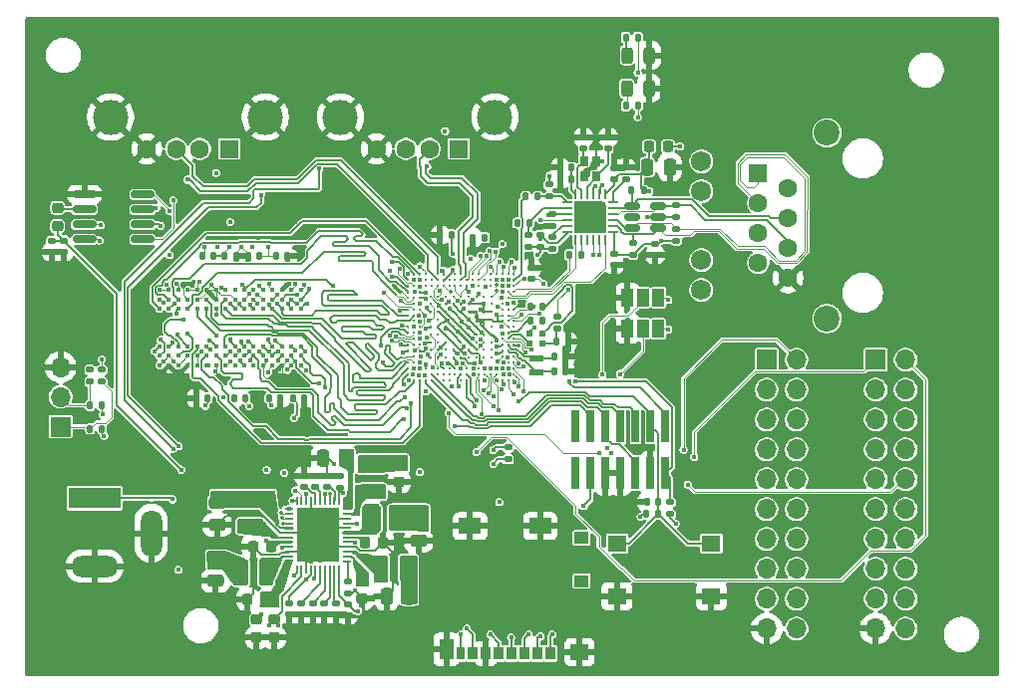
<source format=gbr>
%TF.GenerationSoftware,KiCad,Pcbnew,9.0.0*%
%TF.CreationDate,2025-03-22T23:10:53-04:00*%
%TF.ProjectId,simpleSBC,73696d70-6c65-4534-9243-2e6b69636164,rev?*%
%TF.SameCoordinates,Original*%
%TF.FileFunction,Copper,L1,Top*%
%TF.FilePolarity,Positive*%
%FSLAX46Y46*%
G04 Gerber Fmt 4.6, Leading zero omitted, Abs format (unit mm)*
G04 Created by KiCad (PCBNEW 9.0.0) date 2025-03-22 23:10:53*
%MOMM*%
%LPD*%
G01*
G04 APERTURE LIST*
G04 Aperture macros list*
%AMRoundRect*
0 Rectangle with rounded corners*
0 $1 Rounding radius*
0 $2 $3 $4 $5 $6 $7 $8 $9 X,Y pos of 4 corners*
0 Add a 4 corners polygon primitive as box body*
4,1,4,$2,$3,$4,$5,$6,$7,$8,$9,$2,$3,0*
0 Add four circle primitives for the rounded corners*
1,1,$1+$1,$2,$3*
1,1,$1+$1,$4,$5*
1,1,$1+$1,$6,$7*
1,1,$1+$1,$8,$9*
0 Add four rect primitives between the rounded corners*
20,1,$1+$1,$2,$3,$4,$5,0*
20,1,$1+$1,$4,$5,$6,$7,0*
20,1,$1+$1,$6,$7,$8,$9,0*
20,1,$1+$1,$8,$9,$2,$3,0*%
G04 Aperture macros list end*
%TA.AperFunction,SMDPad,CuDef*%
%ADD10R,1.000000X1.500000*%
%TD*%
%TA.AperFunction,SMDPad,CuDef*%
%ADD11RoundRect,0.140000X-0.170000X0.140000X-0.170000X-0.140000X0.170000X-0.140000X0.170000X0.140000X0*%
%TD*%
%TA.AperFunction,SMDPad,CuDef*%
%ADD12RoundRect,0.225000X-0.225000X-0.250000X0.225000X-0.250000X0.225000X0.250000X-0.225000X0.250000X0*%
%TD*%
%TA.AperFunction,SMDPad,CuDef*%
%ADD13RoundRect,0.135000X-0.135000X-0.185000X0.135000X-0.185000X0.135000X0.185000X-0.135000X0.185000X0*%
%TD*%
%TA.AperFunction,SMDPad,CuDef*%
%ADD14RoundRect,0.140000X0.170000X-0.140000X0.170000X0.140000X-0.170000X0.140000X-0.170000X-0.140000X0*%
%TD*%
%TA.AperFunction,SMDPad,CuDef*%
%ADD15RoundRect,0.135000X-0.185000X0.135000X-0.185000X-0.135000X0.185000X-0.135000X0.185000X0.135000X0*%
%TD*%
%TA.AperFunction,SMDPad,CuDef*%
%ADD16RoundRect,0.140000X-0.140000X-0.170000X0.140000X-0.170000X0.140000X0.170000X-0.140000X0.170000X0*%
%TD*%
%TA.AperFunction,ComponentPad*%
%ADD17R,4.400000X1.800000*%
%TD*%
%TA.AperFunction,ComponentPad*%
%ADD18O,4.000000X1.800000*%
%TD*%
%TA.AperFunction,ComponentPad*%
%ADD19O,1.800000X4.000000*%
%TD*%
%TA.AperFunction,SMDPad,CuDef*%
%ADD20RoundRect,0.140000X0.140000X0.170000X-0.140000X0.170000X-0.140000X-0.170000X0.140000X-0.170000X0*%
%TD*%
%TA.AperFunction,SMDPad,CuDef*%
%ADD21C,0.230000*%
%TD*%
%TA.AperFunction,SMDPad,CuDef*%
%ADD22RoundRect,0.243750X0.243750X0.456250X-0.243750X0.456250X-0.243750X-0.456250X0.243750X-0.456250X0*%
%TD*%
%TA.AperFunction,ComponentPad*%
%ADD23R,1.700000X1.700000*%
%TD*%
%TA.AperFunction,ComponentPad*%
%ADD24O,1.700000X1.700000*%
%TD*%
%TA.AperFunction,SMDPad,CuDef*%
%ADD25RoundRect,0.250000X-0.250000X-0.475000X0.250000X-0.475000X0.250000X0.475000X-0.250000X0.475000X0*%
%TD*%
%TA.AperFunction,SMDPad,CuDef*%
%ADD26R,0.800000X0.220000*%
%TD*%
%TA.AperFunction,SMDPad,CuDef*%
%ADD27R,0.220000X0.800000*%
%TD*%
%TA.AperFunction,SMDPad,CuDef*%
%ADD28R,3.600000X4.600000*%
%TD*%
%TA.AperFunction,SMDPad,CuDef*%
%ADD29RoundRect,0.250000X0.475000X-0.250000X0.475000X0.250000X-0.475000X0.250000X-0.475000X-0.250000X0*%
%TD*%
%TA.AperFunction,SMDPad,CuDef*%
%ADD30R,0.750000X0.850000*%
%TD*%
%TA.AperFunction,SMDPad,CuDef*%
%ADD31RoundRect,0.135000X0.135000X0.185000X-0.135000X0.185000X-0.135000X-0.185000X0.135000X-0.185000X0*%
%TD*%
%TA.AperFunction,SMDPad,CuDef*%
%ADD32R,0.600000X0.500000*%
%TD*%
%TA.AperFunction,SMDPad,CuDef*%
%ADD33RoundRect,0.250000X-0.375000X-0.850000X0.375000X-0.850000X0.375000X0.850000X-0.375000X0.850000X0*%
%TD*%
%TA.AperFunction,SMDPad,CuDef*%
%ADD34RoundRect,0.225000X0.250000X-0.225000X0.250000X0.225000X-0.250000X0.225000X-0.250000X-0.225000X0*%
%TD*%
%TA.AperFunction,ComponentPad*%
%ADD35RoundRect,0.248000X0.552000X-0.552000X0.552000X0.552000X-0.552000X0.552000X-0.552000X-0.552000X0*%
%TD*%
%TA.AperFunction,ComponentPad*%
%ADD36C,1.600000*%
%TD*%
%TA.AperFunction,ComponentPad*%
%ADD37C,1.720000*%
%TD*%
%TA.AperFunction,ComponentPad*%
%ADD38C,2.200000*%
%TD*%
%TA.AperFunction,SMDPad,CuDef*%
%ADD39R,1.200000X0.600000*%
%TD*%
%TA.AperFunction,SMDPad,CuDef*%
%ADD40RoundRect,0.250000X0.375000X0.850000X-0.375000X0.850000X-0.375000X-0.850000X0.375000X-0.850000X0*%
%TD*%
%TA.AperFunction,SMDPad,CuDef*%
%ADD41RoundRect,0.135000X0.185000X-0.135000X0.185000X0.135000X-0.185000X0.135000X-0.185000X-0.135000X0*%
%TD*%
%TA.AperFunction,SMDPad,CuDef*%
%ADD42RoundRect,0.218750X0.256250X-0.218750X0.256250X0.218750X-0.256250X0.218750X-0.256250X-0.218750X0*%
%TD*%
%TA.AperFunction,SMDPad,CuDef*%
%ADD43RoundRect,0.150000X-0.512500X-0.150000X0.512500X-0.150000X0.512500X0.150000X-0.512500X0.150000X0*%
%TD*%
%TA.AperFunction,ComponentPad*%
%ADD44R,1.600000X1.500000*%
%TD*%
%TA.AperFunction,ComponentPad*%
%ADD45C,3.000000*%
%TD*%
%TA.AperFunction,SMDPad,CuDef*%
%ADD46RoundRect,0.218750X-0.218750X-0.256250X0.218750X-0.256250X0.218750X0.256250X-0.218750X0.256250X0*%
%TD*%
%TA.AperFunction,SMDPad,CuDef*%
%ADD47R,1.600000X1.400000*%
%TD*%
%TA.AperFunction,SMDPad,CuDef*%
%ADD48R,0.850000X1.100000*%
%TD*%
%TA.AperFunction,SMDPad,CuDef*%
%ADD49R,0.750000X1.100000*%
%TD*%
%TA.AperFunction,SMDPad,CuDef*%
%ADD50R,1.200000X1.000000*%
%TD*%
%TA.AperFunction,SMDPad,CuDef*%
%ADD51R,1.550000X1.350000*%
%TD*%
%TA.AperFunction,SMDPad,CuDef*%
%ADD52R,1.900000X1.350000*%
%TD*%
%TA.AperFunction,SMDPad,CuDef*%
%ADD53R,1.170000X1.800000*%
%TD*%
%TA.AperFunction,SMDPad,CuDef*%
%ADD54RoundRect,0.225000X-0.250000X0.225000X-0.250000X-0.225000X0.250000X-0.225000X0.250000X0.225000X0*%
%TD*%
%TA.AperFunction,SMDPad,CuDef*%
%ADD55R,0.650000X2.770000*%
%TD*%
%TA.AperFunction,SMDPad,CuDef*%
%ADD56RoundRect,0.250000X0.850000X-0.375000X0.850000X0.375000X-0.850000X0.375000X-0.850000X-0.375000X0*%
%TD*%
%TA.AperFunction,SMDPad,CuDef*%
%ADD57RoundRect,0.250000X0.250000X0.475000X-0.250000X0.475000X-0.250000X-0.475000X0.250000X-0.475000X0*%
%TD*%
%TA.AperFunction,SMDPad,CuDef*%
%ADD58RoundRect,0.225000X0.225000X0.250000X-0.225000X0.250000X-0.225000X-0.250000X0.225000X-0.250000X0*%
%TD*%
%TA.AperFunction,SMDPad,CuDef*%
%ADD59RoundRect,0.150000X-0.825000X-0.150000X0.825000X-0.150000X0.825000X0.150000X-0.825000X0.150000X0*%
%TD*%
%TA.AperFunction,SMDPad,CuDef*%
%ADD60RoundRect,0.062500X-0.062500X0.375000X-0.062500X-0.375000X0.062500X-0.375000X0.062500X0.375000X0*%
%TD*%
%TA.AperFunction,SMDPad,CuDef*%
%ADD61RoundRect,0.062500X-0.375000X0.062500X-0.375000X-0.062500X0.375000X-0.062500X0.375000X0.062500X0*%
%TD*%
%TA.AperFunction,HeatsinkPad*%
%ADD62C,0.500000*%
%TD*%
%TA.AperFunction,HeatsinkPad*%
%ADD63R,2.500000X2.500000*%
%TD*%
%TA.AperFunction,BGAPad,CuDef*%
%ADD64C,0.400000*%
%TD*%
%TA.AperFunction,ViaPad*%
%ADD65C,0.400000*%
%TD*%
%TA.AperFunction,ViaPad*%
%ADD66C,0.350000*%
%TD*%
%TA.AperFunction,Conductor*%
%ADD67C,0.101600*%
%TD*%
%TA.AperFunction,Conductor*%
%ADD68C,0.200000*%
%TD*%
%TA.AperFunction,Conductor*%
%ADD69C,0.089000*%
%TD*%
%TA.AperFunction,Conductor*%
%ADD70C,0.146812*%
%TD*%
G04 APERTURE END LIST*
D10*
%TO.P,JP9,1,A*%
%TO.N,GND*%
X158650000Y-86000000D03*
%TO.P,JP9,2,C*%
%TO.N,Net-(JP9-C)*%
X159950000Y-86000000D03*
%TO.P,JP9,3,B*%
%TO.N,+3V3*%
X161250000Y-86000000D03*
%TD*%
%TO.P,JP8,1,A*%
%TO.N,GND*%
X158650000Y-83357500D03*
%TO.P,JP8,2,C*%
%TO.N,Net-(JP8-C)*%
X159950000Y-83357500D03*
%TO.P,JP8,3,B*%
%TO.N,+3V3*%
X161250000Y-83357500D03*
%TD*%
D11*
%TO.P,C43,1*%
%TO.N,+3V3*%
X152275000Y-76270000D03*
%TO.P,C43,2*%
%TO.N,GND*%
X152275000Y-77230000D03*
%TD*%
D12*
%TO.P,C71,1*%
%TO.N,GND*%
X126375000Y-109000000D03*
%TO.P,C71,2*%
%TO.N,+5V*%
X127925000Y-109000000D03*
%TD*%
D13*
%TO.P,R61,1*%
%TO.N,Net-(D2-A)*%
X158502500Y-67050000D03*
%TO.P,R61,2*%
%TO.N,Net-(U1B-PA14)*%
X159522500Y-67050000D03*
%TD*%
D14*
%TO.P,C96,1*%
%TO.N,GND*%
X134900000Y-108480000D03*
%TO.P,C96,2*%
%TO.N,Net-(U4-LDO1OUT)*%
X134900000Y-107520000D03*
%TD*%
D12*
%TO.P,C70,1*%
%TO.N,GND*%
X126825000Y-104500000D03*
%TO.P,C70,2*%
%TO.N,+5V*%
X128375000Y-104500000D03*
%TD*%
D13*
%TO.P,R57,1*%
%TO.N,/I2C4_SCL*%
X112990000Y-92510000D03*
%TO.P,R57,2*%
%TO.N,+3V3*%
X114010000Y-92510000D03*
%TD*%
D15*
%TO.P,R51,1*%
%TO.N,Net-(U6-CRS_DV{slash}MODE2)*%
X152300000Y-78190000D03*
%TO.P,R51,2*%
%TO.N,+3V3*%
X152300000Y-79210000D03*
%TD*%
D16*
%TO.P,C6,1*%
%TO.N,+1V35*%
X128820000Y-79850000D03*
%TO.P,C6,2*%
%TO.N,GND*%
X129780000Y-79850000D03*
%TD*%
D14*
%TO.P,C39,1*%
%TO.N,GND*%
X109750000Y-79480000D03*
%TO.P,C39,2*%
%TO.N,VBUS*%
X109750000Y-78520000D03*
%TD*%
D17*
%TO.P,J4,1*%
%TO.N,+5V*%
X113400000Y-100400000D03*
D18*
%TO.P,J4,2*%
%TO.N,GND*%
X113400000Y-106200000D03*
D19*
%TO.P,J4,3*%
X118200000Y-103400000D03*
%TD*%
D13*
%TO.P,R62,1*%
%TO.N,GND*%
X145490000Y-78250000D03*
%TO.P,R62,2*%
%TO.N,Net-(U1C-USB_RREF)*%
X146510000Y-78250000D03*
%TD*%
D20*
%TO.P,C19,1*%
%TO.N,+1V35*%
X122980000Y-91900000D03*
%TO.P,C19,2*%
%TO.N,GND*%
X122020000Y-91900000D03*
%TD*%
D21*
%TO.P,U1,1A1,PE1*%
%TO.N,unconnected-(U1B-PE1-Pad1A1)*%
X147100000Y-88450000D03*
%TO.P,U1,1A2,PD10*%
%TO.N,unconnected-(U1B-PD10-Pad1A2)*%
X146450000Y-88450000D03*
%TO.P,U1,1A3,PE3*%
%TO.N,unconnected-(U1B-PE3-Pad1A3)*%
X145800000Y-88450000D03*
%TO.P,U1,1A4,PB14*%
%TO.N,unconnected-(U1B-PB14-Pad1A4)*%
X145150000Y-88450000D03*
%TO.P,U1,1A5,PD2*%
%TO.N,/SDMMC_CMD*%
X144500000Y-88450000D03*
%TO.P,U1,1A6,VSS*%
%TO.N,GND*%
X143850000Y-88450000D03*
%TO.P,U1,1A7,VDD1V2_DSI_REG*%
%TO.N,unconnected-(U1A-VDD1V2_DSI_REG-Pad1A7)*%
X143200000Y-88450000D03*
%TO.P,U1,1A8,DDR_ZQ*%
%TO.N,Net-(U1D-DDR_ZQ)*%
X142550000Y-88450000D03*
%TO.P,U1,1A9,DDR_A7*%
%TO.N,/Memory/A7*%
X141900000Y-88450000D03*
%TO.P,U1,1B1,PD6*%
%TO.N,unconnected-(U1B-PD6-Pad1B1)*%
X147100000Y-87800000D03*
%TO.P,U1,1B2,PE14*%
%TO.N,unconnected-(U1B-PE14-Pad1B2)*%
X146450000Y-87800000D03*
%TO.P,U1,1B3,VDDCORE*%
%TO.N,+1V2*%
X145800000Y-87800000D03*
%TO.P,U1,1B4,PC12*%
%TO.N,/SDMMC_CLK*%
X145150000Y-87800000D03*
%TO.P,U1,1B5,VDDCORE*%
%TO.N,+1V2*%
X144500000Y-87800000D03*
%TO.P,U1,1B6,VDDA1V8_DSI*%
%TO.N,Net-(U1A-VDDA1V8_DSI)*%
X143850000Y-87800000D03*
%TO.P,U1,1B7,VDD1V2_DSI_PHY*%
%TO.N,unconnected-(U1A-VDD1V2_DSI_PHY-Pad1B7)*%
X143200000Y-87800000D03*
%TO.P,U1,1B8,VSS*%
%TO.N,GND*%
X142550000Y-87800000D03*
%TO.P,U1,1B9,VDDQ_DDR*%
%TO.N,+1V35*%
X141900000Y-87800000D03*
%TO.P,U1,1C1,PD9*%
%TO.N,unconnected-(U1B-PD9-Pad1C1)*%
X147100000Y-87150000D03*
%TO.P,U1,1C2,PD15*%
%TO.N,/PD15*%
X146450000Y-87150000D03*
%TO.P,U1,1C3,VSS*%
%TO.N,GND*%
X145800000Y-87150000D03*
%TO.P,U1,1C4,VDDCORE*%
%TO.N,+1V2*%
X145150000Y-87150000D03*
%TO.P,U1,1C5,VSS*%
%TO.N,GND*%
X144500000Y-87150000D03*
%TO.P,U1,1C6,VDDCORE*%
%TO.N,+1V2*%
X143850000Y-87150000D03*
%TO.P,U1,1C7,VSS*%
%TO.N,GND*%
X143200000Y-87150000D03*
%TO.P,U1,1C8,DDR_DTO1*%
%TO.N,unconnected-(U1D-DDR_DTO1-Pad1C8)*%
X142550000Y-87150000D03*
%TO.P,U1,1C9,DDR_A5*%
%TO.N,/Memory/A5*%
X141900000Y-87150000D03*
%TO.P,U1,1D1,VBAT*%
%TO.N,+3V3*%
X147100000Y-86500000D03*
%TO.P,U1,1D2,VSS*%
%TO.N,GND*%
X146450000Y-86500000D03*
%TO.P,U1,1D3,VDDCORE*%
%TO.N,+1V2*%
X145800000Y-86500000D03*
%TO.P,U1,1D4,VSS*%
%TO.N,GND*%
X145150000Y-86500000D03*
%TO.P,U1,1D5,VDDCORE*%
%TO.N,+1V2*%
X144500000Y-86500000D03*
%TO.P,U1,1D6,VSS*%
%TO.N,GND*%
X143850000Y-86500000D03*
%TO.P,U1,1D7,VDDCORE*%
%TO.N,+1V2*%
X143200000Y-86500000D03*
%TO.P,U1,1D8,DDR_DTO0*%
%TO.N,unconnected-(U1D-DDR_DTO0-Pad1D8)*%
X142550000Y-86500000D03*
%TO.P,U1,1D9,VDDQ_DDR*%
%TO.N,+1V35*%
X141900000Y-86500000D03*
%TO.P,U1,1E1,PD14*%
%TO.N,unconnected-(U1B-PD14-Pad1E1)*%
X147100000Y-85850000D03*
%TO.P,U1,1E2,VDD*%
%TO.N,+3V3*%
X146450000Y-85850000D03*
%TO.P,U1,1E3,VSS*%
%TO.N,GND*%
X145800000Y-85850000D03*
%TO.P,U1,1E4,VDDCORE*%
%TO.N,+1V2*%
X145150000Y-85850000D03*
%TO.P,U1,1E5,VSS*%
%TO.N,GND*%
X144500000Y-85850000D03*
%TO.P,U1,1E6,VDDCORE*%
%TO.N,+1V2*%
X143850000Y-85850000D03*
%TO.P,U1,1E7,VSS*%
%TO.N,GND*%
X143200000Y-85850000D03*
%TO.P,U1,1E8,VDDCORE*%
%TO.N,+1V2*%
X142550000Y-85850000D03*
%TO.P,U1,1E9,DDR_~{RAS}*%
%TO.N,/Memory/~{RAS}*%
X141900000Y-85850000D03*
%TO.P,U1,1F1,VDDA*%
%TO.N,+3V3*%
X147100000Y-85200000D03*
%TO.P,U1,1F2,VDDA*%
X146450000Y-85200000D03*
%TO.P,U1,1F3,VDD*%
X145800000Y-85200000D03*
%TO.P,U1,1F4,VSS*%
%TO.N,GND*%
X145150000Y-85200000D03*
%TO.P,U1,1F5,VDDCORE*%
%TO.N,+1V2*%
X144500000Y-85200000D03*
%TO.P,U1,1F6,VSS*%
%TO.N,GND*%
X143850000Y-85200000D03*
%TO.P,U1,1F7,VDDCORE*%
%TO.N,+1V2*%
X143200000Y-85200000D03*
%TO.P,U1,1F8,DDR_ATO*%
%TO.N,unconnected-(U1D-DDR_ATO-Pad1F8)*%
X142550000Y-85200000D03*
%TO.P,U1,1F9,VDDQ_DDR*%
%TO.N,+1V35*%
X141900000Y-85200000D03*
%TO.P,U1,1G1,VSSA*%
%TO.N,GND*%
X147100000Y-84550000D03*
%TO.P,U1,1G2,VSS*%
X146450000Y-84550000D03*
%TO.P,U1,1G3,VDD*%
%TO.N,+3V3*%
X145800000Y-84550000D03*
%TO.P,U1,1G4,VDD*%
X145150000Y-84550000D03*
%TO.P,U1,1G5,VSS*%
%TO.N,GND*%
X144500000Y-84550000D03*
%TO.P,U1,1G6,VDDCORE*%
%TO.N,+1V2*%
X143850000Y-84550000D03*
%TO.P,U1,1G7,VSS*%
%TO.N,GND*%
X143200000Y-84550000D03*
%TO.P,U1,1G8,VDDCORE*%
%TO.N,+1V2*%
X142550000Y-84550000D03*
%TO.P,U1,1G9,DDR_A6*%
%TO.N,/Memory/A6*%
X141900000Y-84550000D03*
%TO.P,U1,1H1,PA5*%
%TO.N,unconnected-(U1B-PA5-Pad1H1)*%
X147100000Y-83900000D03*
%TO.P,U1,1H2,VSS*%
%TO.N,GND*%
X146450000Y-83900000D03*
%TO.P,U1,1H3,VSS*%
X145800000Y-83900000D03*
%TO.P,U1,1H4,VSS*%
X145150000Y-83900000D03*
%TO.P,U1,1H5,VDDA1V8_REG*%
%TO.N,Net-(U1A-VDDA1V8_DSI)*%
X144500000Y-83900000D03*
%TO.P,U1,1H6,VSS*%
%TO.N,GND*%
X143850000Y-83900000D03*
%TO.P,U1,1H7,VDD3V3_USB*%
%TO.N,VDD_USB*%
X143200000Y-83900000D03*
%TO.P,U1,1H8,VSS*%
%TO.N,GND*%
X142550000Y-83900000D03*
%TO.P,U1,1H9,VDDQ_DDR*%
%TO.N,+1V35*%
X141900000Y-83900000D03*
%TO.P,U1,1J1,PA4*%
%TO.N,/PA4*%
X147100000Y-83250000D03*
%TO.P,U1,1J2,PB13*%
%TO.N,unconnected-(U1B-PB13-Pad1J2)*%
X146450000Y-83250000D03*
%TO.P,U1,1J3,VDD*%
%TO.N,+3V3*%
X145800000Y-83250000D03*
%TO.P,U1,1J4,PE9*%
%TO.N,unconnected-(U1B-PE9-Pad1J4)*%
X145150000Y-83250000D03*
%TO.P,U1,1J5,VSS*%
%TO.N,GND*%
X144500000Y-83250000D03*
%TO.P,U1,1J6,VDDA1V1_REG*%
%TO.N,Net-(U1A-VDDA1V1_REG)*%
X143850000Y-83250000D03*
%TO.P,U1,1J7,PF10*%
%TO.N,unconnected-(U1B-PF10-Pad1J7)*%
X143200000Y-83250000D03*
%TO.P,U1,1J8,USB_RREF*%
%TO.N,Net-(U1C-USB_RREF)*%
X142550000Y-83250000D03*
%TO.P,U1,1J9,VSS*%
%TO.N,GND*%
X141900000Y-83250000D03*
%TO.P,U1,A1,VSS*%
X149000000Y-90350000D03*
%TO.P,U1,A2,PD1*%
%TO.N,/PD1*%
X148500000Y-90350000D03*
%TO.P,U1,A3,PB7*%
%TO.N,GND*%
X148000000Y-90350000D03*
%TO.P,U1,A4,PC6*%
%TO.N,/PC6*%
X147500000Y-90350000D03*
%TO.P,U1,A6,VSS*%
%TO.N,GND*%
X146500000Y-90350000D03*
%TO.P,U1,A7,PD3*%
%TO.N,/PD3*%
X146000000Y-90350000D03*
%TO.P,U1,A9,PC8*%
%TO.N,/SDMMC_D0*%
X145000000Y-90350000D03*
%TO.P,U1,A10,PE4*%
%TO.N,unconnected-(U1B-PE4-PadA10)*%
X144500000Y-90350000D03*
%TO.P,U1,A12,DSI_CKP*%
%TO.N,unconnected-(U1C-DSI_CKP-PadA12)*%
X143500000Y-90350000D03*
%TO.P,U1,A13,DSI_D1P*%
%TO.N,unconnected-(U1C-DSI_D1P-PadA13)*%
X143000000Y-90350000D03*
%TO.P,U1,A15,JTDO-TRACESWO*%
%TO.N,/SWO*%
X142000000Y-90350000D03*
%TO.P,U1,A16,JTCK-SWCLK*%
%TO.N,/SWCLK*%
X141500000Y-90350000D03*
%TO.P,U1,A17,DDR_DQ0*%
%TO.N,/Memory/DQ0*%
X141000000Y-90350000D03*
%TO.P,U1,A18,DDR_DQ1*%
%TO.N,/Memory/DQ1*%
X140500000Y-90350000D03*
%TO.P,U1,A19,VSS*%
%TO.N,GND*%
X140000000Y-90350000D03*
%TO.P,U1,B1,PG15*%
%TO.N,/PG15*%
X149000000Y-89850000D03*
%TO.P,U1,B2,PE6*%
%TO.N,/PE6*%
X148500000Y-89850000D03*
%TO.P,U1,B3,PD7*%
%TO.N,/PD7*%
X148000000Y-89850000D03*
%TO.P,U1,B4,PA15*%
%TO.N,/PA15*%
X147500000Y-89850000D03*
%TO.P,U1,B5,PG6*%
%TO.N,/PG6*%
X147000000Y-89850000D03*
%TO.P,U1,B6,PB4*%
%TO.N,/PB4*%
X146500000Y-89850000D03*
%TO.P,U1,B7,PE5*%
%TO.N,/PE5*%
X146000000Y-89850000D03*
%TO.P,U1,B8,PA8*%
%TO.N,/PA8*%
X145500000Y-89850000D03*
%TO.P,U1,B9,PC9*%
%TO.N,/SDMMC_D1*%
X145000000Y-89850000D03*
%TO.P,U1,B10,PC10*%
%TO.N,/SDMMC_D2*%
X144500000Y-89850000D03*
%TO.P,U1,B11,DSI_D0P*%
%TO.N,unconnected-(U1C-DSI_D0P-PadB11)*%
X144000000Y-89850000D03*
%TO.P,U1,B12,DSI_CKN*%
%TO.N,unconnected-(U1C-DSI_CKN-PadB12)*%
X143500000Y-89850000D03*
%TO.P,U1,B13,DSI_D1N*%
%TO.N,unconnected-(U1C-DSI_D1N-PadB13)*%
X143000000Y-89850000D03*
%TO.P,U1,B14,NJTRST*%
%TO.N,unconnected-(U1C-NJTRST-PadB14)*%
X142500000Y-89850000D03*
%TO.P,U1,B15,JTDI*%
%TO.N,/JTDI*%
X142000000Y-89850000D03*
%TO.P,U1,B16,DDR_DQ3*%
%TO.N,/Memory/DQ2*%
X141500000Y-89850000D03*
%TO.P,U1,B17,DDR_DQ7*%
%TO.N,/Memory/DQ6*%
X141000000Y-89850000D03*
%TO.P,U1,B18,DDR_DQS0N*%
%TO.N,/Memory/LDQS-*%
X140500000Y-89850000D03*
%TO.P,U1,B19,DDR_DQS0P*%
%TO.N,/Memory/LDQS+*%
X140000000Y-89850000D03*
%TO.P,U1,C1,PE12*%
%TO.N,/PE12*%
X149000000Y-89350000D03*
%TO.P,U1,C2,PE0*%
%TO.N,/PE0*%
X148500000Y-89350000D03*
%TO.P,U1,C3,PD4*%
%TO.N,/PD4*%
X148000000Y-89350000D03*
%TO.P,U1,C4,PD5*%
%TO.N,/PD5*%
X147500000Y-89350000D03*
%TO.P,U1,C5,PD0*%
%TO.N,/PD0*%
X147000000Y-89350000D03*
%TO.P,U1,C6,PA9*%
%TO.N,/PA9*%
X146500000Y-89350000D03*
%TO.P,U1,C7,PB3*%
%TO.N,unconnected-(U1B-PB3-PadC7)*%
X146000000Y-89350000D03*
%TO.P,U1,C8,PB15*%
%TO.N,/PB15*%
X145500000Y-89350000D03*
%TO.P,U1,C9,PB9*%
%TO.N,/PB9*%
X145000000Y-89350000D03*
%TO.P,U1,C10,PC7*%
%TO.N,/PC7*%
X144500000Y-89350000D03*
%TO.P,U1,C11,PC11*%
%TO.N,/SDMMC_D3*%
X144000000Y-89350000D03*
%TO.P,U1,C12,DSI_D0N*%
%TO.N,unconnected-(U1C-DSI_D0N-PadC12)*%
X143500000Y-89350000D03*
%TO.P,U1,C13,VDD_DSI*%
%TO.N,+3V3*%
X143000000Y-89350000D03*
%TO.P,U1,C14,VSS*%
%TO.N,GND*%
X142500000Y-89350000D03*
%TO.P,U1,C15,JTMS-SWDIO*%
%TO.N,/SWDIO*%
X142000000Y-89350000D03*
%TO.P,U1,C16,DDR_RESETN*%
%TO.N,/Memory/~{RESET}*%
X141500000Y-89350000D03*
%TO.P,U1,C17,DDR_DQM0*%
%TO.N,/Memory/LDM*%
X141000000Y-89350000D03*
%TO.P,U1,C18,DDR_DQ2*%
%TO.N,/Memory/DQ4*%
X140500000Y-89350000D03*
%TO.P,U1,C19,DDR_DQ6*%
%TO.N,/Memory/DQ3*%
X140000000Y-89350000D03*
%TO.P,U1,D1,PG12*%
%TO.N,/PG12*%
X149000000Y-88850000D03*
%TO.P,U1,D2,PE11*%
%TO.N,unconnected-(U1B-PE11-PadD2)*%
X148500000Y-88850000D03*
%TO.P,U1,D3,PE15*%
%TO.N,/PE15*%
X148000000Y-88850000D03*
%TO.P,U1,D17,VSS*%
%TO.N,GND*%
X141000000Y-88850000D03*
%TO.P,U1,D18,DDR_DQ4*%
%TO.N,/Memory/DQ7*%
X140500000Y-88850000D03*
%TO.P,U1,D19,DDR_DQ5*%
%TO.N,/Memory/DQ5*%
X140000000Y-88850000D03*
%TO.P,U1,E1,PD8*%
%TO.N,/PD8*%
X149000000Y-88350000D03*
%TO.P,U1,E2,NRST*%
%TO.N,/NRST*%
X148500000Y-88350000D03*
%TO.P,U1,E3,PE13*%
%TO.N,/PE13*%
X148000000Y-88350000D03*
%TO.P,U1,E17,DDR_A13*%
%TO.N,/Memory/A13*%
X141000000Y-88350000D03*
%TO.P,U1,E18,DDR_A9*%
%TO.N,/Memory/A9*%
X140500000Y-88350000D03*
%TO.P,U1,F2,PC15-OSC32_OUT*%
%TO.N,Net-(U1C-PC15-OSC32_OUT)*%
X148500000Y-87850000D03*
%TO.P,U1,F3,VSS*%
%TO.N,GND*%
X148000000Y-87850000D03*
%TO.P,U1,F17,DDR_A2*%
%TO.N,/Memory/A2*%
X141000000Y-87850000D03*
%TO.P,U1,F18,VSS*%
%TO.N,GND*%
X140500000Y-87850000D03*
%TO.P,U1,F19,DDR_A3*%
%TO.N,/Memory/A3*%
X140000000Y-87850000D03*
%TO.P,U1,G1,VSS*%
%TO.N,GND*%
X149000000Y-87350000D03*
%TO.P,U1,G2,PC14-OSC32_IN*%
%TO.N,Net-(U1C-PC14-OSC32_IN)*%
X148500000Y-87350000D03*
%TO.P,U1,G3,PC13*%
%TO.N,/RTC_OUT1*%
X148000000Y-87350000D03*
%TO.P,U1,G17,VSS*%
%TO.N,GND*%
X141000000Y-87350000D03*
%TO.P,U1,G18,DDR_A0*%
%TO.N,/Memory/A0*%
X140500000Y-87350000D03*
%TO.P,U1,G19,DDR_BA0*%
%TO.N,/Memory/BA0*%
X140000000Y-87350000D03*
%TO.P,U1,H1,BOOT2*%
%TO.N,Net-(JP8-C)*%
X149000000Y-86850000D03*
%TO.P,U1,H2,PH0-OSC_IN*%
%TO.N,Net-(U1C-PH0-OSC_IN)*%
X148500000Y-86850000D03*
%TO.P,U1,H3,BOOT0*%
%TO.N,Net-(JP9-C)*%
X148000000Y-86850000D03*
%TO.P,U1,H17,DDR_BA2*%
%TO.N,/Memory/BA2*%
X141000000Y-86850000D03*
%TO.P,U1,H18,DDR_ODT*%
%TO.N,/Memory/ODT*%
X140500000Y-86850000D03*
%TO.P,U1,J2,PH1-OSC_OUT*%
%TO.N,Net-(U1C-PH1-OSC_OUT)*%
X148500000Y-86350000D03*
%TO.P,U1,J3,NRST_CORE*%
%TO.N,Net-(U1C-NRST_CORE)*%
X148000000Y-86350000D03*
%TO.P,U1,J17,DDR_~{CS}*%
%TO.N,/Memory/~{CS}*%
X141000000Y-86350000D03*
%TO.P,U1,J18,DDR_~{WE}*%
%TO.N,/Memory/~{WE}*%
X140500000Y-86350000D03*
%TO.P,U1,J19,DDR_~{CAS}*%
%TO.N,/Memory/~{CAS}*%
X140000000Y-86350000D03*
%TO.P,U1,K1,PWR_LP*%
%TO.N,unconnected-(U1C-PWR_LP-PadK1)*%
X149000000Y-85850000D03*
%TO.P,U1,K2,PDR_ON_CORE*%
%TO.N,+3V3*%
X148500000Y-85850000D03*
%TO.P,U1,K3,BOOT1*%
%TO.N,GND*%
X148000000Y-85850000D03*
%TO.P,U1,K17,VSS*%
X141000000Y-85850000D03*
%TO.P,U1,K18,DDR_CLKN*%
%TO.N,/Memory/DDR_CK-*%
X140500000Y-85850000D03*
%TO.P,U1,K19,VSS*%
%TO.N,GND*%
X140000000Y-85850000D03*
%TO.P,U1,L1,PA14*%
%TO.N,Net-(U1B-PA14)*%
X149000000Y-85350000D03*
%TO.P,U1,L2,PA13*%
%TO.N,Net-(U1B-PA13)*%
X148500000Y-85350000D03*
%TO.P,U1,L3,PDR_ON*%
%TO.N,+3V3*%
X148000000Y-85350000D03*
%TO.P,U1,L17,DDR_CLKP*%
%TO.N,/Memory/DDR_CK+*%
X141000000Y-85350000D03*
%TO.P,U1,L18,DDR_A15*%
%TO.N,unconnected-(U1D-DDR_A15-PadL18)*%
X140500000Y-85350000D03*
%TO.P,U1,M2,PWR_ON*%
%TO.N,/PWR_ON*%
X148500000Y-84850000D03*
%TO.P,U1,M3,VREF+*%
%TO.N,+3V3*%
X148000000Y-84850000D03*
%TO.P,U1,M17,DDR_A10*%
%TO.N,/Memory/A10*%
X141000000Y-84850000D03*
%TO.P,U1,M18,DDR_A12*%
%TO.N,/Memory/A12*%
X140500000Y-84850000D03*
%TO.P,U1,M19,DDR_A1*%
%TO.N,/Memory/A1*%
X140000000Y-84850000D03*
%TO.P,U1,N1,VSS*%
%TO.N,GND*%
X149000000Y-84350000D03*
%TO.P,U1,N2,PA3*%
%TO.N,unconnected-(U1B-PA3-PadN2)*%
X148500000Y-84350000D03*
%TO.P,U1,N3,PA0*%
%TO.N,/PA0_WAKEUP*%
X148000000Y-84350000D03*
%TO.P,U1,N17,VSS*%
%TO.N,GND*%
X141000000Y-84350000D03*
%TO.P,U1,N18,DDR_A14*%
%TO.N,/Memory/A14*%
X140500000Y-84350000D03*
%TO.P,U1,N19,DDR_A11*%
%TO.N,/Memory/A11*%
X140000000Y-84350000D03*
%TO.P,U1,P1,PE2*%
%TO.N,/PE2*%
X149000000Y-83850000D03*
%TO.P,U1,P2,PC2*%
%TO.N,/PC2*%
X148500000Y-83850000D03*
%TO.P,U1,P3,PC3*%
%TO.N,unconnected-(U1B-PC3-PadP3)*%
X148000000Y-83850000D03*
%TO.P,U1,P17,DDR_CKE*%
%TO.N,/Memory/CKE*%
X141000000Y-83850000D03*
%TO.P,U1,P18,DDR_BA1*%
%TO.N,/Memory/BA1*%
X140500000Y-83850000D03*
%TO.P,U1,R2,PG14*%
%TO.N,/RMII_TXD_1*%
X148500000Y-83350000D03*
%TO.P,U1,R3,PG13*%
%TO.N,/RMII_TXD_0*%
X148000000Y-83350000D03*
%TO.P,U1,R17,DDR_A4*%
%TO.N,/Memory/A4*%
X141000000Y-83350000D03*
%TO.P,U1,R18,DDR_DQ8*%
%TO.N,/Memory/DQ8*%
X140500000Y-83350000D03*
%TO.P,U1,R19,VSS*%
%TO.N,GND*%
X140000000Y-83350000D03*
%TO.P,U1,T1,PA1*%
%TO.N,/RMII_REF_CLK*%
X149000000Y-82850000D03*
%TO.P,U1,T2,PC1*%
%TO.N,/MDC*%
X148500000Y-82850000D03*
%TO.P,U1,T3,PA2*%
%TO.N,/MDIO*%
X148000000Y-82850000D03*
%TO.P,U1,T17,DDR_A8*%
%TO.N,/Memory/A8*%
X141000000Y-82850000D03*
%TO.P,U1,T18,DDR_DQ13*%
%TO.N,/Memory/DQ9*%
X140500000Y-82850000D03*
%TO.P,U1,T19,DDR_DQ10*%
%TO.N,/Memory/DQ10*%
X140000000Y-82850000D03*
%TO.P,U1,U1,PB1*%
%TO.N,/PB1*%
X149000000Y-82350000D03*
%TO.P,U1,U2,PB0*%
%TO.N,/PB0*%
X148500000Y-82350000D03*
%TO.P,U1,U3,PB11*%
%TO.N,/RMII_TX_EN*%
X148000000Y-82350000D03*
%TO.P,U1,U4,PC0*%
%TO.N,/PC0*%
X147500000Y-82350000D03*
%TO.P,U1,U5,PB10*%
%TO.N,unconnected-(U1B-PB10-PadU5)*%
X147000000Y-82350000D03*
%TO.P,U1,U6,PG11*%
%TO.N,/UART4_TX*%
X146500000Y-82350000D03*
%TO.P,U1,U7,PG10*%
%TO.N,unconnected-(U1B-PG10-PadU7)*%
X146000000Y-82350000D03*
%TO.P,U1,U8,PD11*%
%TO.N,/PD11*%
X145500000Y-82350000D03*
%TO.P,U1,U9,VSS*%
%TO.N,GND*%
X145000000Y-82350000D03*
%TO.P,U1,U10,PF6*%
%TO.N,unconnected-(U1B-PF6-PadU10)*%
X144500000Y-82350000D03*
%TO.P,U1,U11,BYPASS_REG1V8*%
%TO.N,GND*%
X144000000Y-82350000D03*
%TO.P,U1,U12,PE8*%
%TO.N,unconnected-(U1B-PE8-PadU12)*%
X143500000Y-82350000D03*
%TO.P,U1,U13,PD13*%
%TO.N,Net-(JP3-A)*%
X143000000Y-82350000D03*
%TO.P,U1,U14,PD12*%
%TO.N,Net-(JP2-A)*%
X142500000Y-82350000D03*
%TO.P,U1,U15,PA11*%
%TO.N,unconnected-(U1B-PA11-PadU15)*%
X142000000Y-82350000D03*
%TO.P,U1,U16,PA10*%
%TO.N,unconnected-(U1B-PA10-PadU16)*%
X141500000Y-82350000D03*
%TO.P,U1,U17,DDR_DQ14*%
%TO.N,/Memory/DQ11*%
X141000000Y-82350000D03*
%TO.P,U1,U18,DDR_DQS1N*%
%TO.N,/Memory/UDQS-*%
X140500000Y-82350000D03*
%TO.P,U1,U19,DDR_DQ9*%
%TO.N,/Memory/DQ13*%
X140000000Y-82350000D03*
%TO.P,U1,V1,PC5*%
%TO.N,/RMII_RX_D1*%
X149000000Y-81850000D03*
%TO.P,U1,V2,PC4*%
%TO.N,/RMII_RX_D0*%
X148500000Y-81850000D03*
%TO.P,U1,V3,PB12*%
%TO.N,/PB12*%
X148000000Y-81850000D03*
%TO.P,U1,V4,PB8*%
%TO.N,/PB8*%
X147500000Y-81850000D03*
%TO.P,U1,V5,PB5*%
%TO.N,unconnected-(U1B-PB5-PadV5)*%
X147000000Y-81850000D03*
%TO.P,U1,V6,PG8*%
%TO.N,unconnected-(U1B-PG8-PadV6)*%
X146500000Y-81850000D03*
%TO.P,U1,V7,PE7*%
%TO.N,/USB_~{OC2}*%
X146000000Y-81850000D03*
%TO.P,U1,V8,PF8*%
%TO.N,unconnected-(U1B-PF8-PadV8)*%
X145500000Y-81850000D03*
%TO.P,U1,V9,PF9*%
%TO.N,/USB_~{OC1}*%
X145000000Y-81850000D03*
%TO.P,U1,V10,USB_DP2*%
%TO.N,/USB2_D+*%
X144500000Y-81850000D03*
%TO.P,U1,V11,PG7*%
%TO.N,unconnected-(U1B-PG7-PadV11)*%
X144000000Y-81850000D03*
%TO.P,U1,V12,PE10*%
%TO.N,unconnected-(U1B-PE10-PadV12)*%
X143500000Y-81850000D03*
%TO.P,U1,V13,PB2*%
%TO.N,/UART4_RX*%
X143000000Y-81850000D03*
%TO.P,U1,V14,USB_DP1*%
%TO.N,/USB1_D+*%
X142500000Y-81850000D03*
%TO.P,U1,V15,PA12*%
%TO.N,unconnected-(U1B-PA12-PadV15)*%
X142000000Y-81850000D03*
%TO.P,U1,V16,OTG_VBUS*%
%TO.N,unconnected-(U1A-OTG_VBUS-PadV16)*%
X141500000Y-81850000D03*
%TO.P,U1,V17,DDR_DQ15*%
%TO.N,/Memory/DQ15*%
X141000000Y-81850000D03*
%TO.P,U1,V18,DDR_DQM1*%
%TO.N,/Memory/UDM*%
X140500000Y-81850000D03*
%TO.P,U1,V19,DDR_DQS1P*%
%TO.N,/Memory/UDQS+*%
X140000000Y-81850000D03*
%TO.P,U1,W1,VSS*%
%TO.N,GND*%
X149000000Y-81350000D03*
%TO.P,U1,W2,PA7*%
%TO.N,/RMII_CRS_DV*%
X148500000Y-81350000D03*
%TO.P,U1,W3,PA6*%
%TO.N,/PA6*%
X148000000Y-81350000D03*
%TO.P,U1,W4,PF11*%
%TO.N,/PF11*%
X147500000Y-81350000D03*
%TO.P,U1,W5,VSS*%
%TO.N,GND*%
X147000000Y-81350000D03*
%TO.P,U1,W7,PF7*%
%TO.N,/PRT1*%
X146000000Y-81350000D03*
%TO.P,U1,W8,PG9*%
%TO.N,/PRT2*%
X145500000Y-81350000D03*
%TO.P,U1,W10,USB_DM2*%
%TO.N,/USB2_D-*%
X144500000Y-81350000D03*
%TO.P,U1,W11,PB6*%
%TO.N,unconnected-(U1B-PB6-PadW11)*%
X144000000Y-81350000D03*
%TO.P,U1,W13,VSS*%
%TO.N,GND*%
X143000000Y-81350000D03*
%TO.P,U1,W14,USB_DM1*%
%TO.N,/USB1_D-*%
X142500000Y-81350000D03*
%TO.P,U1,W16,DDR_VREF*%
%TO.N,VREF_DDR*%
X141500000Y-81350000D03*
%TO.P,U1,W17,DDR_DQ12*%
%TO.N,/Memory/DQ12*%
X141000000Y-81350000D03*
%TO.P,U1,W18,DDR_DQ11*%
%TO.N,/Memory/DQ14*%
X140500000Y-81350000D03*
%TO.P,U1,W19,VSS*%
%TO.N,GND*%
X140000000Y-81350000D03*
%TD*%
D22*
%TO.P,D1,1,K*%
%TO.N,GND*%
X160500000Y-62750000D03*
%TO.P,D1,2,A*%
%TO.N,Net-(D1-A)*%
X158625000Y-62750000D03*
%TD*%
D15*
%TO.P,JP2,1,A*%
%TO.N,Net-(JP2-A)*%
X113000000Y-89490000D03*
%TO.P,JP2,2,B*%
%TO.N,/I2C4_SCL*%
X113000000Y-90510000D03*
%TD*%
D23*
%TO.P,J8,1,Pin_1*%
%TO.N,/I2C4_SDA*%
X110500000Y-94330000D03*
D24*
%TO.P,J8,2,Pin_2*%
%TO.N,/I2C4_SCL*%
X110500000Y-91790000D03*
%TO.P,J8,3,Pin_3*%
%TO.N,GND*%
X110500000Y-89250000D03*
%TD*%
D14*
%TO.P,C47,1*%
%TO.N,GND*%
X161000000Y-79730000D03*
%TO.P,C47,2*%
%TO.N,/ETH_3V3*%
X161000000Y-78770000D03*
%TD*%
D25*
%TO.P,C93,1*%
%TO.N,GND*%
X138200000Y-108750000D03*
%TO.P,C93,2*%
%TO.N,+3.3VP*%
X140100000Y-108750000D03*
%TD*%
%TO.P,C85,1*%
%TO.N,/ETH_3V3*%
X160325000Y-72250000D03*
%TO.P,C85,2*%
%TO.N,GND*%
X162225000Y-72250000D03*
%TD*%
D26*
%TO.P,U4,1,RSTn*%
%TO.N,/Power/~{RST}*%
X129900000Y-101350000D03*
%TO.P,U4,2,WAKEUP*%
%TO.N,/RTC_OUT1*%
X129900000Y-101750000D03*
%TO.P,U4,3,SDA*%
%TO.N,/I2C4_SDA*%
X129900000Y-102150000D03*
%TO.P,U4,4,SCL*%
%TO.N,/I2C4_SCL*%
X129900000Y-102550000D03*
%TO.P,U4,5,VOUT1*%
%TO.N,+1V2*%
X129900000Y-102950000D03*
%TO.P,U4,6,PGND1*%
%TO.N,GND*%
X129900000Y-103350000D03*
%TO.P,U4,7,VLX1*%
%TO.N,Net-(U4-VLX1)*%
X129900000Y-103750000D03*
%TO.P,U4,8,BUCK1IN*%
%TO.N,+5V*%
X129900000Y-104150000D03*
%TO.P,U4,9,VOUT2*%
%TO.N,+1V35*%
X129900000Y-104550000D03*
%TO.P,U4,10,PGND2*%
%TO.N,GND*%
X129900000Y-104950000D03*
%TO.P,U4,11,VLX2*%
%TO.N,Net-(U4-VLX2)*%
X129900000Y-105350000D03*
%TO.P,U4,12,BUCK2IN*%
%TO.N,+5V*%
X129900000Y-105750000D03*
D27*
%TO.P,U4,13,LDO3IN*%
%TO.N,+1V35*%
X130550000Y-106500000D03*
%TO.P,U4,14,LDO3OUT*%
%TO.N,VTT_DDR*%
X130950000Y-106500000D03*
%TO.P,U4,15,GNDLDO*%
%TO.N,GND*%
X131350000Y-106500000D03*
%TO.P,U4,16,VREFDDR*%
%TO.N,VREF_DDR*%
X131750000Y-106500000D03*
%TO.P,U4,17,PONKEYn*%
%TO.N,Net-(U4-PONKEYn)*%
X132150000Y-106500000D03*
%TO.P,U4,18,LDO2OUT*%
%TO.N,Net-(U4-LDO2OUT)*%
X132550000Y-106500000D03*
%TO.P,U4,19,LDO25IN*%
%TO.N,+5V*%
X132950000Y-106500000D03*
%TO.P,U4,20,LDO5OUT*%
%TO.N,Net-(U4-LDO5OUT)*%
X133350000Y-106500000D03*
%TO.P,U4,21,LDO6OUT*%
%TO.N,Net-(U4-LDO6OUT)*%
X133750000Y-106500000D03*
%TO.P,U4,22,LDO16IN*%
%TO.N,+3.3VP*%
X134150000Y-106500000D03*
D26*
%TO.P,U4,23,LDO1OUT*%
%TO.N,Net-(U4-LDO1OUT)*%
X134800000Y-105760000D03*
%TO.P,U4,24,BUCK4IN*%
%TO.N,+5V*%
X134800000Y-105350000D03*
%TO.P,U4,25,VLX4*%
%TO.N,Net-(U4-VLX4)*%
X134800000Y-104950000D03*
%TO.P,U4,26,PGND4*%
%TO.N,GND*%
X134800000Y-104550000D03*
%TO.P,U4,27,VOUT4*%
%TO.N,+3.3VP*%
X134800000Y-104150000D03*
%TO.P,U4,28,BUCK3IN*%
%TO.N,+5V*%
X134800000Y-103750000D03*
%TO.P,U4,29,VLX3*%
%TO.N,Net-(U4-VLX3)*%
X134800000Y-103350000D03*
%TO.P,U4,30,PGND3*%
%TO.N,GND*%
X134800000Y-102950000D03*
%TO.P,U4,31,VOUT3*%
%TO.N,+3V3*%
X134800000Y-102550000D03*
%TO.P,U4,32,PGND5*%
%TO.N,GND*%
X134800000Y-102150000D03*
%TO.P,U4,33,VLXBST*%
%TO.N,Net-(U4-VLXBST)*%
X134800000Y-101750000D03*
%TO.P,U4,34,BSTOUT*%
%TO.N,/Power/VOUT_BST*%
X134800000Y-101350000D03*
D27*
%TO.P,U4,35,VBUSOTG*%
%TO.N,/PMIC_VBUSOTG*%
X134150000Y-100600000D03*
%TO.P,U4,36,VIN*%
%TO.N,+5V*%
X133750000Y-100600000D03*
%TO.P,U4,37,SWIN*%
%TO.N,Net-(JP4-C)*%
X133350000Y-100600000D03*
%TO.P,U4,38,SWOUT*%
%TO.N,/PMIC_SWOUT*%
X132950000Y-100600000D03*
%TO.P,U4,39,LDO4OUT*%
%TO.N,VDD_USB*%
X132550000Y-100600000D03*
%TO.P,U4,40,INTLDO*%
%TO.N,Net-(U4-INTLDO)*%
X132150000Y-100600000D03*
%TO.P,U4,41,AGND*%
%TO.N,GND*%
X131750000Y-100600000D03*
%TO.P,U4,42,VIO*%
%TO.N,+3V3*%
X131350000Y-100600000D03*
%TO.P,U4,43,INTn*%
%TO.N,/PA0_WAKEUP*%
X130950000Y-100600000D03*
%TO.P,U4,44,PWRCTRL*%
%TO.N,/PWR_ON*%
X130550000Y-100600000D03*
D28*
%TO.P,U4,45,EPGND*%
%TO.N,GND*%
X132350000Y-103550000D03*
%TD*%
D29*
%TO.P,C90,1*%
%TO.N,GND*%
X123800000Y-102700000D03*
%TO.P,C90,2*%
%TO.N,+1V2*%
X123800000Y-100800000D03*
%TD*%
%TO.P,C91,1*%
%TO.N,GND*%
X123650000Y-107450000D03*
%TO.P,C91,2*%
%TO.N,+1V35*%
X123650000Y-105550000D03*
%TD*%
D30*
%TO.P,Y3,1,1*%
%TO.N,Net-(U6-XTAL2)*%
X156025000Y-73075000D03*
%TO.P,Y3,2,2*%
%TO.N,GND*%
X156025000Y-71725000D03*
%TO.P,Y3,3,3*%
%TO.N,Net-(U6-XTAL1{slash}CLKIN)*%
X154975000Y-71725000D03*
%TO.P,Y3,4,4*%
%TO.N,GND*%
X154975000Y-73075000D03*
%TD*%
D15*
%TO.P,R7,1*%
%TO.N,+3V3*%
X152700000Y-84990000D03*
%TO.P,R7,2*%
%TO.N,Net-(X1-VDD)*%
X152700000Y-86010000D03*
%TD*%
D31*
%TO.P,R63,1*%
%TO.N,/NRST*%
X161240000Y-101750000D03*
%TO.P,R63,2*%
%TO.N,+3V3*%
X160220000Y-101750000D03*
%TD*%
D15*
%TO.P,R52,1*%
%TO.N,/ETH_TX+*%
X162800000Y-77490000D03*
%TO.P,R52,2*%
%TO.N,/ETH_3V3*%
X162800000Y-78510000D03*
%TD*%
D11*
%TO.P,C67,1*%
%TO.N,+3.3VP*%
X134900000Y-109420000D03*
%TO.P,C67,2*%
%TO.N,GND*%
X134900000Y-110380000D03*
%TD*%
D32*
%TO.P,X1,1,Tri-State*%
%TO.N,Net-(X1-Tri-State)*%
X151450000Y-86450000D03*
%TO.P,X1,2,GND*%
%TO.N,GND*%
X150350000Y-86450000D03*
%TO.P,X1,3,OUT*%
%TO.N,Net-(U1C-PH0-OSC_IN)*%
X150350000Y-87250000D03*
%TO.P,X1,4,VDD*%
%TO.N,Net-(X1-VDD)*%
X151450000Y-87250000D03*
%TD*%
D14*
%TO.P,C86,1*%
%TO.N,GND*%
X132900000Y-110280000D03*
%TO.P,C86,2*%
%TO.N,Net-(U4-LDO5OUT)*%
X132900000Y-109320000D03*
%TD*%
D13*
%TO.P,R42,1*%
%TO.N,/RMII_REF_CLK*%
X153690000Y-79700000D03*
%TO.P,R42,2*%
%TO.N,Net-(U6-~{INT}{slash}REFCLKO)*%
X154710000Y-79700000D03*
%TD*%
D23*
%TO.P,J9,1,Pin_1*%
%TO.N,/PA15*%
X179710000Y-88640000D03*
D24*
%TO.P,J9,2,Pin_2*%
%TO.N,/PC7*%
X182250000Y-88640000D03*
%TO.P,J9,3,Pin_3*%
%TO.N,/PE2*%
X179710000Y-91180000D03*
%TO.P,J9,4,Pin_4*%
%TO.N,/PC2*%
X182250000Y-91180000D03*
%TO.P,J9,5,Pin_5*%
%TO.N,/PA4*%
X179710000Y-93720000D03*
%TO.P,J9,6,Pin_6*%
%TO.N,/PD15*%
X182250000Y-93720000D03*
%TO.P,J9,7,Pin_7*%
%TO.N,/PE15*%
X179710000Y-96260000D03*
%TO.P,J9,8,Pin_8*%
%TO.N,/PD4*%
X182250000Y-96260000D03*
%TO.P,J9,9,Pin_9*%
%TO.N,/PE0*%
X179710000Y-98800000D03*
%TO.P,J9,10,Pin_10*%
%TO.N,/PE12*%
X182250000Y-98800000D03*
%TO.P,J9,11,Pin_11*%
%TO.N,/PG15*%
X179710000Y-101340000D03*
%TO.P,J9,12,Pin_12*%
%TO.N,/PD1*%
X182250000Y-101340000D03*
%TO.P,J9,13,Pin_13*%
%TO.N,/PC6*%
X179710000Y-103880000D03*
%TO.P,J9,14,Pin_14*%
%TO.N,/PD0*%
X182250000Y-103880000D03*
%TO.P,J9,15,Pin_15*%
%TO.N,/PB4*%
X179710000Y-106420000D03*
%TO.P,J9,16,Pin_16*%
%TO.N,/PD3*%
X182250000Y-106420000D03*
%TO.P,J9,17,Pin_17*%
%TO.N,/PE5*%
X179710000Y-108960000D03*
%TO.P,J9,18,Pin_18*%
%TO.N,/PG6*%
X182250000Y-108960000D03*
%TO.P,J9,19,Pin_19*%
%TO.N,GND*%
X179710000Y-111500000D03*
%TO.P,J9,20,Pin_20*%
%TO.N,+3V3*%
X182250000Y-111500000D03*
%TD*%
D33*
%TO.P,L3,1*%
%TO.N,Net-(U4-VLX3)*%
X136825000Y-102100000D03*
%TO.P,L3,2*%
%TO.N,+3V3*%
X138975000Y-102100000D03*
%TD*%
D34*
%TO.P,C73,1*%
%TO.N,GND*%
X136100000Y-108975000D03*
%TO.P,C73,2*%
%TO.N,+5V*%
X136100000Y-107425000D03*
%TD*%
D13*
%TO.P,R55,1*%
%TO.N,/ETH_RX+*%
X158990000Y-74250000D03*
%TO.P,R55,2*%
%TO.N,/ETH_3V3*%
X160010000Y-74250000D03*
%TD*%
D35*
%TO.P,J7,1,TD+*%
%TO.N,/ETH_TX+*%
X169735000Y-72790000D03*
D36*
%TO.P,J7,2,TCT*%
%TO.N,+3V3*%
X172275000Y-74060000D03*
%TO.P,J7,3,TD-*%
%TO.N,/ETH_TX-*%
X169735000Y-75330000D03*
%TO.P,J7,4,RD+*%
%TO.N,/ETH_RX+*%
X172275000Y-76600000D03*
%TO.P,J7,5,RCT*%
%TO.N,+3V3*%
X169735000Y-77870000D03*
%TO.P,J7,6,RD-*%
%TO.N,/ETH_RX-*%
X172275000Y-79140000D03*
%TO.P,J7,7,NC*%
%TO.N,unconnected-(J7-NC-Pad7)*%
X169735000Y-80410000D03*
%TO.P,J7,8*%
%TO.N,GND*%
X172275000Y-81680000D03*
D37*
%TO.P,J7,9*%
%TO.N,Net-(J7-Pad9)*%
X164905000Y-71770000D03*
%TO.P,J7,10*%
%TO.N,/LED_0*%
X164905000Y-74310000D03*
%TO.P,J7,11*%
%TO.N,Net-(J7-Pad11)*%
X164905000Y-80160000D03*
%TO.P,J7,12*%
%TO.N,/LED_1*%
X164905000Y-82700000D03*
D38*
%TO.P,J7,SH*%
%TO.N,unconnected-(J7-PadSH)*%
X175575000Y-69335000D03*
%TO.N,unconnected-(J7-PadSH)_1*%
X175575000Y-85135000D03*
%TD*%
D31*
%TO.P,R8,1*%
%TO.N,GND*%
X151435000Y-85325000D03*
%TO.P,R8,2*%
%TO.N,Net-(U1C-PH1-OSC_OUT)*%
X150415000Y-85325000D03*
%TD*%
D23*
%TO.P,J3,1,Pin_1*%
%TO.N,/PB9*%
X170460000Y-88640000D03*
D24*
%TO.P,J3,2,Pin_2*%
%TO.N,/PA9*%
X173000000Y-88640000D03*
%TO.P,J3,3,Pin_3*%
%TO.N,/PD11*%
X170460000Y-91180000D03*
%TO.P,J3,4,Pin_4*%
%TO.N,/PC0*%
X173000000Y-91180000D03*
%TO.P,J3,5,Pin_5*%
%TO.N,/PF11*%
X170460000Y-93720000D03*
%TO.P,J3,6,Pin_6*%
%TO.N,/PA6*%
X173000000Y-93720000D03*
%TO.P,J3,7,Pin_7*%
%TO.N,/PB1*%
X170460000Y-96260000D03*
%TO.P,J3,8,Pin_8*%
%TO.N,/PB8*%
X173000000Y-96260000D03*
%TO.P,J3,9,Pin_9*%
%TO.N,/PB12*%
X170460000Y-98800000D03*
%TO.P,J3,10,Pin_10*%
%TO.N,/PB0*%
X173000000Y-98800000D03*
%TO.P,J3,11,Pin_11*%
%TO.N,/PE13*%
X170460000Y-101340000D03*
%TO.P,J3,12,Pin_12*%
%TO.N,/PD8*%
X173000000Y-101340000D03*
%TO.P,J3,13,Pin_13*%
%TO.N,/PG12*%
X170460000Y-103880000D03*
%TO.P,J3,14,Pin_14*%
%TO.N,/PB15*%
X173000000Y-103880000D03*
%TO.P,J3,15,Pin_15*%
%TO.N,/PA8*%
X170460000Y-106420000D03*
%TO.P,J3,16,Pin_16*%
%TO.N,/PE6*%
X173000000Y-106420000D03*
%TO.P,J3,17,Pin_17*%
%TO.N,/PD7*%
X170460000Y-108960000D03*
%TO.P,J3,18,Pin_18*%
%TO.N,/PD5*%
X173000000Y-108960000D03*
%TO.P,J3,19,Pin_19*%
%TO.N,GND*%
X170460000Y-111500000D03*
%TO.P,J3,20,Pin_20*%
%TO.N,+3V3*%
X173000000Y-111500000D03*
%TD*%
D16*
%TO.P,C29,1*%
%TO.N,Net-(X1-VDD)*%
X152620000Y-87100000D03*
%TO.P,C29,2*%
%TO.N,GND*%
X153580000Y-87100000D03*
%TD*%
D39*
%TO.P,Y1,1,1*%
%TO.N,Net-(U1C-PC15-OSC32_OUT)*%
X150900000Y-89700000D03*
%TO.P,Y1,2,2*%
%TO.N,Net-(U1C-PC14-OSC32_IN)*%
X150900000Y-88500000D03*
%TD*%
D13*
%TO.P,R6,1*%
%TO.N,/PWR_ON*%
X150390000Y-84100000D03*
%TO.P,R6,2*%
%TO.N,Net-(X1-Tri-State)*%
X151410000Y-84100000D03*
%TD*%
D40*
%TO.P,L2,1*%
%TO.N,Net-(U4-VLX2)*%
X127975000Y-106750000D03*
%TO.P,L2,2*%
%TO.N,+1V35*%
X125825000Y-106750000D03*
%TD*%
D41*
%TO.P,R49,1*%
%TO.N,Net-(U6-RXD1{slash}MODE1)*%
X152000000Y-74760000D03*
%TO.P,R49,2*%
%TO.N,+3V3*%
X152000000Y-73740000D03*
%TD*%
D33*
%TO.P,L4,1*%
%TO.N,Net-(U4-VLX4)*%
X137725000Y-106400000D03*
%TO.P,L4,2*%
%TO.N,+3.3VP*%
X139875000Y-106400000D03*
%TD*%
D11*
%TO.P,C68,1*%
%TO.N,+5V*%
X131900000Y-109320000D03*
%TO.P,C68,2*%
%TO.N,GND*%
X131900000Y-110280000D03*
%TD*%
D15*
%TO.P,JP3,1,A*%
%TO.N,Net-(JP3-A)*%
X114000000Y-89490000D03*
%TO.P,JP3,2,B*%
%TO.N,/I2C4_SDA*%
X114000000Y-90510000D03*
%TD*%
D41*
%TO.P,R54,1*%
%TO.N,Net-(U6-RBIAS)*%
X158500000Y-73310000D03*
%TO.P,R54,2*%
%TO.N,GND*%
X158500000Y-72290000D03*
%TD*%
D13*
%TO.P,R40,1*%
%TO.N,Net-(D1-A)*%
X158502500Y-61225000D03*
%TO.P,R40,2*%
%TO.N,Net-(U1B-PA13)*%
X159522500Y-61225000D03*
%TD*%
D14*
%TO.P,C69,1*%
%TO.N,+5V*%
X133150000Y-99480000D03*
%TO.P,C69,2*%
%TO.N,GND*%
X133150000Y-98520000D03*
%TD*%
D42*
%TO.P,FB1,1*%
%TO.N,VBUS*%
X110250000Y-77287500D03*
%TO.P,FB1,2*%
%TO.N,Net-(U2-IN)*%
X110250000Y-75712500D03*
%TD*%
D43*
%TO.P,U5,1,I/O1*%
%TO.N,/ETH_RX+*%
X159000000Y-75550000D03*
%TO.P,U5,2,GND*%
%TO.N,GND*%
X159000000Y-76500000D03*
%TO.P,U5,3,I/O2*%
%TO.N,/ETH_TX+*%
X159000000Y-77450000D03*
%TO.P,U5,4,I/O3*%
%TO.N,/ETH_TX-*%
X161275000Y-77450000D03*
%TO.P,U5,5,VBUS*%
%TO.N,/ETH_3V3*%
X161275000Y-76500000D03*
%TO.P,U5,6,I/O4*%
%TO.N,/ETH_RX-*%
X161275000Y-75550000D03*
%TD*%
D44*
%TO.P,J6,1,VBUS*%
%TO.N,Net-(J6-VBUS)*%
X124820000Y-70710000D03*
D36*
%TO.P,J6,2,D-*%
%TO.N,/USB1_D+*%
X122320000Y-70710000D03*
%TO.P,J6,3,D+*%
%TO.N,/USB1_D-*%
X120320000Y-70710000D03*
%TO.P,J6,4,GND*%
%TO.N,GND*%
X117820000Y-70710000D03*
D45*
%TO.P,J6,5,Shield*%
X127890000Y-68000000D03*
X114750000Y-68000000D03*
%TD*%
D46*
%TO.P,FB3,1*%
%TO.N,/ETH_3V3*%
X160487500Y-70500000D03*
%TO.P,FB3,2*%
%TO.N,+3V3*%
X162062500Y-70500000D03*
%TD*%
D13*
%TO.P,R44,1*%
%TO.N,/RMII_RX_D1*%
X149990000Y-74750000D03*
%TO.P,R44,2*%
%TO.N,Net-(U6-RXD1{slash}MODE1)*%
X151010000Y-74750000D03*
%TD*%
D20*
%TO.P,C4,1*%
%TO.N,+1V35*%
X123480000Y-79850000D03*
%TO.P,C4,2*%
%TO.N,GND*%
X122520000Y-79850000D03*
%TD*%
D47*
%TO.P,SW1,1,1*%
%TO.N,GND*%
X165750000Y-108750000D03*
X157750000Y-108750000D03*
%TO.P,SW1,2,2*%
%TO.N,/NRST*%
X165750000Y-104250000D03*
X157750000Y-104250000D03*
%TD*%
D15*
%TO.P,R56,1*%
%TO.N,/ETH_RX-*%
X162775000Y-75490000D03*
%TO.P,R56,2*%
%TO.N,/ETH_3V3*%
X162775000Y-76510000D03*
%TD*%
D16*
%TO.P,C22,1*%
%TO.N,+1V35*%
X124420000Y-79850000D03*
%TO.P,C22,2*%
%TO.N,GND*%
X125380000Y-79850000D03*
%TD*%
D14*
%TO.P,C95,1*%
%TO.N,GND*%
X133900000Y-110280000D03*
%TO.P,C95,2*%
%TO.N,Net-(U4-LDO6OUT)*%
X133900000Y-109320000D03*
%TD*%
D48*
%TO.P,J2,1,DAT2*%
%TO.N,/SDMMC_D2*%
X152105000Y-113612500D03*
%TO.P,J2,2,DAT3/CD*%
%TO.N,/SDMMC_D3*%
X151005000Y-113612500D03*
%TO.P,J2,3,CMD*%
%TO.N,/SDMMC_CMD*%
X149905000Y-113612500D03*
%TO.P,J2,4,VDD*%
%TO.N,+3.3VP*%
X148805000Y-113612500D03*
%TO.P,J2,5,CLK*%
%TO.N,/SDMMC_CLK*%
X147705000Y-113612500D03*
%TO.P,J2,6,VSS*%
%TO.N,GND*%
X146605000Y-113612500D03*
%TO.P,J2,7,DAT0*%
%TO.N,/SDMMC_D0*%
X145505000Y-113612500D03*
D49*
%TO.P,J2,8,DAT1*%
%TO.N,/SDMMC_D1*%
X144455000Y-113612500D03*
D50*
%TO.P,J2,9,DET_B*%
%TO.N,unconnected-(J2-DET_B-Pad9)*%
X154740000Y-107462500D03*
%TO.P,J2,10,DET_A*%
%TO.N,unconnected-(J2-DET_A-Pad10)*%
X154740000Y-103762500D03*
D51*
%TO.P,J2,11,SHIELD*%
%TO.N,GND*%
X154565000Y-113487500D03*
D52*
X151240000Y-102787500D03*
X145270000Y-102787500D03*
D53*
X143245000Y-113262500D03*
%TD*%
D11*
%TO.P,C84,1*%
%TO.N,/ETH_3V3*%
X157500000Y-79620000D03*
%TO.P,C84,2*%
%TO.N,GND*%
X157500000Y-80580000D03*
%TD*%
D54*
%TO.P,C89,1*%
%TO.N,+5V*%
X139250000Y-97475000D03*
%TO.P,C89,2*%
%TO.N,GND*%
X139250000Y-99025000D03*
%TD*%
D22*
%TO.P,D2,1,K*%
%TO.N,GND*%
X160450000Y-65550000D03*
%TO.P,D2,2,A*%
%TO.N,Net-(D2-A)*%
X158575000Y-65550000D03*
%TD*%
D44*
%TO.P,J5,1,VBUS*%
%TO.N,Net-(J5-VBUS)*%
X144320000Y-70710000D03*
D36*
%TO.P,J5,2,D-*%
%TO.N,/USB2_D-*%
X141820000Y-70710000D03*
%TO.P,J5,3,D+*%
%TO.N,/USB2_D+*%
X139820000Y-70710000D03*
%TO.P,J5,4,GND*%
%TO.N,GND*%
X137320000Y-70710000D03*
D45*
%TO.P,J5,5,Shield*%
X147390000Y-68000000D03*
X134250000Y-68000000D03*
%TD*%
D41*
%TO.P,R41,1*%
%TO.N,+3V3*%
X151250000Y-79010000D03*
%TO.P,R41,2*%
%TO.N,/MDIO*%
X151250000Y-77990000D03*
%TD*%
D55*
%TO.P,J1,1,Pin_1*%
%TO.N,unconnected-(J1-Pin_1-Pad1)*%
X154250000Y-98280000D03*
%TO.P,J1,2,Pin_2*%
%TO.N,unconnected-(J1-Pin_2-Pad2)*%
X154250000Y-94250000D03*
%TO.P,J1,3,Pin_3*%
%TO.N,+3V3*%
X155520000Y-98280000D03*
%TO.P,J1,4,Pin_4*%
%TO.N,/SWDIO*%
X155520000Y-94250000D03*
%TO.P,J1,5,Pin_5*%
%TO.N,GND*%
X156790000Y-98280000D03*
%TO.P,J1,6,Pin_6*%
%TO.N,/SWCLK*%
X156790000Y-94250000D03*
%TO.P,J1,7,Pin_7*%
%TO.N,GND*%
X158060000Y-98280000D03*
%TO.P,J1,8,Pin_8*%
%TO.N,/SWO*%
X158060000Y-94250000D03*
%TO.P,J1,9,Pin_9*%
%TO.N,/SWCLK*%
X159330000Y-98280000D03*
%TO.P,J1,10,Pin_10*%
%TO.N,/JTDI*%
X159330000Y-94250000D03*
%TO.P,J1,11,Pin_11*%
%TO.N,GND*%
X160600000Y-98280000D03*
%TO.P,J1,12,Pin_12*%
%TO.N,/NRST*%
X160600000Y-94250000D03*
%TO.P,J1,13,Pin_13*%
%TO.N,/UART4_RX*%
X161870000Y-98280000D03*
%TO.P,J1,14,Pin_14*%
%TO.N,/UART4_TX*%
X161870000Y-94250000D03*
%TD*%
D16*
%TO.P,C16,1*%
%TO.N,+1V35*%
X128220000Y-91900000D03*
%TO.P,C16,2*%
%TO.N,GND*%
X129180000Y-91900000D03*
%TD*%
D20*
%TO.P,C36,1*%
%TO.N,GND*%
X153380000Y-88400000D03*
%TO.P,C36,2*%
%TO.N,Net-(U1C-PC14-OSC32_IN)*%
X152420000Y-88400000D03*
%TD*%
D34*
%TO.P,C94,1*%
%TO.N,GND*%
X128650000Y-112275000D03*
%TO.P,C94,2*%
%TO.N,VTT_DDR*%
X128650000Y-110725000D03*
%TD*%
D41*
%TO.P,JP1,1,A*%
%TO.N,/Power/~{RST}*%
X148500000Y-97110000D03*
%TO.P,JP1,2,B*%
%TO.N,/NRST*%
X148500000Y-96090000D03*
%TD*%
D14*
%TO.P,C42,1*%
%TO.N,Net-(U6-XTAL1{slash}CLKIN)*%
X154900000Y-70680000D03*
%TO.P,C42,2*%
%TO.N,GND*%
X154900000Y-69720000D03*
%TD*%
%TO.P,C76,1*%
%TO.N,GND*%
X130900000Y-110280000D03*
%TO.P,C76,2*%
%TO.N,Net-(U4-LDO2OUT)*%
X130900000Y-109320000D03*
%TD*%
%TO.P,C38,1*%
%TO.N,+3V3*%
X150500000Y-81780000D03*
%TO.P,C38,2*%
%TO.N,GND*%
X150500000Y-80820000D03*
%TD*%
%TO.P,C83,1*%
%TO.N,/ETH_3V3*%
X157500000Y-73280000D03*
%TO.P,C83,2*%
%TO.N,GND*%
X157500000Y-72320000D03*
%TD*%
D56*
%TO.P,L1,1*%
%TO.N,Net-(U4-VLX1)*%
X126600000Y-102775000D03*
%TO.P,L1,2*%
%TO.N,+1V2*%
X126600000Y-100625000D03*
%TD*%
D29*
%TO.P,C92,1*%
%TO.N,GND*%
X140900000Y-104050000D03*
%TO.P,C92,2*%
%TO.N,+3V3*%
X140900000Y-102150000D03*
%TD*%
D20*
%TO.P,C20,1*%
%TO.N,+1V35*%
X126180000Y-91900000D03*
%TO.P,C20,2*%
%TO.N,GND*%
X125220000Y-91900000D03*
%TD*%
D14*
%TO.P,C88,1*%
%TO.N,VDD_USB*%
X132150000Y-99480000D03*
%TO.P,C88,2*%
%TO.N,GND*%
X132150000Y-98520000D03*
%TD*%
D11*
%TO.P,C99,1*%
%TO.N,GND*%
X134200000Y-98540000D03*
%TO.P,C99,2*%
%TO.N,/PMIC_VBUSOTG*%
X134200000Y-99500000D03*
%TD*%
D20*
%TO.P,C49,1*%
%TO.N,VDD_USB*%
X143680000Y-78000000D03*
%TO.P,C49,2*%
%TO.N,GND*%
X142720000Y-78000000D03*
%TD*%
%TO.P,C97,1*%
%TO.N,/NRST*%
X161230000Y-100750000D03*
%TO.P,C97,2*%
%TO.N,GND*%
X160270000Y-100750000D03*
%TD*%
D56*
%TO.P,L5,1*%
%TO.N,Net-(U4-VLXBST)*%
X137000000Y-99825000D03*
%TO.P,L5,2*%
%TO.N,+5V*%
X137000000Y-97675000D03*
%TD*%
D15*
%TO.P,R46,1*%
%TO.N,Net-(U6-RXD0{slash}MODE0)*%
X150250000Y-77990000D03*
%TO.P,R46,2*%
%TO.N,+3V3*%
X150250000Y-79010000D03*
%TD*%
D20*
%TO.P,C14,1*%
%TO.N,+1V35*%
X127380000Y-79850000D03*
%TO.P,C14,2*%
%TO.N,GND*%
X126420000Y-79850000D03*
%TD*%
D13*
%TO.P,R58,1*%
%TO.N,/I2C4_SDA*%
X112990000Y-94500000D03*
%TO.P,R58,2*%
%TO.N,+3V3*%
X114010000Y-94500000D03*
%TD*%
D16*
%TO.P,C12,1*%
%TO.N,+1V35*%
X130220000Y-91900000D03*
%TO.P,C12,2*%
%TO.N,GND*%
X131180000Y-91900000D03*
%TD*%
D54*
%TO.P,C87,1*%
%TO.N,+1V35*%
X127150000Y-110725000D03*
%TO.P,C87,2*%
%TO.N,GND*%
X127150000Y-112275000D03*
%TD*%
D57*
%TO.P,C98,1*%
%TO.N,/Power/VOUT_BST*%
X134700000Y-97000000D03*
%TO.P,C98,2*%
%TO.N,GND*%
X132800000Y-97000000D03*
%TD*%
D15*
%TO.P,R53,1*%
%TO.N,/ETH_TX-*%
X159100000Y-78690000D03*
%TO.P,R53,2*%
%TO.N,/ETH_3V3*%
X159100000Y-79710000D03*
%TD*%
D58*
%TO.P,C72,1*%
%TO.N,GND*%
X137875000Y-104200000D03*
%TO.P,C72,2*%
%TO.N,+5V*%
X136325000Y-104200000D03*
%TD*%
D11*
%TO.P,C74,1*%
%TO.N,GND*%
X131150000Y-98520000D03*
%TO.P,C74,2*%
%TO.N,Net-(U4-INTLDO)*%
X131150000Y-99480000D03*
%TD*%
D59*
%TO.P,U2,1,GND*%
%TO.N,GND*%
X112525000Y-74595000D03*
%TO.P,U2,2,IN*%
%TO.N,Net-(U2-IN)*%
X112525000Y-75865000D03*
%TO.P,U2,3,EN1*%
%TO.N,/PRT1*%
X112525000Y-77135000D03*
%TO.P,U2,4,EN2*%
%TO.N,/PRT2*%
X112525000Y-78405000D03*
%TO.P,U2,5,~{OC2}*%
%TO.N,/USB_~{OC2}*%
X117475000Y-78405000D03*
%TO.P,U2,6,OUT2*%
%TO.N,/VBUS2*%
X117475000Y-77135000D03*
%TO.P,U2,7,OUT1*%
%TO.N,/VBUS1*%
X117475000Y-75865000D03*
%TO.P,U2,8,~{OC1}*%
%TO.N,/USB_~{OC1}*%
X117475000Y-74595000D03*
%TD*%
D14*
%TO.P,C41,1*%
%TO.N,GND*%
X110750000Y-79460000D03*
%TO.P,C41,2*%
%TO.N,VBUS*%
X110750000Y-78500000D03*
%TD*%
%TO.P,C44,1*%
%TO.N,Net-(U6-XTAL2)*%
X157000000Y-70680000D03*
%TO.P,C44,2*%
%TO.N,GND*%
X157000000Y-69720000D03*
%TD*%
D15*
%TO.P,R60,1*%
%TO.N,/UART4_RX*%
X162250000Y-100740000D03*
%TO.P,R60,2*%
%TO.N,+3V3*%
X162250000Y-101760000D03*
%TD*%
D14*
%TO.P,C75,1*%
%TO.N,GND*%
X129900000Y-110280000D03*
%TO.P,C75,2*%
%TO.N,VREF_DDR*%
X129900000Y-109320000D03*
%TD*%
D20*
%TO.P,C80,1*%
%TO.N,Net-(U6-VDDCR)*%
X153880000Y-73300000D03*
%TO.P,C80,2*%
%TO.N,GND*%
X152920000Y-73300000D03*
%TD*%
D60*
%TO.P,U6,1,VDD2A*%
%TO.N,/ETH_3V3*%
X156712500Y-74562500D03*
%TO.P,U6,2,LED2/~{INTSEL}*%
%TO.N,/LED_0*%
X156212500Y-74562500D03*
%TO.P,U6,3,LED1/REGOFF*%
%TO.N,/LED_1*%
X155712500Y-74562500D03*
%TO.P,U6,4,XTAL2*%
%TO.N,Net-(U6-XTAL2)*%
X155212500Y-74562500D03*
%TO.P,U6,5,XTAL1/CLKIN*%
%TO.N,Net-(U6-XTAL1{slash}CLKIN)*%
X154712500Y-74562500D03*
%TO.P,U6,6,VDDCR*%
%TO.N,Net-(U6-VDDCR)*%
X154212500Y-74562500D03*
D61*
%TO.P,U6,7,RXD1/MODE1*%
%TO.N,Net-(U6-RXD1{slash}MODE1)*%
X153525000Y-75250000D03*
%TO.P,U6,8,RXD0/MODE0*%
%TO.N,Net-(U6-RXD0{slash}MODE0)*%
X153525000Y-75750000D03*
%TO.P,U6,9,VDDIO*%
%TO.N,+3V3*%
X153525000Y-76250000D03*
%TO.P,U6,10,RXER/PHYAD0*%
%TO.N,Net-(U6-RXER{slash}PHYAD0)*%
X153525000Y-76750000D03*
%TO.P,U6,11,CRS_DV/MODE2*%
%TO.N,Net-(U6-CRS_DV{slash}MODE2)*%
X153525000Y-77250000D03*
%TO.P,U6,12,MDIO*%
%TO.N,/MDIO*%
X153525000Y-77750000D03*
D60*
%TO.P,U6,13,MDC*%
%TO.N,/MDC*%
X154212500Y-78437500D03*
%TO.P,U6,14,~{INT}/REFCLKO*%
%TO.N,Net-(U6-~{INT}{slash}REFCLKO)*%
X154712500Y-78437500D03*
%TO.P,U6,15,~{RST}*%
%TO.N,unconnected-(U6-~{RST}-Pad15)*%
X155212500Y-78437500D03*
%TO.P,U6,16,TXEN*%
%TO.N,/RMII_TX_EN*%
X155712500Y-78437500D03*
%TO.P,U6,17,TXD0*%
%TO.N,/RMII_TXD_0*%
X156212500Y-78437500D03*
%TO.P,U6,18,TXD1*%
%TO.N,/RMII_TXD_1*%
X156712500Y-78437500D03*
D61*
%TO.P,U6,19,VDD1A*%
%TO.N,/ETH_3V3*%
X157400000Y-77750000D03*
%TO.P,U6,20,TXN*%
%TO.N,/ETH_TX-*%
X157400000Y-77250000D03*
%TO.P,U6,21,TXP*%
%TO.N,/ETH_TX+*%
X157400000Y-76750000D03*
%TO.P,U6,22,RXN*%
%TO.N,/ETH_RX-*%
X157400000Y-76250000D03*
%TO.P,U6,23,RXP*%
%TO.N,/ETH_RX+*%
X157400000Y-75750000D03*
%TO.P,U6,24,RBIAS*%
%TO.N,Net-(U6-RBIAS)*%
X157400000Y-75250000D03*
D62*
%TO.P,U6,25,VSS*%
%TO.N,GND*%
X156462500Y-75500000D03*
X155462500Y-75500000D03*
X154462500Y-75500000D03*
X156462500Y-76500000D03*
X155462500Y-76500000D03*
D63*
X155462500Y-76500000D03*
D62*
X154462500Y-76500000D03*
X156462500Y-77500000D03*
X155462500Y-77500000D03*
X154462500Y-77500000D03*
%TD*%
D13*
%TO.P,R43,1*%
%TO.N,/RMII_RX_D0*%
X149290000Y-77000000D03*
%TO.P,R43,2*%
%TO.N,Net-(U6-RXD0{slash}MODE0)*%
X150310000Y-77000000D03*
%TD*%
D20*
%TO.P,C37,1*%
%TO.N,GND*%
X153380000Y-89600000D03*
%TO.P,C37,2*%
%TO.N,Net-(U1C-PC15-OSC32_OUT)*%
X152420000Y-89600000D03*
%TD*%
%TO.P,C79,1*%
%TO.N,Net-(U6-VDDCR)*%
X153880000Y-72300000D03*
%TO.P,C79,2*%
%TO.N,GND*%
X152920000Y-72300000D03*
%TD*%
D64*
%TO.P,U3,A1,VDDQ*%
%TO.N,+1V35*%
X118900000Y-89100000D03*
%TO.P,U3,A2,DQ13*%
%TO.N,/Memory/DQ13*%
X118900000Y-88300000D03*
%TO.P,U3,A3,DQ15*%
%TO.N,/Memory/DQ15*%
X118900000Y-87500000D03*
%TO.P,U3,A7,DQ12*%
%TO.N,/Memory/DQ12*%
X118900000Y-84300000D03*
%TO.P,U3,A8,VDDQ*%
%TO.N,+1V35*%
X118900000Y-83500000D03*
%TO.P,U3,A9,VSS*%
%TO.N,GND*%
X118900000Y-82700000D03*
%TO.P,U3,B1,VSSQ*%
X119700000Y-89100000D03*
%TO.P,U3,B2,VDD*%
%TO.N,+1V35*%
X119700000Y-88300000D03*
%TO.P,U3,B3,VSS*%
%TO.N,GND*%
X119700000Y-87500000D03*
%TO.P,U3,B7,UDQS-*%
%TO.N,/Memory/UDQS-*%
X119700000Y-84300000D03*
%TO.P,U3,B8,DQ14*%
%TO.N,/Memory/DQ14*%
X119700000Y-83500000D03*
%TO.P,U3,B9,VSSQ*%
%TO.N,GND*%
X119700000Y-82700000D03*
%TO.P,U3,C1,VDDQ*%
%TO.N,+1V35*%
X120500000Y-89100000D03*
%TO.P,U3,C2,DQ11*%
%TO.N,/Memory/DQ11*%
X120500000Y-88300000D03*
%TO.P,U3,C3,DQ9*%
%TO.N,/Memory/DQ9*%
X120500000Y-87500000D03*
%TO.P,U3,C7,UDQS+*%
%TO.N,/Memory/UDQS+*%
X120500000Y-84300000D03*
%TO.P,U3,C8,DQ10*%
%TO.N,/Memory/DQ10*%
X120500000Y-83500000D03*
%TO.P,U3,C9,VDDQ*%
%TO.N,+1V35*%
X120500000Y-82700000D03*
%TO.P,U3,D1,VSSQ*%
%TO.N,GND*%
X121300000Y-89100000D03*
%TO.P,U3,D2,VDDQ*%
%TO.N,+1V35*%
X121300000Y-88300000D03*
%TO.P,U3,D3,UDM*%
%TO.N,/Memory/UDM*%
X121300000Y-87500000D03*
%TO.P,U3,D7,DQ8*%
%TO.N,/Memory/DQ8*%
X121300000Y-84300000D03*
%TO.P,U3,D8,VSSQ*%
%TO.N,GND*%
X121300000Y-83500000D03*
%TO.P,U3,D9,VDD*%
%TO.N,+1V35*%
X121300000Y-82700000D03*
%TO.P,U3,E1,VSS*%
%TO.N,GND*%
X122100000Y-89100000D03*
%TO.P,U3,E2,VSSQ*%
X122100000Y-88300000D03*
%TO.P,U3,E3,DQ0*%
%TO.N,/Memory/DQ0*%
X122100000Y-87500000D03*
%TO.P,U3,E7,LDM*%
%TO.N,/Memory/LDM*%
X122100000Y-84300000D03*
%TO.P,U3,E8,VSSQ*%
%TO.N,GND*%
X122100000Y-83500000D03*
%TO.P,U3,E9,VDDQ*%
%TO.N,+1V35*%
X122100000Y-82700000D03*
%TO.P,U3,F1,VDDQ*%
X122900000Y-89100000D03*
%TO.P,U3,F2,DQ2*%
%TO.N,/Memory/DQ2*%
X122900000Y-88300000D03*
%TO.P,U3,F3,LDQS+*%
%TO.N,/Memory/LDQS+*%
X122900000Y-87500000D03*
%TO.P,U3,F7,DQ1*%
%TO.N,/Memory/DQ1*%
X122900000Y-84300000D03*
%TO.P,U3,F8,DQ3*%
%TO.N,/Memory/DQ3*%
X122900000Y-83500000D03*
%TO.P,U3,F9,VSSQ*%
%TO.N,GND*%
X122900000Y-82700000D03*
%TO.P,U3,G1,VSSQ*%
X123700000Y-89100000D03*
%TO.P,U3,G2,DQ6*%
%TO.N,/Memory/DQ6*%
X123700000Y-88300000D03*
%TO.P,U3,G3,LDQS-*%
%TO.N,/Memory/LDQS-*%
X123700000Y-87500000D03*
%TO.P,U3,G7,VDD*%
%TO.N,+1V35*%
X123700000Y-84300000D03*
%TO.P,U3,G8,VSS*%
%TO.N,GND*%
X123700000Y-83500000D03*
%TO.P,U3,G9,VSSQ*%
X123700000Y-82700000D03*
%TO.P,U3,H1,VREFDQ*%
%TO.N,VREF_DDR*%
X124500000Y-89100000D03*
%TO.P,U3,H2,VDDQ*%
%TO.N,+1V35*%
X124500000Y-88300000D03*
%TO.P,U3,H3,DQ4*%
%TO.N,/Memory/DQ4*%
X124500000Y-87500000D03*
%TO.P,U3,H7,DQ7*%
%TO.N,/Memory/DQ7*%
X124500000Y-84300000D03*
%TO.P,U3,H8,DQ5*%
%TO.N,/Memory/DQ5*%
X124500000Y-83500000D03*
%TO.P,U3,H9,VDDQ*%
%TO.N,+1V35*%
X124500000Y-82700000D03*
%TO.P,U3,J1,NC*%
%TO.N,unconnected-(U3-NC-PadJ1)*%
X125300000Y-89100000D03*
%TO.P,U3,J2,VSS*%
%TO.N,GND*%
X125300000Y-88300000D03*
%TO.P,U3,J3,~{RAS}*%
%TO.N,/Memory/~{RAS}*%
X125300000Y-87500000D03*
%TO.P,U3,J7,CK+*%
%TO.N,/Memory/DDR_CK+*%
X125300000Y-84300000D03*
%TO.P,U3,J8,VSS*%
%TO.N,GND*%
X125300000Y-83500000D03*
%TO.P,U3,J9,NC*%
%TO.N,unconnected-(U3-NC-PadJ9)*%
X125300000Y-82700000D03*
%TO.P,U3,K1,ODT*%
%TO.N,/Memory/ODT*%
X126100000Y-89100000D03*
%TO.P,U3,K2,VDD*%
%TO.N,+1V35*%
X126100000Y-88300000D03*
%TO.P,U3,K3,~{CAS}*%
%TO.N,/Memory/~{CAS}*%
X126100000Y-87500000D03*
%TO.P,U3,K7,CK-*%
%TO.N,/Memory/DDR_CK-*%
X126100000Y-84300000D03*
%TO.P,U3,K8,VDD*%
%TO.N,+1V35*%
X126100000Y-83500000D03*
%TO.P,U3,K9,CKE*%
%TO.N,/Memory/CKE*%
X126100000Y-82700000D03*
%TO.P,U3,L1,NC*%
%TO.N,unconnected-(U3-NC-PadL1)*%
X126900000Y-89100000D03*
%TO.P,U3,L2,~{CS}*%
%TO.N,/Memory/~{CS}*%
X126900000Y-88300000D03*
%TO.P,U3,L3,~{WE}*%
%TO.N,/Memory/~{WE}*%
X126900000Y-87500000D03*
%TO.P,U3,L7,A10/AP*%
%TO.N,/Memory/A10*%
X126900000Y-84300000D03*
%TO.P,U3,L8,ZQ*%
%TO.N,Net-(U3-ZQ)*%
X126900000Y-83500000D03*
%TO.P,U3,L9,NC*%
%TO.N,unconnected-(U3-NC-PadL9)*%
X126900000Y-82700000D03*
%TO.P,U3,M1,VSS*%
%TO.N,GND*%
X127700000Y-89100000D03*
%TO.P,U3,M2,BA0*%
%TO.N,/Memory/BA0*%
X127700000Y-88300000D03*
%TO.P,U3,M3,BA2*%
%TO.N,/Memory/BA2*%
X127700000Y-87500000D03*
%TO.P,U3,M7,NC*%
%TO.N,unconnected-(U3-NC-PadM7)*%
X127700000Y-84300000D03*
%TO.P,U3,M8,VREFCA*%
%TO.N,VREF_DDR*%
X127700000Y-83500000D03*
%TO.P,U3,M9,VSS*%
%TO.N,GND*%
X127700000Y-82700000D03*
%TO.P,U3,N1,VDD*%
%TO.N,+1V35*%
X128500000Y-89100000D03*
%TO.P,U3,N2,A3*%
%TO.N,/Memory/A3*%
X128500000Y-88300000D03*
%TO.P,U3,N3,A0*%
%TO.N,/Memory/A0*%
X128500000Y-87500000D03*
%TO.P,U3,N7,A12/~{BC}*%
%TO.N,/Memory/A12*%
X128500000Y-84300000D03*
%TO.P,U3,N8,BA1*%
%TO.N,/Memory/BA1*%
X128500000Y-83500000D03*
%TO.P,U3,N9,VDD*%
%TO.N,+1V35*%
X128500000Y-82700000D03*
%TO.P,U3,P1,VSS*%
%TO.N,GND*%
X129300000Y-89100000D03*
%TO.P,U3,P2,A5*%
%TO.N,/Memory/A5*%
X129300000Y-88300000D03*
%TO.P,U3,P3,A2*%
%TO.N,/Memory/A2*%
X129300000Y-87500000D03*
%TO.P,U3,P7,A1*%
%TO.N,/Memory/A1*%
X129300000Y-84300000D03*
%TO.P,U3,P8,A4*%
%TO.N,/Memory/A4*%
X129300000Y-83500000D03*
%TO.P,U3,P9,VSS*%
%TO.N,GND*%
X129300000Y-82700000D03*
%TO.P,U3,R1,VDD*%
%TO.N,+1V35*%
X130100000Y-89100000D03*
%TO.P,U3,R2,A7*%
%TO.N,/Memory/A7*%
X130100000Y-88300000D03*
%TO.P,U3,R3,A9*%
%TO.N,/Memory/A9*%
X130100000Y-87500000D03*
%TO.P,U3,R7,A11*%
%TO.N,/Memory/A11*%
X130100000Y-84300000D03*
%TO.P,U3,R8,A6*%
%TO.N,/Memory/A6*%
X130100000Y-83500000D03*
%TO.P,U3,R9,VDD*%
%TO.N,+1V35*%
X130100000Y-82700000D03*
%TO.P,U3,T1,VSS*%
%TO.N,GND*%
X130900000Y-89100000D03*
%TO.P,U3,T2,~{RESET}*%
%TO.N,/Memory/~{RESET}*%
X130900000Y-88300000D03*
%TO.P,U3,T3,A13*%
%TO.N,/Memory/A13*%
X130900000Y-87500000D03*
%TO.P,U3,T7,A14*%
%TO.N,/Memory/A14*%
X130900000Y-84300000D03*
%TO.P,U3,T8,A8*%
%TO.N,/Memory/A8*%
X130900000Y-83500000D03*
%TO.P,U3,T9,VSS*%
%TO.N,GND*%
X130900000Y-82700000D03*
%TD*%
D65*
%TO.N,Net-(JP9-C)*%
X158000000Y-89850000D03*
X149981617Y-87978900D03*
%TO.N,Net-(JP8-C)*%
X156500000Y-89900000D03*
X150522467Y-87800002D03*
%TO.N,+3V3*%
X162100000Y-86050000D03*
X162100000Y-83550000D03*
%TO.N,GND*%
X157600000Y-83250000D03*
X157450000Y-85850000D03*
X127300000Y-78250000D03*
D66*
%TO.N,/PA4*%
X147527493Y-82752981D03*
D65*
%TO.N,/Memory/UDM*%
X120400000Y-86500000D03*
%TO.N,/Memory/UDQS-*%
X139291624Y-80913547D03*
%TO.N,/Memory/UDQS+*%
X120350000Y-84700000D03*
%TO.N,+1V35*%
X119221197Y-83800000D03*
%TO.N,/Memory/UDQS+*%
X138628762Y-80348530D03*
%TO.N,/Memory/LDQS+*%
X123260411Y-87738252D03*
%TO.N,/Memory/LDM*%
X123750000Y-86600000D03*
%TO.N,GND*%
X122500000Y-87950000D03*
%TO.N,/Memory/LDQS-*%
X123129043Y-87000000D03*
%TO.N,GND*%
X131001155Y-93672912D03*
%TO.N,+1V35*%
X130331654Y-93572912D03*
%TO.N,/Memory/DQ11*%
X121300000Y-86450000D03*
%TO.N,/Memory/~{CAS}*%
X125850000Y-87050000D03*
%TO.N,/Memory/~{RAS}*%
X124900000Y-86900000D03*
%TO.N,/Memory/A13*%
X131300000Y-87950000D03*
%TO.N,/Memory/A11*%
X129781827Y-83871202D03*
%TO.N,/Memory/A10*%
X126600000Y-83950000D03*
%TO.N,/Memory/A7*%
X130450000Y-88750000D03*
%TO.N,/Memory/A6*%
X130600000Y-83900000D03*
%TO.N,/Memory/A5*%
X128950000Y-88700000D03*
%TO.N,/Memory/A3*%
X128952114Y-87956488D03*
%TO.N,/Memory/A2*%
X128748521Y-86963643D03*
%TO.N,/Memory/A0*%
X128150000Y-86900000D03*
%TO.N,/Memory/A14*%
X131450000Y-83900000D03*
X137950000Y-82900000D03*
%TO.N,/Memory/A4*%
X130600598Y-83113498D03*
%TO.N,GND*%
X129150000Y-93400000D03*
X128606274Y-93378198D03*
X127009118Y-93448939D03*
%TO.N,/Memory/~{CS}*%
X139859118Y-92739869D03*
%TO.N,/Memory/DQ2*%
X140242568Y-92337171D03*
%TO.N,/Memory/CKE*%
X133600000Y-82350000D03*
%TO.N,VREF_DDR*%
X131336737Y-107336737D03*
X126785922Y-79005170D03*
X124900000Y-88750000D03*
X124300000Y-91850000D03*
X127226113Y-83080465D03*
X128000000Y-98000000D03*
X141000000Y-80700000D03*
%TO.N,+1V2*%
X125250000Y-100000000D03*
X123750000Y-100000000D03*
X144242233Y-86271553D03*
X143330000Y-85300000D03*
X126600000Y-100625000D03*
X126500000Y-100000000D03*
X144766382Y-87519659D03*
X126000000Y-100000000D03*
X145149999Y-85910000D03*
X146181129Y-87468223D03*
X144795166Y-88108400D03*
X144577979Y-85396927D03*
X124500000Y-100000000D03*
X125000000Y-100750000D03*
X143533975Y-84283975D03*
%TO.N,GND*%
X149013277Y-80796100D03*
X138902161Y-82398266D03*
X146468070Y-90350729D03*
X132250000Y-102750000D03*
X120250000Y-103000000D03*
X120900000Y-82300000D03*
X121000000Y-103750000D03*
X120850000Y-89550000D03*
X142800000Y-87600000D03*
X147013360Y-80702820D03*
X120250000Y-103750000D03*
X132500000Y-105750000D03*
X141650000Y-75650000D03*
X122690000Y-79076594D03*
X139100000Y-98900000D03*
X119350000Y-89600000D03*
X145500000Y-79420000D03*
X119966868Y-87173020D03*
X131207528Y-82250000D03*
X123342282Y-82300000D03*
X151800000Y-77200000D03*
X142901600Y-81047234D03*
X145150000Y-85250000D03*
X156500000Y-71750000D03*
X140500000Y-79500000D03*
X130450000Y-76900000D03*
X151399751Y-85289870D03*
X146200000Y-84400000D03*
X141020909Y-88874802D03*
X131750000Y-105798398D03*
X156125000Y-69875000D03*
X140014038Y-81335962D03*
X146250000Y-86350000D03*
X127800000Y-94700000D03*
X148119522Y-90707917D03*
X126850000Y-76900000D03*
X119500000Y-82250000D03*
X121750000Y-103000000D03*
X125654333Y-87854333D03*
X127406235Y-82332286D03*
X131250000Y-103750000D03*
X159500000Y-76500000D03*
X129024919Y-89500000D03*
X132500000Y-105000000D03*
X155000000Y-73250000D03*
X121000000Y-78500000D03*
X147510974Y-88106361D03*
X144688900Y-84320753D03*
X149449617Y-84022372D03*
X145163940Y-82833631D03*
X121750000Y-103750000D03*
X147930343Y-85846672D03*
X139500000Y-85700000D03*
X131250000Y-102250000D03*
X142000000Y-94050000D03*
X143200000Y-85985616D03*
X132000000Y-104500000D03*
X151466735Y-80557725D03*
X131390764Y-95073406D03*
X129668792Y-82222999D03*
X141450000Y-84928225D03*
X145446197Y-86830930D03*
X142600000Y-84000000D03*
X140539413Y-87875494D03*
X125818969Y-79006886D03*
X127997931Y-88722437D03*
X123601509Y-89670000D03*
X150706551Y-85917033D03*
X133750000Y-97500000D03*
X145474922Y-83559937D03*
X125247928Y-92002071D03*
X149053324Y-90563863D03*
X129762441Y-88686044D03*
X160500000Y-96500000D03*
X159500000Y-100750000D03*
X126900000Y-96000000D03*
X131325494Y-89550000D03*
X135500000Y-108250000D03*
X140064718Y-90373406D03*
D66*
X149380500Y-87417372D03*
D65*
X146452936Y-83901765D03*
X144144060Y-88945155D03*
X121000000Y-103000000D03*
X130344178Y-79100000D03*
%TO.N,+3V3*%
X147500000Y-84832054D03*
X147500000Y-87000000D03*
X151900000Y-76300000D03*
X151504490Y-82175247D03*
X154927387Y-101087518D03*
X139750000Y-101500000D03*
X163100000Y-70500000D03*
X138975000Y-102100000D03*
X141000000Y-103000000D03*
X131327970Y-100061600D03*
X145800000Y-84950000D03*
X141500000Y-101250000D03*
X140250000Y-101500000D03*
X140750000Y-101250000D03*
X152000000Y-73000000D03*
X146000000Y-83000000D03*
X140500000Y-103000000D03*
X159750000Y-102000000D03*
X142850502Y-88982002D03*
X153589593Y-82653900D03*
X114200000Y-95100000D03*
X139750000Y-102250000D03*
X114100000Y-93300000D03*
X162721084Y-102569645D03*
X139750000Y-102750000D03*
X151000000Y-79700000D03*
X146300000Y-85380000D03*
X135700000Y-102600000D03*
%TO.N,Net-(U1C-NRST_CORE)*%
X148000000Y-86400000D03*
%TO.N,+3.3VP*%
X135512545Y-104151600D03*
X140100000Y-108750000D03*
X135750000Y-110000000D03*
X148750000Y-112250000D03*
%TO.N,+5V*%
X136500000Y-107000000D03*
X136062500Y-103937500D03*
X120000000Y-100500000D03*
X133150000Y-99480000D03*
X131985000Y-109235000D03*
X127925000Y-109000000D03*
X138450000Y-97929014D03*
X135750000Y-107000000D03*
X136550000Y-103950000D03*
X128500000Y-109500000D03*
X136100000Y-107425000D03*
X137000000Y-97500000D03*
X137350000Y-98050000D03*
X128500000Y-108500000D03*
X137750000Y-97500000D03*
X139300000Y-97700000D03*
X128687500Y-104187500D03*
X136450000Y-104400000D03*
X128000000Y-104000000D03*
%TO.N,/Memory/DDR_CK+*%
X124900000Y-83900000D03*
X141000000Y-85400002D03*
%TO.N,/Memory/DDR_CK-*%
X140461374Y-85832472D03*
X125700000Y-83900000D03*
%TO.N,/Memory/CKE*%
X141006047Y-83830792D03*
X125926800Y-82224046D03*
%TO.N,Net-(U3-ZQ)*%
X123827310Y-79081546D03*
X127200000Y-83850000D03*
%TO.N,/Memory/~{RESET}*%
X132949733Y-90991735D03*
X141500000Y-89000000D03*
%TO.N,/Memory/A0*%
X138637694Y-87036946D03*
%TO.N,/Memory/A1*%
X128900000Y-83900000D03*
%TO.N,/Memory/A2*%
X141502350Y-87716738D03*
%TO.N,VTT_DDR*%
X128250000Y-111250000D03*
X129000000Y-111250000D03*
X128650000Y-110850000D03*
%TO.N,/Memory/A3*%
X139550000Y-88050000D03*
%TO.N,/Memory/A4*%
X141507744Y-83488194D03*
%TO.N,/Memory/A5*%
X141432912Y-87222085D03*
%TO.N,/Memory/A6*%
X141553782Y-84180812D03*
%TO.N,/Memory/A7*%
X132444099Y-90618329D03*
X141652867Y-88193548D03*
%TO.N,/Memory/A8*%
X141489859Y-82900143D03*
X131630137Y-82576496D03*
%TO.N,/Memory/A9*%
X130407978Y-87885056D03*
X137900000Y-88896801D03*
%TO.N,/Memory/A10*%
X140945099Y-84876326D03*
%TO.N,/Memory/A11*%
X139267726Y-84459644D03*
%TO.N,/Memory/A12*%
X128219229Y-83916590D03*
%TO.N,/Memory/A13*%
X141103066Y-88381596D03*
%TO.N,/PWR_ON*%
X130200000Y-100600000D03*
X150673224Y-84162684D03*
X147750000Y-100750000D03*
%TO.N,/Memory/~{RAS}*%
X141550000Y-85950000D03*
%TO.N,/Memory/~{CS}*%
X140999998Y-86350000D03*
%TO.N,/Memory/~{WE}*%
X126450000Y-87100000D03*
X138441693Y-86562271D03*
%TO.N,/Memory/ODT*%
X125750000Y-88700000D03*
X139000000Y-86650000D03*
%TO.N,/Memory/BA0*%
X139400000Y-87304187D03*
X127363426Y-87962298D03*
%TO.N,/Memory/BA1*%
X139400000Y-83600000D03*
X128900000Y-83150000D03*
%TO.N,/Memory/BA2*%
X141000000Y-86850000D03*
X128200000Y-87900336D03*
%TO.N,/ETH_3V3*%
X160500000Y-74300000D03*
X161500000Y-78500000D03*
X160300000Y-76500000D03*
%TO.N,VDD_USB*%
X143477848Y-83688641D03*
X129500000Y-98250000D03*
X143800000Y-79600000D03*
X131898398Y-99480000D03*
%TO.N,/SWDIO*%
X144000000Y-94250000D03*
X142065241Y-89255271D03*
%TO.N,/NRST*%
X147235780Y-96310600D03*
X149393280Y-92200000D03*
X148474540Y-88421661D03*
%TO.N,/UART4_TX*%
X146587066Y-82405166D03*
X153729267Y-90499293D03*
%TO.N,/UART4_RX*%
X143806707Y-80980953D03*
X154230869Y-90500001D03*
%TO.N,+1V35*%
X129750000Y-89500000D03*
X122800000Y-92550000D03*
X130300000Y-107000000D03*
X120092928Y-88742335D03*
X120350000Y-82150000D03*
X128144305Y-79005170D03*
X124191861Y-82487586D03*
X124750000Y-106250000D03*
X122271572Y-82049200D03*
X128254608Y-82210048D03*
X124900000Y-76925494D03*
X120500000Y-106500000D03*
X124750000Y-106750000D03*
X124750000Y-105250000D03*
X126519535Y-83026113D03*
X126509991Y-92576152D03*
X123750000Y-84800000D03*
X124900000Y-87900000D03*
X141600697Y-86724506D03*
X130458515Y-82208269D03*
X128402632Y-92497403D03*
X141550000Y-91300000D03*
X129300000Y-104600000D03*
X123650000Y-105550000D03*
X126550000Y-87900000D03*
X125000000Y-107250000D03*
X125825000Y-106750000D03*
X127500000Y-110250000D03*
X119750000Y-79750000D03*
X123067821Y-89147535D03*
X124750000Y-105750000D03*
X119250000Y-88750000D03*
X124788031Y-79076594D03*
X128101034Y-89710621D03*
X141786814Y-85299250D03*
%TO.N,/SDMMC_CLK*%
X147000000Y-112010000D03*
X146141138Y-88904379D03*
%TO.N,/SDMMC_CMD*%
X150250000Y-112010000D03*
X145639376Y-88918615D03*
%TO.N,/SDMMC_D3*%
X143344060Y-88965410D03*
X151250000Y-112151600D03*
%TO.N,/SDMMC_D2*%
X144328664Y-90926749D03*
X152249000Y-112009293D03*
%TO.N,/SDMMC_D1*%
X144500000Y-112010000D03*
X145867064Y-92056524D03*
%TO.N,/SDMMC_D0*%
X145000000Y-111500000D03*
X145624853Y-92601489D03*
%TO.N,/PA0_WAKEUP*%
X147564861Y-84127983D03*
X130436249Y-99754199D03*
X141000000Y-98200000D03*
D66*
%TO.N,/I2C4_SCL*%
X129400000Y-102550000D03*
%TO.N,/I2C4_SDA*%
X129330675Y-102103174D03*
D65*
%TO.N,Net-(U1C-USB_RREF)*%
X142720546Y-82789994D03*
X146485270Y-78274730D03*
%TO.N,/RTC_OUT1*%
X147533975Y-87533975D03*
D66*
X129252919Y-101632957D03*
D65*
%TO.N,/Memory/DQ11*%
X141001103Y-82400000D03*
%TO.N,/Memory/DQ4*%
X140521144Y-89399930D03*
X139700000Y-91800000D03*
%TO.N,/Memory/LDQS+*%
X139609118Y-90747056D03*
%TO.N,/Memory/UDQS-*%
X120203721Y-83902766D03*
%TO.N,/Memory/DQ9*%
X138420231Y-81098307D03*
X140554482Y-82898131D03*
%TO.N,/Memory/DQ13*%
X119000000Y-86950000D03*
X138600000Y-81572568D03*
%TO.N,/Memory/UDM*%
X140500000Y-81868062D03*
%TO.N,/Memory/DQ2*%
X141456236Y-89937312D03*
%TO.N,/Memory/DQ15*%
X141028095Y-81869080D03*
X118500000Y-87900000D03*
%TO.N,/Memory/LDQS-*%
X140445148Y-89898651D03*
%TO.N,Net-(U1A-VDDA1V1_REG)*%
X144200000Y-83600000D03*
%TO.N,Net-(U1A-VDDA1V8_DSI)*%
X144724138Y-83732760D03*
X144200000Y-88139361D03*
X145320228Y-80090312D03*
%TO.N,Net-(U1D-DDR_ZQ)*%
X143702204Y-90902204D03*
X142800000Y-88200000D03*
%TO.N,Net-(U4-PONKEYn)*%
X132048445Y-107213985D03*
%TO.N,VBUS*%
X120750000Y-98000000D03*
%TO.N,Net-(JP2-A)*%
X142879957Y-83516702D03*
X113000000Y-89490000D03*
%TO.N,/Power/VOUT_BST*%
X134500000Y-96651600D03*
X134906276Y-97093724D03*
%TO.N,/VBUS1*%
X118600000Y-75750000D03*
X143150000Y-69200000D03*
%TO.N,/VBUS2*%
X119000000Y-77250000D03*
X123700000Y-72750000D03*
%TO.N,Net-(JP3-A)*%
X114000000Y-88600000D03*
D66*
X143626119Y-82827985D03*
D65*
%TO.N,/Power/~{RST}*%
X147250000Y-97500000D03*
X129900002Y-101338398D03*
%TO.N,/LED_1*%
X155911583Y-73882641D03*
%TO.N,/LED_0*%
X156512012Y-73780030D03*
%TO.N,/MDIO*%
X148053350Y-82898630D03*
X151274207Y-78331600D03*
%TO.N,/RMII_RX_D0*%
X148500000Y-81850000D03*
X149270000Y-76970000D03*
%TO.N,Net-(U6-RXER{slash}PHYAD0)*%
X151275000Y-76740000D03*
%TO.N,Net-(U6-CRS_DV{slash}MODE2)*%
X152275000Y-78240000D03*
%TO.N,/RMII_CRS_DV*%
X148794730Y-80327300D03*
%TO.N,/RMII_TXD_0*%
X156250000Y-79750000D03*
X147935686Y-83384590D03*
%TO.N,/RMII_TX_EN*%
X155748397Y-79750000D03*
X148000000Y-82350000D03*
%TO.N,/PRT1*%
X113900000Y-77200000D03*
X146906484Y-79389048D03*
%TO.N,/PRT2*%
X146657737Y-79824628D03*
X113800000Y-78500000D03*
%TO.N,/USB_~{OC2}*%
X147449863Y-79457510D03*
X120064127Y-75096100D03*
%TO.N,/USB_~{OC1}*%
X146156914Y-79796673D03*
X119753900Y-76000000D03*
%TO.N,/PMIC_SWOUT*%
X120508371Y-95996280D03*
X127500000Y-74601600D03*
X132933536Y-100064195D03*
D66*
%TO.N,Net-(JP4-C)*%
X133409523Y-100039979D03*
D65*
%TO.N,/PMIC_VBUSOTG*%
X134450000Y-100000000D03*
X132450000Y-72393900D03*
X120050000Y-96200000D03*
%TO.N,Net-(U1B-PA13)*%
X149637786Y-84787786D03*
X159500000Y-64200000D03*
%TO.N,Net-(U1B-PA14)*%
X159500000Y-68000000D03*
X151196583Y-84715417D03*
%TO.N,/USB2_D+*%
X141625000Y-72200000D03*
%TO.N,/USB1_D+*%
X121270190Y-73329810D03*
%TO.N,/PA6*%
X148099218Y-80763293D03*
%TO.N,/PF11*%
X147777301Y-80323681D03*
D66*
%TO.N,/PC0*%
X147491399Y-82279352D03*
D65*
%TO.N,/PB0*%
X148500000Y-82350000D03*
%TO.N,/PD11*%
X148000000Y-78800000D03*
X145500000Y-82350000D03*
%TO.N,/PB8*%
X147500812Y-81804443D03*
%TO.N,/PB12*%
X148001813Y-81850000D03*
%TO.N,/PB1*%
X149850000Y-81750000D03*
%TO.N,/PD8*%
X149406815Y-88916913D03*
%TO.N,/PG12*%
X149806099Y-89215823D03*
%TO.N,/PE13*%
X147583260Y-88798138D03*
%TO.N,/PB15*%
X147945100Y-91178217D03*
X145551408Y-89412444D03*
%TO.N,/PA8*%
X147253875Y-91777372D03*
X145578593Y-89913309D03*
%TO.N,/PB4*%
X146427952Y-91210603D03*
%TO.N,/PD0*%
X147001602Y-89349885D03*
%TO.N,/PC6*%
X147542470Y-90350000D03*
%TO.N,/PE12*%
X149833194Y-91322654D03*
X163750000Y-99250000D03*
%TO.N,/PD1*%
X157213857Y-96610060D03*
X149000000Y-91600000D03*
%TO.N,/PG15*%
X149407746Y-90918285D03*
X156950000Y-96150000D03*
%TO.N,/PC2*%
X148441173Y-83837991D03*
%TO.N,/PE2*%
X149000000Y-83800000D03*
%TO.N,/PD15*%
X146141573Y-86911499D03*
%TO.N,/PE15*%
X148083990Y-88840752D03*
%TO.N,/PD4*%
X148002007Y-89399989D03*
%TO.N,/PE0*%
X148510458Y-89394619D03*
%TO.N,/PE6*%
X148585592Y-89890562D03*
%TO.N,/PD7*%
X148083091Y-89894565D03*
%TO.N,/PD5*%
X147500412Y-89402739D03*
%TO.N,/PE5*%
X146246100Y-93239906D03*
%TO.N,/PD3*%
X147231701Y-92577706D03*
%TO.N,/PG6*%
X146824720Y-91517698D03*
%TO.N,/PA15*%
X147700000Y-92900000D03*
X164300000Y-96900000D03*
%TO.N,/PC7*%
X145800000Y-96500000D03*
X144435834Y-89416159D03*
%TO.N,/PB9*%
X156200000Y-96600000D03*
X143450000Y-93150000D03*
X144641613Y-88958717D03*
%TO.N,/PA9*%
X163400000Y-96300000D03*
X146500000Y-89350000D03*
%TO.N,/Memory/~{CAS}*%
X137693121Y-87429508D03*
%TO.N,/Memory/DQ9*%
X120927496Y-85250581D03*
%TO.N,/Memory/DQ6*%
X139623406Y-93726763D03*
X140941880Y-89942620D03*
%TO.N,/Memory/~{CS}*%
X126622906Y-88656307D03*
%TO.N,/Memory/LDM*%
X141020565Y-89408942D03*
%TD*%
D67*
%TO.N,+3V3*%
X147450000Y-86900000D02*
X146450000Y-85900000D01*
X147450000Y-86950000D02*
X147450000Y-86900000D01*
X147500000Y-87000000D02*
X147450000Y-86950000D01*
D68*
X147100000Y-86550000D02*
X146450000Y-85900000D01*
X147250000Y-86550000D02*
X147100000Y-86550000D01*
X147500000Y-86800000D02*
X147250000Y-86550000D01*
X147500000Y-87000000D02*
X147500000Y-86800000D01*
D69*
%TO.N,Net-(JP9-C)*%
X158000000Y-89850000D02*
X159950000Y-87900000D01*
%TO.N,Net-(JP8-C)*%
X150507734Y-87785269D02*
X150522467Y-87800002D01*
X150487935Y-87785269D02*
X150507734Y-87785269D01*
X150468136Y-87765470D02*
X150487935Y-87785269D01*
X149915600Y-87634400D02*
X150307764Y-87634400D01*
X149915600Y-87214012D02*
X149915600Y-87634400D01*
X149551588Y-86850000D02*
X149915600Y-87214012D01*
X149000000Y-86850000D02*
X149551588Y-86850000D01*
X150307764Y-87634400D02*
X150438834Y-87765470D01*
X150438834Y-87765470D02*
X150468136Y-87765470D01*
%TO.N,Net-(JP9-C)*%
X159950000Y-87900000D02*
X159950000Y-86000000D01*
X149735700Y-87732983D02*
X149981617Y-87978900D01*
X149735700Y-87550000D02*
X149735700Y-87732983D01*
D68*
%TO.N,Net-(U1C-PC14-OSC32_IN)*%
X148830800Y-87730800D02*
X148500000Y-87400000D01*
X149185937Y-87730800D02*
X148830800Y-87730800D01*
X149211337Y-87756200D02*
X149185937Y-87730800D01*
X149245960Y-87756200D02*
X149211337Y-87756200D01*
X149593800Y-88104040D02*
X149245960Y-87756200D01*
X149593800Y-88143930D02*
X149593800Y-88104040D01*
X149849870Y-88400000D02*
X149593800Y-88143930D01*
X150500000Y-88400000D02*
X149849870Y-88400000D01*
X150900000Y-88500000D02*
X150600000Y-88500000D01*
%TO.N,Net-(U1C-PC15-OSC32_OUT)*%
X150866533Y-89700000D02*
X150900000Y-89700000D01*
X149969735Y-88803202D02*
X150866533Y-89700000D01*
X149969735Y-88688900D02*
X149969735Y-88803202D01*
X149730204Y-88688900D02*
X149969735Y-88688900D01*
X149304900Y-88323408D02*
X149508505Y-88527013D01*
X149304900Y-88223706D02*
X149304900Y-88323408D01*
X149113594Y-88032400D02*
X149304900Y-88223706D01*
X148632400Y-88032400D02*
X149113594Y-88032400D01*
X148500000Y-87900000D02*
X148632400Y-88032400D01*
D69*
%TO.N,/PG12*%
X149593809Y-89215823D02*
X149806099Y-89215823D01*
X149538835Y-89270797D02*
X149593809Y-89215823D01*
X149249400Y-89266756D02*
X149253441Y-89270797D01*
X149249400Y-89246695D02*
X149249400Y-89266756D01*
X149103305Y-89100600D02*
X149249400Y-89246695D01*
X149083244Y-89100600D02*
X149103305Y-89100600D01*
X149000000Y-89017356D02*
X149083244Y-89100600D01*
X149000000Y-88850000D02*
X149000000Y-89017356D01*
D68*
%TO.N,Net-(U1C-PC14-OSC32_IN)*%
X150600000Y-88500000D02*
X150500000Y-88400000D01*
D69*
%TO.N,/PD8*%
X149406815Y-88915620D02*
X149406815Y-88916913D01*
X149478346Y-88844089D02*
X149406815Y-88915620D01*
D68*
%TO.N,Net-(U1C-PC15-OSC32_OUT)*%
X149508505Y-88527013D02*
X149568317Y-88527013D01*
D69*
%TO.N,/PD8*%
X149000000Y-88350000D02*
X149478346Y-88828346D01*
X149478346Y-88828346D02*
X149478346Y-88844089D01*
%TO.N,Net-(JP9-C)*%
X149735700Y-87288530D02*
X149735700Y-87550000D01*
%TO.N,/PG12*%
X149253441Y-89270797D02*
X149538835Y-89270797D01*
%TO.N,Net-(JP9-C)*%
X149598585Y-87151415D02*
X149735700Y-87288530D01*
D68*
%TO.N,GND*%
X149372568Y-87425304D02*
X149380500Y-87417372D01*
%TO.N,Net-(U1C-PC15-OSC32_OUT)*%
X149568317Y-88527013D02*
X149730204Y-88688900D01*
%TO.N,GND*%
X148967895Y-87425304D02*
X149372568Y-87425304D01*
D69*
%TO.N,Net-(JP9-C)*%
X149550600Y-87100600D02*
X149600000Y-87150000D01*
X149077686Y-87100600D02*
X149550600Y-87100600D01*
D68*
%TO.N,Net-(U1C-PH1-OSC_OUT)*%
X150145001Y-85325000D02*
X150415000Y-85325000D01*
X149264999Y-86205002D02*
X150145001Y-85325000D01*
X148694998Y-86205002D02*
X149264999Y-86205002D01*
%TO.N,Net-(U1C-PH0-OSC_IN)*%
X149796437Y-86728216D02*
X149796437Y-86746437D01*
X149562123Y-86493902D02*
X149796437Y-86728216D01*
X148500000Y-86865200D02*
X148871298Y-86493902D01*
X150300000Y-87250000D02*
X150350000Y-87250000D01*
X149796437Y-86746437D02*
X150300000Y-87250000D01*
X148871298Y-86493902D02*
X149562123Y-86493902D01*
%TO.N,Net-(U1C-PH1-OSC_OUT)*%
X148500000Y-86400000D02*
X148694998Y-86205002D01*
D69*
%TO.N,Net-(JP9-C)*%
X148250600Y-87100600D02*
X149077686Y-87100600D01*
X148000000Y-86850000D02*
X148250600Y-87100600D01*
%TO.N,Net-(JP8-C)*%
X158657500Y-84900000D02*
X159950000Y-83607500D01*
X157100000Y-84900000D02*
X158657500Y-84900000D01*
X159950000Y-83607500D02*
X159950000Y-83357500D01*
X156500000Y-85500000D02*
X157100000Y-84900000D01*
X156500000Y-89900000D02*
X156500000Y-85500000D01*
%TO.N,+3V3*%
X162050000Y-86000000D02*
X162100000Y-86050000D01*
X161250000Y-86000000D02*
X162050000Y-86000000D01*
X161250000Y-83357500D02*
X161907500Y-83357500D01*
X161907500Y-83357500D02*
X162100000Y-83550000D01*
%TO.N,GND*%
X157707500Y-83357500D02*
X157600000Y-83250000D01*
X158650000Y-83357500D02*
X157707500Y-83357500D01*
X157600000Y-86000000D02*
X157450000Y-85850000D01*
X158650000Y-86000000D02*
X157600000Y-86000000D01*
X122690000Y-79680000D02*
X122520000Y-79850000D01*
X122690000Y-79076594D02*
X122690000Y-79680000D01*
X130700000Y-79100000D02*
X130344178Y-79100000D01*
X130500000Y-79850000D02*
X130700000Y-79650000D01*
X129780000Y-79850000D02*
X130500000Y-79850000D01*
X130700000Y-79650000D02*
X130700000Y-79100000D01*
%TO.N,/Memory/A14*%
X140250600Y-84100600D02*
X140500000Y-84350000D01*
X139150600Y-84100600D02*
X140250600Y-84100600D01*
X137950000Y-82900000D02*
X139150600Y-84100600D01*
%TO.N,/PA4*%
X147527493Y-82822507D02*
X147100000Y-83250000D01*
%TO.N,/PB8*%
X147454443Y-81804443D02*
X147500812Y-81804443D01*
X147452311Y-81802311D02*
X147454443Y-81804443D01*
X147452311Y-81764321D02*
X147452311Y-81802311D01*
X147452721Y-81763911D02*
X147452311Y-81764321D01*
%TO.N,/PC0*%
X147491399Y-82312833D02*
X147491399Y-82279352D01*
X147465059Y-82339173D02*
X147491399Y-82312833D01*
X147465059Y-82350000D02*
X147465059Y-82339173D01*
X147413386Y-82401673D02*
X147465059Y-82350000D01*
%TO.N,/PA4*%
X147527493Y-82752981D02*
X147527493Y-82822507D01*
%TO.N,/PA0_WAKEUP*%
X147573252Y-84136374D02*
X147564861Y-84127983D01*
X147574248Y-84136374D02*
X147573252Y-84136374D01*
X147582974Y-84145100D02*
X147574248Y-84136374D01*
%TO.N,/RMII_TXD_0*%
X148034941Y-83350000D02*
X147950244Y-83350000D01*
X147950244Y-83350000D02*
X147935686Y-83364558D01*
X147935686Y-83364558D02*
X147935686Y-83384590D01*
%TO.N,/PA0_WAKEUP*%
X148000000Y-84350000D02*
X147795100Y-84145100D01*
X147795100Y-84145100D02*
X147582974Y-84145100D01*
D70*
%TO.N,/Memory/LDM*%
X122100000Y-84950000D02*
X123750000Y-86600000D01*
X122100000Y-84300000D02*
X122100000Y-84950000D01*
%TO.N,/Memory/DQ1*%
X122900000Y-84998353D02*
X122900000Y-84300000D01*
X128406601Y-86200000D02*
X124101647Y-86200000D01*
X128562104Y-86355503D02*
X128406601Y-86200000D01*
X128990774Y-86355503D02*
X128562104Y-86355503D01*
X129692536Y-86383692D02*
X129018963Y-86383692D01*
X129692538Y-86383690D02*
X129692536Y-86383692D01*
X131105018Y-86383692D02*
X129692538Y-86383690D01*
X132310663Y-87589337D02*
X131105018Y-86383692D01*
X132310663Y-88249329D02*
X132310663Y-87589337D01*
X134055667Y-89994333D02*
X132310663Y-88249329D01*
X134055667Y-91855667D02*
X134055667Y-89994333D01*
X134275000Y-92075000D02*
X134055667Y-91855667D01*
X134275000Y-92675000D02*
X134275000Y-92075000D01*
X134900000Y-93300000D02*
X134275000Y-92675000D01*
X137200000Y-93300000D02*
X134900000Y-93300000D01*
X135600000Y-92900000D02*
X137250000Y-92900000D01*
X135500000Y-92800000D02*
X135600000Y-92900000D01*
X135500000Y-92450000D02*
X135500000Y-92800000D01*
X139771415Y-91291219D02*
X139279630Y-91291219D01*
X137350000Y-93150000D02*
X137200000Y-93300000D01*
X140500000Y-90562634D02*
X139771415Y-91291219D01*
X140500000Y-90400000D02*
X140500000Y-90562634D01*
X138120849Y-92450000D02*
X135500000Y-92450000D01*
X137250000Y-92900000D02*
X137350000Y-93000000D01*
X124101647Y-86200000D02*
X122900000Y-84998353D01*
%TO.N,/Memory/LDQS+*%
X139580026Y-90717964D02*
X139609118Y-90747056D01*
%TO.N,/Memory/DQ1*%
X129018963Y-86383692D02*
X128990774Y-86355503D01*
%TO.N,/Memory/LDQS+*%
X139580026Y-90269974D02*
X139580026Y-90717964D01*
X140000000Y-89850000D02*
X139580026Y-90269974D01*
%TO.N,/Memory/DQ1*%
X139279630Y-91291219D02*
X138120849Y-92450000D01*
D67*
%TO.N,+1V35*%
X128220000Y-92314771D02*
X128402632Y-92497403D01*
X128220000Y-91900000D02*
X128220000Y-92314771D01*
D70*
%TO.N,/Memory/DQ1*%
X137350000Y-93000000D02*
X137350000Y-93150000D01*
%TO.N,/Memory/LDQS-*%
X123200000Y-87000000D02*
X123129043Y-87000000D01*
%TO.N,/Memory/LDQS+*%
X123138252Y-87738252D02*
X123260411Y-87738252D01*
X122900000Y-87500000D02*
X123138252Y-87738252D01*
%TO.N,/Memory/LDQS-*%
X123700000Y-87500000D02*
X123200000Y-87000000D01*
%TO.N,/Memory/A13*%
X141103066Y-88381596D02*
X141084662Y-88400000D01*
X141084662Y-88400000D02*
X141000000Y-88400000D01*
%TO.N,/Memory/UDM*%
X120400000Y-86600000D02*
X120400000Y-86500000D01*
X121300000Y-87500000D02*
X120400000Y-86600000D01*
%TO.N,/Memory/UDQS+*%
X139254683Y-80348530D02*
X138628762Y-80348530D01*
X139665030Y-80758877D02*
X139254683Y-80348530D01*
X139665030Y-81068217D02*
X139665030Y-80758877D01*
X139641477Y-81091770D02*
X139665030Y-81068217D01*
X139641477Y-81491477D02*
X139641477Y-81091770D01*
X140000000Y-81850000D02*
X139641477Y-81491477D01*
D69*
%TO.N,/Memory/UDQS-*%
X139119182Y-80953280D02*
X139251891Y-80953280D01*
X139100000Y-81302705D02*
X139100000Y-80972462D01*
X139896695Y-82099400D02*
X139100000Y-81302705D01*
X140249400Y-82099400D02*
X139896695Y-82099400D01*
X140500000Y-82350000D02*
X140249400Y-82099400D01*
X139100000Y-80972462D02*
X139119182Y-80953280D01*
X139251891Y-80953280D02*
X139291624Y-80913547D01*
D67*
%TO.N,GND*%
X125380000Y-79850000D02*
X125380000Y-79445855D01*
%TO.N,+1V35*%
X128100000Y-79850000D02*
X128144305Y-79805695D01*
%TO.N,GND*%
X125823614Y-79072671D02*
X125823614Y-79011531D01*
X126420000Y-79669057D02*
X125823614Y-79072671D01*
X126420000Y-79850000D02*
X126420000Y-79669057D01*
X125823614Y-79011531D02*
X125818969Y-79006886D01*
X125380000Y-79445855D02*
X125818969Y-79006886D01*
%TO.N,+1V35*%
X128144305Y-79805695D02*
X128144305Y-79005170D01*
D70*
%TO.N,/Memory/DQ9*%
X120900000Y-85223085D02*
X120927496Y-85250581D01*
X119753830Y-85223085D02*
X120900000Y-85223085D01*
X119350000Y-85626915D02*
X119753830Y-85223085D01*
X119350000Y-86250000D02*
X119350000Y-85626915D01*
X120500000Y-87178076D02*
X119871924Y-86550000D01*
X120500000Y-87500000D02*
X120500000Y-87178076D01*
X119871924Y-86550000D02*
X119650000Y-86550000D01*
X119650000Y-86550000D02*
X119350000Y-86250000D01*
%TO.N,/Memory/DQ13*%
X139904827Y-82400000D02*
X139077395Y-81572568D01*
X140000000Y-82400000D02*
X139904827Y-82400000D01*
X139077395Y-81572568D02*
X138600000Y-81572568D01*
%TO.N,/Memory/DQ10*%
X140000000Y-82870366D02*
X140000000Y-82900000D01*
X137507354Y-80964708D02*
X137507354Y-81007354D01*
X138475493Y-81975493D02*
X138999678Y-81975493D01*
X137500000Y-80957354D02*
X137507354Y-80964708D01*
X136650000Y-78950000D02*
X137500000Y-79800000D01*
X133700000Y-78950000D02*
X136650000Y-78950000D01*
X133600000Y-78850000D02*
X133700000Y-78950000D01*
X139566103Y-82541918D02*
X139671552Y-82541918D01*
X134650000Y-78600000D02*
X133700000Y-78600000D01*
X134700000Y-78150000D02*
X134900000Y-78350000D01*
X132650000Y-78150000D02*
X134700000Y-78150000D01*
X137507354Y-81007354D02*
X138475493Y-81975493D01*
X131450000Y-79350000D02*
X132650000Y-78150000D01*
X130900000Y-80500000D02*
X131450000Y-79950000D01*
X133700000Y-78600000D02*
X133600000Y-78700000D01*
X122745059Y-80500000D02*
X130900000Y-80500000D01*
X121469576Y-81775483D02*
X122745059Y-80500000D01*
X119975483Y-81994869D02*
X120194869Y-81775483D01*
X120125483Y-82544869D02*
X119975483Y-82394869D01*
X120500000Y-83500000D02*
X120125483Y-83125483D01*
X120125483Y-83125483D02*
X120125483Y-82544869D01*
X131450000Y-79950000D02*
X131450000Y-79350000D01*
X138999678Y-81975493D02*
X139566103Y-82541918D01*
X133600000Y-78700000D02*
X133600000Y-78850000D01*
D67*
%TO.N,GND*%
X138970801Y-82370801D02*
X138929626Y-82370801D01*
X140000000Y-83400000D02*
X138970801Y-82370801D01*
X138929626Y-82370801D02*
X138902161Y-82398266D01*
D70*
%TO.N,/Memory/DQ10*%
X134900000Y-78350000D02*
X134650000Y-78600000D01*
X119975483Y-82394869D02*
X119975483Y-81994869D01*
X120194869Y-81775483D02*
X121469576Y-81775483D01*
X137500000Y-79800000D02*
X137500000Y-80957354D01*
X139671552Y-82541918D02*
X140000000Y-82870366D01*
D67*
%TO.N,+1V35*%
X124420000Y-79444625D02*
X124788031Y-79076594D01*
X124420000Y-79850000D02*
X124420000Y-79444625D01*
D70*
%TO.N,/Memory/UDQS+*%
X120350000Y-84450000D02*
X120350000Y-84700000D01*
X120500000Y-84300000D02*
X120350000Y-84450000D01*
%TO.N,/Memory/UDQS-*%
X120207683Y-83906728D02*
X120203721Y-83902766D01*
X120207683Y-83924631D02*
X120207683Y-83906728D01*
X120181517Y-83950797D02*
X120207683Y-83924631D01*
X120049203Y-83950797D02*
X120181517Y-83950797D01*
X119700000Y-84300000D02*
X120049203Y-83950797D01*
D67*
%TO.N,GND*%
X140000000Y-81400000D02*
X140000000Y-81350000D01*
X140000000Y-81350000D02*
X140014038Y-81335962D01*
D70*
%TO.N,/Memory/DQ2*%
X140275817Y-92370420D02*
X140242568Y-92337171D01*
X140275817Y-94408386D02*
X140275817Y-92370420D01*
X131642246Y-95350000D02*
X139334203Y-95350000D01*
X131545434Y-95446812D02*
X131642246Y-95350000D01*
X131236094Y-95446812D02*
X131545434Y-95446812D01*
X131139282Y-95350000D02*
X131236094Y-95446812D01*
X129000000Y-95350000D02*
X131139282Y-95350000D01*
X124765474Y-92200280D02*
X126838101Y-94272907D01*
X124200000Y-90850000D02*
X124200000Y-91129634D01*
X123170366Y-90100000D02*
X123450000Y-90100000D01*
X122900000Y-88300000D02*
X122500000Y-88700000D01*
X127922907Y-94272907D02*
X129000000Y-95350000D01*
X124200000Y-91129634D02*
X124765474Y-91695108D01*
X122500000Y-89429634D02*
X123170366Y-90100000D01*
X122500000Y-88700000D02*
X122500000Y-89429634D01*
X123450000Y-90100000D02*
X124200000Y-90850000D01*
X126838101Y-94272907D02*
X127922907Y-94272907D01*
X139334203Y-95350000D02*
X140275817Y-94408386D01*
X124765474Y-91695108D02*
X124765474Y-92200280D01*
D67*
%TO.N,+1V35*%
X126180000Y-92246161D02*
X126509991Y-92576152D01*
X126180000Y-91900000D02*
X126180000Y-92246161D01*
X122900000Y-89100000D02*
X122947535Y-89147535D01*
X122947535Y-89147535D02*
X123067821Y-89147535D01*
%TO.N,GND*%
X123700000Y-89571509D02*
X123601509Y-89670000D01*
X123700000Y-89100000D02*
X123700000Y-89571509D01*
D70*
%TO.N,/Memory/DQ11*%
X121663306Y-86813306D02*
X121300000Y-86450000D01*
X121663306Y-87650487D02*
X121663306Y-86813306D01*
X121413793Y-87900000D02*
X121663306Y-87650487D01*
X120500000Y-88300000D02*
X120900000Y-87900000D01*
X120900000Y-87900000D02*
X121413793Y-87900000D01*
%TO.N,/Memory/DQ13*%
X119300000Y-87250000D02*
X119000000Y-86950000D01*
X119300000Y-87900000D02*
X119300000Y-87250000D01*
X118900000Y-88300000D02*
X119300000Y-87900000D01*
%TO.N,/Memory/~{CAS}*%
X125850000Y-87250000D02*
X126100000Y-87500000D01*
X125850000Y-87050000D02*
X125850000Y-87250000D01*
%TO.N,/Memory/~{RAS}*%
X124900000Y-86900000D02*
X124900000Y-87100000D01*
X124900000Y-87100000D02*
X125300000Y-87500000D01*
%TO.N,/Memory/A13*%
X131300000Y-87900000D02*
X130900000Y-87500000D01*
X131300000Y-87950000D02*
X131300000Y-87900000D01*
%TO.N,/Memory/A11*%
X129781827Y-83981827D02*
X130100000Y-84300000D01*
X129781827Y-83871202D02*
X129781827Y-83981827D01*
%TO.N,/Memory/A10*%
X126600000Y-84000000D02*
X126900000Y-84300000D01*
X126600000Y-83950000D02*
X126600000Y-84000000D01*
%TO.N,/Memory/A9*%
X139338543Y-88411457D02*
X139438543Y-88411457D01*
X139150000Y-88600000D02*
X139338543Y-88411457D01*
X139050000Y-88600000D02*
X139150000Y-88600000D01*
X138911457Y-88461457D02*
X139050000Y-88600000D01*
X138150000Y-89200000D02*
X137900000Y-88950000D01*
X138600000Y-89200000D02*
X138150000Y-89200000D01*
X138050000Y-88100000D02*
X138875000Y-88925000D01*
X138200000Y-87400000D02*
X138150000Y-87450000D01*
X137900000Y-88950000D02*
X137900000Y-88896801D01*
X138500000Y-87500000D02*
X138400000Y-87400000D01*
X138875000Y-88925000D02*
X138600000Y-89200000D01*
X138400000Y-87400000D02*
X138200000Y-87400000D01*
X138911457Y-88461457D02*
X138500000Y-88050000D01*
X138150000Y-87750000D02*
X138050000Y-87850000D01*
X138500000Y-88050000D02*
X138500000Y-87500000D01*
X138150000Y-87450000D02*
X138150000Y-87750000D01*
X138050000Y-87850000D02*
X138050000Y-88100000D01*
%TO.N,/Memory/A7*%
X130100000Y-88400000D02*
X130450000Y-88750000D01*
X130100000Y-88300000D02*
X130100000Y-88400000D01*
X130525483Y-88825483D02*
X130450000Y-88750000D01*
X130525483Y-89279623D02*
X130525483Y-88825483D01*
%TO.N,/Memory/A6*%
X130600000Y-83900000D02*
X130500000Y-83900000D01*
X130500000Y-83900000D02*
X130100000Y-83500000D01*
%TO.N,/Memory/A1*%
X139100000Y-84900000D02*
X140000000Y-84900000D01*
X133350000Y-83600000D02*
X137800000Y-83600000D01*
X133250000Y-83500000D02*
X133350000Y-83600000D01*
X133250000Y-83200000D02*
X133250000Y-83500000D01*
X133300000Y-83150000D02*
X133250000Y-83200000D01*
X135600000Y-83150000D02*
X133300000Y-83150000D01*
X137800000Y-83600000D02*
X139100000Y-84900000D01*
X135650000Y-83100000D02*
X135600000Y-83150000D01*
X135350000Y-82800000D02*
X135650000Y-83100000D01*
X132900000Y-82800000D02*
X135350000Y-82800000D01*
X132700000Y-83000000D02*
X132900000Y-82800000D01*
X132700000Y-83850000D02*
X132700000Y-83000000D01*
X132900000Y-84050000D02*
X132700000Y-83850000D01*
X137750000Y-84050000D02*
X132900000Y-84050000D01*
X138350000Y-84700000D02*
X138350000Y-84650000D01*
X138350000Y-84650000D02*
X137750000Y-84050000D01*
X137400000Y-84500000D02*
X137700000Y-84800000D01*
X131850000Y-84850000D02*
X132200000Y-84500000D01*
X129450000Y-84850000D02*
X131850000Y-84850000D01*
X132200000Y-84500000D02*
X137400000Y-84500000D01*
X129300000Y-84700000D02*
X129450000Y-84850000D01*
X138250000Y-84800000D02*
X138350000Y-84700000D01*
X137700000Y-84800000D02*
X138250000Y-84800000D01*
X129300000Y-84300000D02*
X129300000Y-84700000D01*
%TO.N,/Memory/A5*%
X128950000Y-88650000D02*
X129300000Y-88300000D01*
X128950000Y-88700000D02*
X128950000Y-88650000D01*
%TO.N,/Memory/A3*%
X128843512Y-87956488D02*
X128500000Y-88300000D01*
X128952114Y-87956488D02*
X128843512Y-87956488D01*
%TO.N,/Memory/A2*%
X128748521Y-86963643D02*
X128763643Y-86963643D01*
X128763643Y-86963643D02*
X129300000Y-87500000D01*
%TO.N,/Memory/A0*%
X128183999Y-86933999D02*
X128183999Y-87183999D01*
X128150000Y-86900000D02*
X128183999Y-86933999D01*
%TO.N,/Memory/A14*%
X131450000Y-83900000D02*
X131300000Y-83900000D01*
X131300000Y-83900000D02*
X130900000Y-84300000D01*
%TO.N,/Memory/A4*%
X129686502Y-83113498D02*
X129300000Y-83500000D01*
X130600598Y-83113498D02*
X129686502Y-83113498D01*
D69*
%TO.N,/Memory/A0*%
X140150000Y-87050000D02*
X140500000Y-87400000D01*
X139632305Y-87050000D02*
X140150000Y-87050000D01*
X139542491Y-86960186D02*
X139632305Y-87050000D01*
X139167695Y-87050000D02*
X139257509Y-86960186D01*
X138650748Y-87050000D02*
X139167695Y-87050000D01*
X138637694Y-87036946D02*
X138650748Y-87050000D01*
X139257509Y-86960186D02*
X139542491Y-86960186D01*
%TO.N,/Memory/A9*%
X139479565Y-88452479D02*
X139438543Y-88411457D01*
X139784013Y-88452479D02*
X139479565Y-88452479D01*
%TO.N,/Memory/DQ7*%
X139567488Y-88682512D02*
X139450000Y-88800000D01*
X139814783Y-88682512D02*
X139567488Y-88682512D01*
X140196845Y-88596845D02*
X139900450Y-88596845D01*
X140500000Y-88900000D02*
X140196845Y-88596845D01*
X139900450Y-88596845D02*
X139814783Y-88682512D01*
D70*
%TO.N,/Memory/DQ8*%
X137000000Y-81100000D02*
X138127093Y-82227093D01*
X136850000Y-80200000D02*
X137000000Y-80350000D01*
X137000000Y-80350000D02*
X137000000Y-81100000D01*
X134150000Y-80200000D02*
X136850000Y-80200000D01*
X134100000Y-79900000D02*
X134100000Y-80150000D01*
X134100000Y-80150000D02*
X134150000Y-80200000D01*
X134200000Y-79800000D02*
X134100000Y-79900000D01*
X136250000Y-79800000D02*
X134200000Y-79800000D01*
X136450000Y-79600000D02*
X136250000Y-79800000D01*
X136300000Y-79450000D02*
X136450000Y-79600000D01*
X132850000Y-79450000D02*
X136300000Y-79450000D01*
X131046323Y-81253677D02*
X132850000Y-79450000D01*
X123816675Y-81253677D02*
X131046323Y-81253677D01*
%TO.N,/Memory/A12*%
X137950000Y-85850000D02*
X137950000Y-85900000D01*
X137800000Y-85700000D02*
X137950000Y-85850000D01*
X132700000Y-85150000D02*
X129748354Y-85150000D01*
X134400000Y-86850000D02*
X132700000Y-85150000D01*
X137250000Y-86750000D02*
X137150000Y-86850000D01*
X137250000Y-86600000D02*
X137250000Y-86750000D01*
X137150000Y-86850000D02*
X134400000Y-86850000D01*
X136150000Y-86250000D02*
X136400000Y-86500000D01*
X137150000Y-86500000D02*
X137250000Y-86600000D01*
X134400000Y-86150000D02*
X134500000Y-86250000D01*
X134400000Y-85850000D02*
X134400000Y-86150000D01*
X134500000Y-86250000D02*
X136150000Y-86250000D01*
X136700000Y-85800000D02*
X134450000Y-85800000D01*
X134450000Y-85800000D02*
X134400000Y-85850000D01*
X137000000Y-86100000D02*
X136700000Y-85800000D01*
X137750000Y-86100000D02*
X137000000Y-86100000D01*
X137950000Y-85900000D02*
X137750000Y-86100000D01*
X137400000Y-85700000D02*
X137800000Y-85700000D01*
X136400000Y-86500000D02*
X137150000Y-86500000D01*
X137000000Y-85300000D02*
X137400000Y-85700000D01*
X134000000Y-85300000D02*
X137000000Y-85300000D01*
X133850000Y-85450000D02*
X134000000Y-85300000D01*
X133350000Y-85150000D02*
X133350000Y-85250000D01*
X137600000Y-85200000D02*
X137300000Y-84900000D01*
X133350000Y-85250000D02*
X133550000Y-85450000D01*
X133600000Y-84900000D02*
X133350000Y-85150000D01*
X138149999Y-85200000D02*
X137600000Y-85200000D01*
X133550000Y-85450000D02*
X133850000Y-85450000D01*
X137300000Y-84900000D02*
X133600000Y-84900000D01*
X138454404Y-85504405D02*
X138149999Y-85200000D01*
%TO.N,/Memory/~{CAS}*%
X138452577Y-86030770D02*
X138247635Y-86235712D01*
X138247635Y-86235712D02*
X138240881Y-86235712D01*
X138240881Y-86235712D02*
X137693121Y-86783472D01*
X137693121Y-86783472D02*
X137693121Y-87429508D01*
X139344873Y-86074507D02*
X139301136Y-86030770D01*
X139674507Y-86074507D02*
X139344873Y-86074507D01*
X139301136Y-86030770D02*
X138452577Y-86030770D01*
X140000000Y-86400000D02*
X139674507Y-86074507D01*
%TO.N,/Memory/DQ7*%
X136825000Y-89525000D02*
X136700000Y-89650000D01*
X136825000Y-89425000D02*
X136825000Y-89525000D01*
X125100000Y-84900000D02*
X124500000Y-84300000D01*
X128579218Y-84900000D02*
X125100000Y-84900000D01*
X131951363Y-85594724D02*
X131806639Y-85450000D01*
X132539485Y-85596323D02*
X132537885Y-85594723D01*
X131806639Y-85450000D02*
X129129218Y-85450000D01*
X132547969Y-85596323D02*
X132539485Y-85596323D01*
X133775823Y-86824177D02*
X132547969Y-85596323D01*
X136400000Y-89650000D02*
X133775823Y-87025823D01*
X136700000Y-89650000D02*
X136400000Y-89650000D01*
X134800000Y-87200000D02*
X134700000Y-87300000D01*
X135300000Y-87200000D02*
X134800000Y-87200000D01*
X136825000Y-88725000D02*
X135300000Y-87200000D01*
X129129218Y-85450000D02*
X128579218Y-84900000D01*
X137100000Y-88450000D02*
X136825000Y-88725000D01*
X137100000Y-88250000D02*
X137100000Y-88450000D01*
X133775823Y-87025823D02*
X133775823Y-86824177D01*
X136425000Y-87375000D02*
X136425000Y-87575000D01*
X132537885Y-85594723D02*
X131951363Y-85594724D01*
X136525000Y-87275000D02*
X136425000Y-87375000D01*
X136625000Y-87275000D02*
X136525000Y-87275000D01*
X137550000Y-88200000D02*
X136625000Y-87275000D01*
X137550000Y-88650000D02*
X137550000Y-88200000D01*
X134700000Y-87300000D02*
X136825000Y-89425000D01*
X137250000Y-88950000D02*
X137550000Y-88650000D01*
X137250000Y-89250000D02*
X137250000Y-88950000D01*
X137550000Y-89550000D02*
X137250000Y-89250000D01*
X138700000Y-89550000D02*
X137550000Y-89550000D01*
X136425000Y-87575000D02*
X137100000Y-88250000D01*
X139450000Y-88800000D02*
X138700000Y-89550000D01*
%TO.N,/Memory/DQ5*%
X139750000Y-88900000D02*
X140000000Y-88900000D01*
X139750000Y-89050000D02*
X139750000Y-88900000D01*
X138600000Y-90200000D02*
X139750000Y-89050000D01*
X135900000Y-90200000D02*
X138600000Y-90200000D01*
X135900000Y-89950000D02*
X135900000Y-90200000D01*
X135500000Y-89800000D02*
X135750000Y-89800000D01*
X135350000Y-90500000D02*
X135350000Y-89950000D01*
X135350000Y-89950000D02*
X135500000Y-89800000D01*
X137950000Y-90600000D02*
X135450000Y-90600000D01*
X135450000Y-90600000D02*
X135350000Y-90500000D01*
X138000000Y-90950000D02*
X138150000Y-90800000D01*
X138150000Y-90800000D02*
X137950000Y-90600000D01*
X135450000Y-90950000D02*
X138000000Y-90950000D01*
X135250000Y-91150000D02*
X135450000Y-90950000D01*
X135250000Y-91300000D02*
X135250000Y-91150000D01*
X135050000Y-91300000D02*
X135250000Y-91300000D01*
X134981361Y-91231361D02*
X135050000Y-91300000D01*
X132050000Y-86037279D02*
X134981361Y-88968639D01*
X132044633Y-86037279D02*
X132050000Y-86037279D01*
X131850000Y-85842646D02*
X132044633Y-86037279D01*
X129852722Y-85842646D02*
X131850000Y-85842646D01*
X129696788Y-85686712D02*
X129852722Y-85842646D01*
X134981361Y-88968639D02*
X134981361Y-91231361D01*
X128941594Y-85597137D02*
X129031169Y-85686712D01*
X129031169Y-85686712D02*
X129696788Y-85686712D01*
X128597137Y-85597137D02*
X128941594Y-85597137D01*
X124537520Y-85137520D02*
X128137520Y-85137520D01*
X128137520Y-85137520D02*
X128597137Y-85597137D01*
X124127083Y-84727083D02*
X124537520Y-85137520D01*
X124127083Y-83872917D02*
X124127083Y-84727083D01*
X124500000Y-83500000D02*
X124127083Y-83872917D01*
X135750000Y-89800000D02*
X135900000Y-89950000D01*
%TO.N,/Memory/DQ3*%
X138700000Y-90700000D02*
X140000000Y-89400000D01*
X138700000Y-90900000D02*
X138700000Y-90700000D01*
X138350000Y-91250000D02*
X138700000Y-90900000D01*
X135750000Y-91250000D02*
X138350000Y-91250000D01*
X135700000Y-91300000D02*
X135750000Y-91250000D01*
X135700000Y-91550000D02*
X135700000Y-91300000D01*
X138050000Y-91650000D02*
X135800000Y-91650000D01*
X138050000Y-91900000D02*
X138050000Y-91650000D01*
X137900000Y-92050000D02*
X138050000Y-91900000D01*
X135000000Y-92050000D02*
X137900000Y-92050000D01*
X134527470Y-91577470D02*
X135000000Y-92050000D01*
X131640707Y-86135767D02*
X134527470Y-89022530D01*
X129104385Y-86135767D02*
X131640707Y-86135767D01*
X129088409Y-86119791D02*
X129104385Y-86135767D01*
X129088401Y-86119788D02*
X129088409Y-86119791D01*
X128990766Y-86119791D02*
X129088401Y-86119788D01*
X128679258Y-86119791D02*
X128990766Y-86119791D01*
X128392316Y-85832849D02*
X128679258Y-86119791D01*
X128232849Y-85832849D02*
X128392316Y-85832849D01*
X128050000Y-85650000D02*
X128232849Y-85832849D01*
X123902262Y-85650000D02*
X128050000Y-85650000D01*
X123325483Y-85073220D02*
X123902262Y-85650000D01*
X123325483Y-83925483D02*
X123325483Y-85073220D01*
X122900000Y-83500000D02*
X123325483Y-83925483D01*
X135800000Y-91650000D02*
X135700000Y-91550000D01*
X134527470Y-89022530D02*
X134527470Y-91577470D01*
%TO.N,/Memory/UDM*%
X121300000Y-87500000D02*
X121300000Y-87450000D01*
D68*
%TO.N,/USB1_D-*%
X121729810Y-72119810D02*
X120320000Y-70710000D01*
X121729810Y-73011611D02*
X121729810Y-72119810D01*
X122593199Y-73875000D02*
X121729810Y-73011611D01*
X132164648Y-71705000D02*
X130572848Y-73296800D01*
X142500000Y-79881802D02*
X134323198Y-71705000D01*
X142500000Y-81350000D02*
X142500000Y-79881802D01*
%TO.N,/USB1_D+*%
X121411611Y-73329810D02*
X121270190Y-73329810D01*
X122406801Y-74325000D02*
X121411611Y-73329810D01*
X126348473Y-74325000D02*
X122406801Y-74325000D01*
X127075073Y-73598400D02*
X126348473Y-74325000D01*
X130679814Y-73598400D02*
X127075073Y-73598400D01*
X132284314Y-71993900D02*
X130679814Y-73598400D01*
X133975702Y-71993900D02*
X132284314Y-71993900D01*
X141675000Y-79693198D02*
X133975702Y-71993900D01*
X141675000Y-81025000D02*
X141675000Y-79693198D01*
X142500000Y-81850000D02*
X141675000Y-81025000D01*
%TO.N,/USB1_D-*%
X134323198Y-71705000D02*
X132164648Y-71705000D01*
X130572848Y-73296800D02*
X126950147Y-73296800D01*
X126371947Y-73875000D02*
X122593199Y-73875000D01*
%TO.N,/PMIC_VBUSOTG*%
X132450000Y-74043900D02*
X132450000Y-72393900D01*
X132393900Y-74100000D02*
X132450000Y-74043900D01*
X127000000Y-74100000D02*
X132393900Y-74100000D01*
X126900000Y-74200000D02*
X127000000Y-74100000D01*
X126900000Y-74900000D02*
X126900000Y-74200000D01*
X126500000Y-75300000D02*
X126900000Y-74900000D01*
X115900000Y-92050000D02*
X115900000Y-82000000D01*
X122600000Y-75300000D02*
X126500000Y-75300000D01*
X115900000Y-82000000D02*
X122600000Y-75300000D01*
%TO.N,/USB1_D-*%
X126950147Y-73296800D02*
X126371947Y-73875000D01*
%TO.N,/PMIC_VBUSOTG*%
X120050000Y-96200000D02*
X115900000Y-92050000D01*
D70*
%TO.N,/Memory/CKE*%
X127000000Y-81800000D02*
X126100000Y-82700000D01*
X133000000Y-81800000D02*
X127000000Y-81800000D01*
X133550000Y-82350000D02*
X133000000Y-81800000D01*
X133600000Y-82350000D02*
X133550000Y-82350000D01*
%TO.N,/Memory/A0*%
X128183999Y-87183999D02*
X128500000Y-87500000D01*
%TO.N,/Memory/~{RESET}*%
X132617302Y-89972907D02*
X132949733Y-90305338D01*
X131945536Y-89972907D02*
X132617302Y-89972907D01*
X131727093Y-89754464D02*
X131945536Y-89972907D01*
X131727093Y-89148603D02*
X131727093Y-89754464D01*
X131495651Y-88917161D02*
X131727093Y-89148603D01*
X131414067Y-88917161D02*
X131495651Y-88917161D01*
X131195624Y-88698718D02*
X131414067Y-88917161D01*
X131195624Y-88595624D02*
X131195624Y-88698718D01*
X132949733Y-90305338D02*
X132949733Y-90991735D01*
X130900000Y-88300000D02*
X131195624Y-88595624D01*
D67*
%TO.N,GND*%
X119966868Y-87233132D02*
X119966868Y-87173020D01*
X119700000Y-87500000D02*
X119966868Y-87233132D01*
%TO.N,+1V35*%
X122100000Y-82700000D02*
X122100000Y-82220772D01*
X122100000Y-82220772D02*
X122271572Y-82049200D01*
D68*
%TO.N,VREF_DDR*%
X131336737Y-107336737D02*
X129900000Y-108773474D01*
X131750000Y-106923474D02*
X131336737Y-107336737D01*
X131750000Y-106500000D02*
X131750000Y-106923474D01*
D69*
X141500000Y-81350000D02*
X141500000Y-81200000D01*
D68*
X129900000Y-108773474D02*
X129900000Y-109320000D01*
D67*
X124500000Y-89100000D02*
X124550000Y-89100000D01*
X127700000Y-83500000D02*
X127280465Y-83080465D01*
X124550000Y-89100000D02*
X124900000Y-88750000D01*
X127280465Y-83080465D02*
X127226113Y-83080465D01*
D69*
X141500000Y-81200000D02*
X141000000Y-80700000D01*
D68*
%TO.N,Net-(X1-VDD)*%
X151450000Y-87250000D02*
X152470000Y-87250000D01*
X152620000Y-87100000D02*
X152620000Y-86090000D01*
X152470000Y-87250000D02*
X152620000Y-87100000D01*
X152620000Y-86090000D02*
X152700000Y-86010000D01*
D67*
%TO.N,+1V2*%
X146172496Y-87460543D02*
X146172351Y-87460543D01*
D68*
X144758400Y-88108400D02*
X144795166Y-88108400D01*
X142900000Y-85500000D02*
X143000000Y-85500000D01*
X145150000Y-85850000D02*
X145031052Y-85850000D01*
X144766382Y-87519659D02*
X144766382Y-87583618D01*
X144500000Y-87850000D02*
X142550000Y-85900000D01*
D67*
X146161289Y-87449965D02*
X146134873Y-87449965D01*
D68*
X126925600Y-100625000D02*
X126600000Y-100625000D01*
X143200000Y-85250000D02*
X144221553Y-86271553D01*
D67*
X146173831Y-87461878D02*
X146172496Y-87460543D01*
X145800000Y-87784838D02*
X145800000Y-87850000D01*
D68*
X143200000Y-85200000D02*
X143200000Y-85250000D01*
X143000000Y-85500000D02*
X143200000Y-85300000D01*
X144577979Y-85277979D02*
X143850000Y-84550000D01*
D67*
X146172351Y-87460543D02*
X146170207Y-87458399D01*
X144242233Y-86292233D02*
X144242233Y-86271553D01*
D68*
X128823400Y-102522800D02*
X126925600Y-100625000D01*
D67*
X146169997Y-87458399D02*
X146166635Y-87455037D01*
X146166361Y-87455037D02*
X146161289Y-87449965D01*
X145160000Y-85910000D02*
X145149999Y-85910000D01*
D68*
X145800000Y-86500000D02*
X145681052Y-86500000D01*
D67*
X146170207Y-87458399D02*
X146169997Y-87458399D01*
D68*
X142550000Y-84550000D02*
X142580000Y-84550000D01*
D67*
X146166635Y-87455037D02*
X146166361Y-87455037D01*
D68*
X145681052Y-86500000D02*
X145681052Y-86441053D01*
D67*
X145149999Y-85793744D02*
X145149999Y-85910000D01*
X145800000Y-87850000D02*
X144242233Y-86292233D01*
D68*
X129132051Y-102950000D02*
X128823400Y-102641349D01*
D67*
X146178907Y-87466332D02*
X146175764Y-87463189D01*
X146181129Y-87468223D02*
X146180571Y-87467665D01*
X146180571Y-87467665D02*
X146180469Y-87467665D01*
D68*
X144275000Y-86275000D02*
X144245680Y-86275000D01*
X145031052Y-85850000D02*
X144577979Y-85396927D01*
D67*
X146174742Y-87462695D02*
X146173925Y-87461878D01*
D68*
X145800000Y-87800000D02*
X144275000Y-86275000D01*
D67*
X146180469Y-87467665D02*
X146179136Y-87466332D01*
D68*
X143800000Y-84550000D02*
X143533975Y-84283975D01*
D67*
X146134873Y-87449965D02*
X145800000Y-87784838D01*
D68*
X144221553Y-86271553D02*
X144242233Y-86271553D01*
D67*
X146175296Y-87463189D02*
X146174802Y-87462695D01*
X143330000Y-85300000D02*
X143250000Y-85300000D01*
D68*
X144577979Y-85396927D02*
X144577979Y-85277979D01*
D67*
X146173925Y-87461878D02*
X146173831Y-87461878D01*
D68*
X144500000Y-87850000D02*
X144758400Y-88108400D01*
X129900000Y-102950000D02*
X129132051Y-102950000D01*
X144766382Y-87583618D02*
X144500000Y-87850000D01*
D67*
X146175764Y-87463189D02*
X146175296Y-87463189D01*
X146179136Y-87466332D02*
X146178907Y-87466332D01*
D68*
X142580000Y-84550000D02*
X143330000Y-85300000D01*
X128823400Y-102641349D02*
X128823400Y-102522800D01*
X142550000Y-85850000D02*
X142900000Y-85500000D01*
D67*
X146174802Y-87462695D02*
X146174742Y-87462695D01*
D68*
X143850000Y-84550000D02*
X143800000Y-84550000D01*
X144245680Y-86275000D02*
X144242233Y-86271553D01*
X145681052Y-86441053D02*
X145149999Y-85910000D01*
X143200000Y-85300000D02*
X143330000Y-85300000D01*
D67*
%TO.N,GND*%
X122499674Y-83325326D02*
X122900000Y-82925000D01*
X143200000Y-85985616D02*
X143200000Y-85900000D01*
D69*
X141450000Y-85000000D02*
X141450000Y-84928225D01*
D68*
X134800000Y-102950000D02*
X132950000Y-102950000D01*
X137197400Y-104877600D02*
X137875000Y-104200000D01*
X138699938Y-105400000D02*
X138699938Y-105024938D01*
D69*
X147000000Y-81339460D02*
X147160263Y-81179197D01*
D68*
X133150000Y-98520000D02*
X133150000Y-97350000D01*
D67*
X129300000Y-89224919D02*
X129024919Y-89500000D01*
D68*
X157000000Y-69720000D02*
X156280000Y-69720000D01*
D67*
X142500000Y-89400000D02*
X142500000Y-89193923D01*
X144500000Y-83300000D02*
X144500000Y-82900000D01*
D68*
X148000000Y-90591984D02*
X148115933Y-90707917D01*
D67*
X131207528Y-82392472D02*
X131207528Y-82250000D01*
X142279682Y-88120318D02*
X142800000Y-87600000D01*
D68*
X118200000Y-103400000D02*
X114100000Y-103400000D01*
D67*
X125300000Y-88300000D02*
X125654333Y-87945667D01*
X145800000Y-87200000D02*
X143850000Y-85250000D01*
X129000000Y-90250000D02*
X129300000Y-89950000D01*
D68*
X152275000Y-77230000D02*
X151830000Y-77230000D01*
D67*
X129713956Y-88686044D02*
X129762441Y-88686044D01*
D68*
X145800000Y-83900000D02*
X146450000Y-83900000D01*
X139250000Y-99025000D02*
X139225000Y-99025000D01*
D67*
X119700000Y-82700000D02*
X119700000Y-82450000D01*
D68*
X135403200Y-104553200D02*
X135592248Y-104553200D01*
X155000000Y-73250000D02*
X155000000Y-72800000D01*
X114100000Y-103400000D02*
X113400000Y-104100000D01*
D67*
X121300000Y-83500000D02*
X120900000Y-83100000D01*
D68*
X131750000Y-102950000D02*
X132350000Y-103550000D01*
D69*
X145434336Y-86818781D02*
X145434336Y-86818550D01*
D67*
X123700000Y-82700000D02*
X122900000Y-82700000D01*
D68*
X144139641Y-88789641D02*
X144139641Y-88912959D01*
X133350000Y-104550000D02*
X132350000Y-103550000D01*
D69*
X145425865Y-86809797D02*
X145428580Y-86812512D01*
D67*
X127700000Y-89100000D02*
X127997931Y-88802069D01*
D68*
X149000000Y-90510539D02*
X149053324Y-90563863D01*
X133250000Y-97000000D02*
X133750000Y-97500000D01*
X132150000Y-103350000D02*
X132350000Y-103550000D01*
D69*
X141350000Y-85550000D02*
X141350000Y-85100000D01*
D68*
X133150000Y-97350000D02*
X132800000Y-97000000D01*
X138699938Y-105024938D02*
X137875000Y-104200000D01*
D69*
X145437296Y-86821741D02*
X145437296Y-86822029D01*
D68*
X138200000Y-108750000D02*
X138699938Y-108250062D01*
X126825000Y-108550000D02*
X126825000Y-104500000D01*
X145431415Y-86815629D02*
X145434336Y-86818550D01*
X145446197Y-86830930D02*
X145437296Y-86822029D01*
D67*
X119700000Y-89100000D02*
X119700000Y-89250000D01*
D68*
X145425865Y-86809797D02*
X145425865Y-86809741D01*
D69*
X147000000Y-81400000D02*
X147000000Y-81339460D01*
D68*
X151830000Y-77230000D02*
X151800000Y-77200000D01*
X146450000Y-83900000D02*
X146451171Y-83900000D01*
D67*
X125654333Y-87945667D02*
X125654333Y-87854333D01*
D68*
X129022400Y-105177600D02*
X129198400Y-105001600D01*
X144139641Y-88912959D02*
X144144060Y-88917378D01*
X131451602Y-105798398D02*
X131750000Y-105798398D01*
X126375000Y-109000000D02*
X126825000Y-108550000D01*
D67*
X123700000Y-83500000D02*
X123700000Y-82657718D01*
D68*
X145434336Y-86818781D02*
X145434336Y-86818550D01*
D67*
X144500000Y-82900000D02*
X145000000Y-82400000D01*
D68*
X138699938Y-105225062D02*
X139875000Y-104050000D01*
X145000000Y-82400000D02*
X145000000Y-82669691D01*
X155000000Y-72800000D02*
X156025000Y-71775000D01*
X154975000Y-73225000D02*
X155000000Y-73250000D01*
X146500000Y-90400000D02*
X146500000Y-90350000D01*
X134800000Y-104550000D02*
X135400000Y-104550000D01*
D67*
X144000000Y-82400000D02*
X144000000Y-82800000D01*
D68*
X156025000Y-71725000D02*
X156475000Y-71725000D01*
X131750000Y-100600000D02*
X131750000Y-102950000D01*
X143000000Y-81400000D02*
X143000000Y-81042632D01*
X142613810Y-84000000D02*
X145423297Y-86809487D01*
D67*
X122100000Y-88300000D02*
X122100000Y-89100000D01*
X128000000Y-90250000D02*
X129000000Y-90250000D01*
D68*
X145150000Y-83900000D02*
X145800000Y-83900000D01*
X145800000Y-85850000D02*
X145750000Y-85850000D01*
D67*
X140539413Y-87860587D02*
X140539413Y-87875494D01*
D68*
X145431415Y-86815629D02*
X145431415Y-86815459D01*
X143000000Y-81042632D02*
X142960499Y-81003131D01*
X146499271Y-90350729D02*
X146468070Y-90350729D01*
X134800000Y-104550000D02*
X133350000Y-104550000D01*
D67*
X120900000Y-83100000D02*
X120900000Y-82300000D01*
D68*
X145750000Y-85850000D02*
X145150000Y-85250000D01*
X124552600Y-101947400D02*
X123800000Y-102700000D01*
D67*
X125220000Y-91900000D02*
X125350000Y-91900000D01*
X129300000Y-89100000D02*
X129713956Y-88686044D01*
D69*
X147160263Y-81179197D02*
X147160263Y-80849723D01*
D68*
X131350000Y-106500000D02*
X131350000Y-104550000D01*
D67*
X127700000Y-82700000D02*
X127406235Y-82406235D01*
D68*
X142920552Y-81003131D02*
X142898119Y-81025564D01*
X142600000Y-84000000D02*
X142613810Y-84000000D01*
X134200000Y-98540000D02*
X131170000Y-98540000D01*
D69*
X145150000Y-86550000D02*
X145163810Y-86550000D01*
D68*
X137975000Y-108975000D02*
X138200000Y-108750000D01*
X156025000Y-69975000D02*
X156125000Y-69875000D01*
X144500000Y-84600000D02*
X144500000Y-84509653D01*
D67*
X141000000Y-84400000D02*
X141450000Y-84850000D01*
X129668792Y-82331208D02*
X129668792Y-82222999D01*
X125300000Y-83500000D02*
X124900000Y-83100000D01*
D68*
X148000000Y-87900000D02*
X147793639Y-88106361D01*
X160600000Y-98280000D02*
X160600000Y-96600000D01*
D67*
X139800000Y-85700000D02*
X139500000Y-85700000D01*
D68*
X139225000Y-99025000D02*
X139100000Y-98900000D01*
X145425611Y-86809487D02*
X145423297Y-86809487D01*
X138699938Y-105400000D02*
X138699938Y-105225062D01*
X149376442Y-84022372D02*
X149449617Y-84022372D01*
D69*
X149007444Y-80796100D02*
X149013277Y-80796100D01*
D67*
X130900000Y-89100000D02*
X131325494Y-89525494D01*
X126420000Y-79850000D02*
X125380000Y-79850000D01*
X124100000Y-83100000D02*
X123700000Y-82700000D01*
X140000000Y-85900000D02*
X139800000Y-85700000D01*
D68*
X129900000Y-103350000D02*
X132150000Y-103350000D01*
X131170000Y-98540000D02*
X131150000Y-98520000D01*
X135592248Y-104553200D02*
X135916648Y-104877600D01*
D67*
X118900000Y-82700000D02*
X119700000Y-82700000D01*
D68*
X142898119Y-81043753D02*
X142901600Y-81047234D01*
X135270000Y-108480000D02*
X135500000Y-108250000D01*
X127747400Y-101947400D02*
X124552600Y-101947400D01*
X149000000Y-84398814D02*
X149376442Y-84022372D01*
D67*
X129300000Y-89100000D02*
X129300000Y-89224919D01*
D68*
X143200000Y-87200000D02*
X142800000Y-87600000D01*
X129848400Y-105001600D02*
X129900000Y-104950000D01*
X145490000Y-79410000D02*
X145500000Y-79420000D01*
X145150000Y-83884859D02*
X145474922Y-83559937D01*
D67*
X119700000Y-82450000D02*
X119500000Y-82250000D01*
D69*
X149000000Y-81400000D02*
X149000000Y-80803544D01*
X145425611Y-86809487D02*
X145425865Y-86809741D01*
D68*
X148000000Y-85900000D02*
X147983671Y-85900000D01*
X156475000Y-71725000D02*
X156500000Y-71750000D01*
X145428580Y-86812624D02*
X145428580Y-86812512D01*
X126825000Y-104500000D02*
X127502600Y-105177600D01*
D69*
X143200000Y-84600000D02*
X143850000Y-85250000D01*
D68*
X133750000Y-102150000D02*
X132350000Y-103550000D01*
X146400000Y-84600000D02*
X146200000Y-84400000D01*
D69*
X145431415Y-86815629D02*
X145434336Y-86818550D01*
D67*
X142500000Y-89193923D02*
X142279682Y-88973605D01*
D69*
X151204460Y-80820000D02*
X151466735Y-80557725D01*
D68*
X146450000Y-83900000D02*
X146450000Y-84550000D01*
X143850000Y-88500000D02*
X144139641Y-88789641D01*
X151435000Y-85325000D02*
X151399870Y-85289870D01*
X132950000Y-102950000D02*
X132350000Y-103550000D01*
X136100000Y-108850000D02*
X135500000Y-108250000D01*
X136100000Y-108975000D02*
X137975000Y-108975000D01*
D69*
X145428580Y-86812624D02*
X145428580Y-86812512D01*
D67*
X123700000Y-82700000D02*
X123342282Y-82342282D01*
D69*
X145431415Y-86815629D02*
X145431415Y-86815459D01*
D68*
X129900000Y-104950000D02*
X130950000Y-104950000D01*
X145490000Y-78250000D02*
X145490000Y-79410000D01*
D69*
X142550000Y-83950000D02*
X141900000Y-83300000D01*
D68*
X149000000Y-84400000D02*
X149000000Y-84398814D01*
X145800000Y-85900000D02*
X146250000Y-86350000D01*
D69*
X147160263Y-80849723D02*
X147013360Y-80702820D01*
D68*
X156025000Y-71775000D02*
X156025000Y-71725000D01*
D67*
X121300000Y-89100000D02*
X120850000Y-89550000D01*
D68*
X132800000Y-97000000D02*
X133250000Y-97000000D01*
D67*
X122100000Y-83500000D02*
X122274674Y-83325326D01*
D68*
X135916648Y-104877600D02*
X137197400Y-104877600D01*
X145150000Y-85250000D02*
X145150000Y-85200000D01*
X151399870Y-85289870D02*
X151399751Y-85289870D01*
D67*
X127700000Y-89100000D02*
X127700000Y-89950000D01*
D68*
X131350000Y-106500000D02*
X131350000Y-105900000D01*
X142898119Y-81025564D02*
X142898119Y-81043753D01*
D67*
X129300000Y-89950000D02*
X129300000Y-89100000D01*
D68*
X145425611Y-86809487D02*
X145425865Y-86809741D01*
D67*
X124900000Y-83100000D02*
X124100000Y-83100000D01*
D68*
X147793639Y-88106361D02*
X147510974Y-88106361D01*
X128198400Y-102442875D02*
X128198400Y-102398400D01*
X143850000Y-83950000D02*
X144500000Y-84600000D01*
X146451171Y-83900000D02*
X146452936Y-83901765D01*
X160600000Y-96600000D02*
X160500000Y-96500000D01*
X145150000Y-83900000D02*
X145150000Y-83884859D01*
D69*
X145434336Y-86818781D02*
X145437296Y-86821741D01*
D68*
X154975000Y-73075000D02*
X154975000Y-73225000D01*
D67*
X123342282Y-82342282D02*
X123342282Y-82300000D01*
D68*
X146450000Y-84600000D02*
X146400000Y-84600000D01*
D67*
X144000000Y-82800000D02*
X144500000Y-83300000D01*
X130900000Y-82700000D02*
X131207528Y-82392472D01*
D68*
X145425865Y-86809797D02*
X145428580Y-86812512D01*
D67*
X141450000Y-84850000D02*
X141450000Y-84928225D01*
D68*
X129900000Y-103350000D02*
X129105525Y-103350000D01*
D67*
X122900000Y-82700000D02*
X123700000Y-83500000D01*
X131325494Y-89525494D02*
X131325494Y-89550000D01*
D68*
X150350000Y-86273584D02*
X150706551Y-85917033D01*
X129198400Y-105001600D02*
X129848400Y-105001600D01*
D67*
X146450000Y-84600000D02*
X146450000Y-83950000D01*
D68*
X143850000Y-86500000D02*
X143200000Y-85850000D01*
D67*
X145150000Y-83950000D02*
X145150000Y-83884859D01*
X142279682Y-88973605D02*
X142279682Y-88120318D01*
D68*
X128198400Y-102398400D02*
X127747400Y-101947400D01*
X145434336Y-86818781D02*
X145437296Y-86821741D01*
D69*
X145425865Y-86809797D02*
X145425865Y-86809741D01*
D68*
X144500000Y-84509653D02*
X144688900Y-84320753D01*
X135400000Y-104550000D02*
X135403200Y-104553200D01*
D67*
X122274674Y-83325326D02*
X122499674Y-83325326D01*
X127700000Y-89950000D02*
X128000000Y-90250000D01*
D69*
X150500000Y-80820000D02*
X151204460Y-80820000D01*
D68*
X134800000Y-102150000D02*
X133750000Y-102150000D01*
X142960499Y-81003131D02*
X142920552Y-81003131D01*
X159000000Y-76500000D02*
X159500000Y-76500000D01*
D69*
X145163810Y-86550000D02*
X145423297Y-86809487D01*
D68*
X160270000Y-100750000D02*
X159500000Y-100750000D01*
X146500000Y-90350000D02*
X146499271Y-90350729D01*
D67*
X119700000Y-89250000D02*
X119350000Y-89600000D01*
D68*
X145150000Y-85200000D02*
X144500000Y-84550000D01*
X145428580Y-86812624D02*
X145431415Y-86815459D01*
D67*
X122900000Y-82700000D02*
X123300000Y-82300000D01*
D69*
X141350000Y-85100000D02*
X141450000Y-85000000D01*
D68*
X144144060Y-88917378D02*
X144144060Y-88945155D01*
X145000000Y-82669691D02*
X145163940Y-82833631D01*
D67*
X141000000Y-87400000D02*
X140539413Y-87860587D01*
D68*
X139875000Y-104050000D02*
X140600000Y-104050000D01*
X149000000Y-90400000D02*
X149000000Y-90510539D01*
X134900000Y-108480000D02*
X135270000Y-108480000D01*
D69*
X143200000Y-84600000D02*
X142600000Y-84000000D01*
D68*
X147983671Y-85900000D02*
X147930343Y-85846672D01*
D67*
X123300000Y-82300000D02*
X123342282Y-82300000D01*
X146450000Y-86550000D02*
X146250000Y-86350000D01*
D68*
X148000000Y-90400000D02*
X148000000Y-90591984D01*
X138699938Y-108250062D02*
X138699938Y-105400000D01*
X150350000Y-86450000D02*
X150350000Y-86273584D01*
D67*
X129300000Y-82700000D02*
X129668792Y-82331208D01*
X122900000Y-82925000D02*
X122900000Y-82700000D01*
D68*
X130950000Y-104950000D02*
X132350000Y-103550000D01*
D69*
X145428580Y-86812624D02*
X145431415Y-86815459D01*
D68*
X127502600Y-105177600D02*
X129022400Y-105177600D01*
D67*
X125350000Y-91900000D02*
X125247928Y-92002071D01*
D68*
X113400000Y-104100000D02*
X113400000Y-106200000D01*
D69*
X141000000Y-85900000D02*
X141350000Y-85550000D01*
D68*
X156280000Y-69720000D02*
X156125000Y-69875000D01*
X145437296Y-86822029D02*
X145437296Y-86821741D01*
X136100000Y-108975000D02*
X136100000Y-108850000D01*
X146400000Y-86500000D02*
X146250000Y-86350000D01*
X129105525Y-103350000D02*
X128198400Y-102442875D01*
D69*
X145437296Y-86822029D02*
X145446197Y-86830930D01*
D68*
X146450000Y-86500000D02*
X146400000Y-86500000D01*
X144500000Y-87150000D02*
X143850000Y-86500000D01*
D69*
X145425611Y-86809487D02*
X145423297Y-86809487D01*
D67*
X127406235Y-82406235D02*
X127406235Y-82332286D01*
D68*
X156025000Y-71725000D02*
X156025000Y-69975000D01*
X131350000Y-104550000D02*
X132350000Y-103550000D01*
X148115933Y-90707917D02*
X148119522Y-90707917D01*
D67*
X127997931Y-88802069D02*
X127997931Y-88722437D01*
D68*
X131350000Y-105900000D02*
X131451602Y-105798398D01*
D69*
X149000000Y-80803544D02*
X149007444Y-80796100D01*
D68*
X146450000Y-84550000D02*
X147100000Y-84550000D01*
%TO.N,Net-(U1C-PC14-OSC32_IN)*%
X150900000Y-88500000D02*
X152320000Y-88500000D01*
X152320000Y-88500000D02*
X152420000Y-88400000D01*
%TO.N,Net-(U1C-PC15-OSC32_OUT)*%
X151000000Y-89600000D02*
X150900000Y-89700000D01*
X152420000Y-89600000D02*
X151000000Y-89600000D01*
%TO.N,+3V3*%
X146200338Y-85650338D02*
X146450000Y-85900000D01*
D69*
X152700000Y-84990000D02*
X152700000Y-83543493D01*
D68*
X148000000Y-85400000D02*
X147250000Y-85400000D01*
D67*
X145800000Y-84600000D02*
X145150000Y-84600000D01*
D68*
X152275000Y-76270000D02*
X151930000Y-76270000D01*
X162250000Y-102098561D02*
X162721084Y-102569645D01*
X152300000Y-79210000D02*
X151450000Y-79210000D01*
D67*
X145800000Y-84950000D02*
X145800000Y-85250000D01*
D68*
X155520000Y-98280000D02*
X155520000Y-100494906D01*
X147810001Y-85400000D02*
X147601600Y-85191599D01*
X142804503Y-88995497D02*
X142837007Y-88995497D01*
X151250000Y-79450000D02*
X151000000Y-79700000D01*
X151250000Y-79010000D02*
X151250000Y-79450000D01*
X155520000Y-100494906D02*
X154927387Y-101087518D01*
X148000000Y-85400000D02*
X147810001Y-85400000D01*
X145150000Y-84550000D02*
X145800000Y-84550000D01*
X147100000Y-85250000D02*
X146450000Y-85250000D01*
X142800000Y-89200000D02*
X142800000Y-89000000D01*
D69*
X114010000Y-94500000D02*
X114010000Y-94910000D01*
D68*
X162250000Y-101760000D02*
X162250000Y-102098561D01*
X143000000Y-89400000D02*
X142800000Y-89200000D01*
X160000000Y-101750000D02*
X159750000Y-102000000D01*
D67*
X147100000Y-85250000D02*
X145800000Y-85250000D01*
D68*
X145800000Y-84550000D02*
X145800000Y-84950000D01*
X151450000Y-79210000D02*
X151250000Y-79010000D01*
X160220000Y-101750000D02*
X160000000Y-101750000D01*
D67*
X148000000Y-85400000D02*
X148500000Y-85900000D01*
D68*
X146200338Y-85479662D02*
X146200338Y-85650338D01*
X153525000Y-76250000D02*
X152295000Y-76250000D01*
X147250000Y-85400000D02*
X147100000Y-85250000D01*
X147601600Y-84933654D02*
X147500000Y-84832054D01*
X147601600Y-85191599D02*
X147601600Y-84933654D01*
X134800000Y-102550000D02*
X135650000Y-102550000D01*
D69*
X152700000Y-83543493D02*
X153589593Y-82653900D01*
X147517946Y-84850000D02*
X147500000Y-84832054D01*
D68*
X152295000Y-76250000D02*
X152275000Y-76270000D01*
D69*
X114010000Y-93210000D02*
X114100000Y-93300000D01*
D68*
X142800000Y-89000000D02*
X142804503Y-88995497D01*
X146300000Y-85380000D02*
X145862544Y-85380000D01*
D69*
X151109243Y-81780000D02*
X151504490Y-82175247D01*
D68*
X152000000Y-73740000D02*
X152000000Y-73000000D01*
X145800000Y-85250000D02*
X146450000Y-85250000D01*
D69*
X148000000Y-84850000D02*
X147517946Y-84850000D01*
D68*
X145862544Y-85380000D02*
X145800000Y-85317456D01*
D69*
X114010000Y-94910000D02*
X114200000Y-95100000D01*
D68*
X135650000Y-102550000D02*
X135700000Y-102600000D01*
D69*
X114010000Y-92510000D02*
X114010000Y-93210000D01*
D68*
X151250000Y-79010000D02*
X150250000Y-79010000D01*
D69*
X146000000Y-83000000D02*
X146000000Y-83100000D01*
D68*
X145800000Y-85317456D02*
X145800000Y-85250000D01*
X151930000Y-76270000D02*
X151900000Y-76300000D01*
D67*
X145800000Y-84600000D02*
X145800000Y-84950000D01*
D69*
X150500000Y-81780000D02*
X151109243Y-81780000D01*
D68*
X146300000Y-85380000D02*
X146200338Y-85479662D01*
X162062500Y-70500000D02*
X163100000Y-70500000D01*
X131350000Y-100600000D02*
X131350000Y-100083630D01*
D69*
X146000000Y-83100000D02*
X145800000Y-83300000D01*
D68*
X146450000Y-85900000D02*
X146450000Y-85250000D01*
X131350000Y-100083630D02*
X131327970Y-100061600D01*
X142837007Y-88995497D02*
X142850502Y-88982002D01*
%TO.N,+3.3VP*%
X135480000Y-110000000D02*
X134900000Y-109420000D01*
X134150000Y-106500000D02*
X134150000Y-108670000D01*
X135750000Y-110000000D02*
X135480000Y-110000000D01*
X135510945Y-104150000D02*
X135512545Y-104151600D01*
X134800000Y-104150000D02*
X135510945Y-104150000D01*
X148805000Y-113612500D02*
X148805000Y-112305000D01*
X148805000Y-112305000D02*
X148750000Y-112250000D01*
X134150000Y-108670000D02*
X134900000Y-109420000D01*
%TO.N,+5V*%
X133801996Y-99900386D02*
X133381610Y-99480000D01*
X133801996Y-100548004D02*
X133801996Y-99900386D01*
X119900000Y-100400000D02*
X113400000Y-100400000D01*
X135875000Y-103750000D02*
X136062500Y-103937500D01*
X133381610Y-99480000D02*
X133150000Y-99480000D01*
X128725000Y-104150000D02*
X129900000Y-104150000D01*
X128375000Y-104500000D02*
X128687500Y-104187500D01*
X120000000Y-100500000D02*
X119900000Y-100400000D01*
X132950000Y-108270000D02*
X131985000Y-109235000D01*
X128687500Y-104187500D02*
X128725000Y-104150000D01*
X131900000Y-109320000D02*
X131985000Y-109235000D01*
X135402600Y-105447400D02*
X135402600Y-105602600D01*
X135150000Y-105350000D02*
X135247400Y-105447400D01*
X135247400Y-105447400D02*
X135402600Y-105447400D01*
X135402600Y-105602600D02*
X136100000Y-106300000D01*
X132950000Y-106500000D02*
X132950000Y-108270000D01*
X134800000Y-103750000D02*
X135875000Y-103750000D01*
X134800000Y-105350000D02*
X135150000Y-105350000D01*
X133750000Y-100600000D02*
X133801996Y-100548004D01*
X136100000Y-106300000D02*
X136100000Y-107425000D01*
X136312500Y-104187500D02*
X136325000Y-104200000D01*
X136062500Y-103937500D02*
X136312500Y-104187500D01*
%TO.N,Net-(D1-A)*%
X158502500Y-61225000D02*
X158502500Y-62627500D01*
X158502500Y-62627500D02*
X158625000Y-62750000D01*
%TO.N,Net-(U6-XTAL1{slash}CLKIN)*%
X154397400Y-72302600D02*
X154397400Y-73933260D01*
X154397400Y-73933260D02*
X154712500Y-74248360D01*
X154900000Y-70680000D02*
X154900000Y-71650000D01*
X154975000Y-71725000D02*
X154397400Y-72302600D01*
X154712500Y-74248360D02*
X154712500Y-74562500D01*
X154900000Y-71650000D02*
X154975000Y-71725000D01*
%TO.N,Net-(U6-XTAL2)*%
X155212500Y-73937500D02*
X155212500Y-74562500D01*
X156025000Y-73125000D02*
X155212500Y-73937500D01*
X156025000Y-73075000D02*
X156025000Y-73025000D01*
X156025000Y-73025000D02*
X157000000Y-72050000D01*
X157000000Y-72050000D02*
X157000000Y-70680000D01*
X156025000Y-73075000D02*
X156025000Y-73125000D01*
%TO.N,/Memory/DDR_CK+*%
X141000000Y-85400000D02*
X141000000Y-85400002D01*
D70*
X125300000Y-84300000D02*
X124900000Y-83900000D01*
%TO.N,/Memory/DDR_CK-*%
X125800000Y-84000000D02*
X125700000Y-83900000D01*
X126100000Y-84300000D02*
X125800000Y-84000000D01*
%TO.N,/Memory/CKE*%
X126100000Y-82700000D02*
X126100000Y-82397246D01*
X141000000Y-83900000D02*
X141000000Y-83836839D01*
X141000000Y-83836839D02*
X141006047Y-83830792D01*
X126100000Y-82397246D02*
X125926800Y-82224046D01*
D67*
%TO.N,Net-(U3-ZQ)*%
X126900000Y-83500000D02*
X127200000Y-83800000D01*
X127200000Y-83800000D02*
X127200000Y-83850000D01*
D70*
%TO.N,/Memory/~{RESET}*%
X141500000Y-89400000D02*
X141500000Y-89000000D01*
D68*
%TO.N,Net-(X1-Tri-State)*%
X151975000Y-85859020D02*
X151975000Y-85925000D01*
X151410000Y-84100000D02*
X151679999Y-84100000D01*
X151975000Y-85925000D02*
X151450000Y-86450000D01*
X151679999Y-84100000D02*
X153187993Y-82592006D01*
X153991193Y-82487551D02*
X153991193Y-84499987D01*
X153187993Y-82592006D02*
X153187993Y-82487551D01*
X153187993Y-82487551D02*
X153423244Y-82252300D01*
X153755942Y-82252300D02*
X153991193Y-82487551D01*
X153028580Y-85462600D02*
X152371420Y-85462600D01*
X153423244Y-82252300D02*
X153755942Y-82252300D01*
X152371420Y-85462600D02*
X151975000Y-85859020D01*
X153991193Y-84499987D02*
X153028580Y-85462600D01*
D70*
%TO.N,/Memory/A1*%
X128900000Y-83900000D02*
X129300000Y-84300000D01*
%TO.N,/Memory/A2*%
X141319088Y-87900000D02*
X141502350Y-87716738D01*
X141000000Y-87900000D02*
X141319088Y-87900000D01*
D68*
%TO.N,VTT_DDR*%
X130950000Y-106500000D02*
X130950000Y-107100000D01*
X128650000Y-110900000D02*
X129000000Y-111250000D01*
X129300000Y-110000000D02*
X128650000Y-110650000D01*
X130950000Y-107100000D02*
X129300000Y-108750000D01*
X128650000Y-110725000D02*
X128650000Y-110900000D01*
X128650000Y-110850000D02*
X128250000Y-111250000D01*
X128650000Y-110650000D02*
X128650000Y-110725000D01*
X128650000Y-110725000D02*
X128650000Y-110850000D01*
X129300000Y-108750000D02*
X129300000Y-110000000D01*
D70*
%TO.N,/Memory/A3*%
X139700000Y-87900000D02*
X139550000Y-88050000D01*
X140000000Y-87900000D02*
X139700000Y-87900000D01*
%TO.N,/Memory/A4*%
X141000000Y-83400000D02*
X141419550Y-83400000D01*
X141419550Y-83400000D02*
X141507744Y-83488194D01*
%TO.N,/Memory/A5*%
X141900000Y-87200000D02*
X141454997Y-87200000D01*
X141454997Y-87200000D02*
X141432912Y-87222085D01*
%TO.N,/Memory/A6*%
X141553782Y-84253782D02*
X141553782Y-84180812D01*
X141900000Y-84600000D02*
X141553782Y-84253782D01*
%TO.N,/Memory/A7*%
X132444099Y-90618329D02*
X131864189Y-90618329D01*
X141652867Y-88252867D02*
X141652867Y-88193548D01*
X141900000Y-88500000D02*
X141652867Y-88252867D01*
X131864189Y-90618329D02*
X130525483Y-89279623D01*
%TO.N,/Memory/A8*%
X141000000Y-82900000D02*
X141489716Y-82900000D01*
X130900000Y-83500000D02*
X131630137Y-82769863D01*
X131630137Y-82769863D02*
X131630137Y-82576496D01*
X141489716Y-82900000D02*
X141489859Y-82900143D01*
%TO.N,/Memory/A9*%
X130100000Y-87500000D02*
X130407978Y-87807978D01*
X130407978Y-87807978D02*
X130407978Y-87885056D01*
%TO.N,/Memory/A10*%
X140968773Y-84900000D02*
X140945099Y-84876326D01*
X141000000Y-84900000D02*
X140968773Y-84900000D01*
%TO.N,/Memory/A11*%
X140000000Y-84400000D02*
X139327370Y-84400000D01*
X139327370Y-84400000D02*
X139267726Y-84459644D01*
%TO.N,/Memory/A12*%
X138825000Y-85504405D02*
X139054404Y-85275000D01*
X128219229Y-84019229D02*
X128219229Y-83916590D01*
X139054404Y-85275000D02*
X140125000Y-85275000D01*
X140125000Y-85275000D02*
X140500000Y-84900000D01*
X129347020Y-85147020D02*
X129745373Y-85147020D01*
X138454404Y-85504405D02*
X138825000Y-85504405D01*
X128500000Y-84300000D02*
X129347020Y-85147020D01*
X129745373Y-85147020D02*
X129748354Y-85150000D01*
D68*
%TO.N,/PWR_ON*%
X150606495Y-84095955D02*
X150673224Y-84162684D01*
X130200000Y-100600000D02*
X130550000Y-100600000D01*
D69*
X148982051Y-84850000D02*
X149433651Y-84398400D01*
D68*
X150493309Y-84100000D02*
X150497354Y-84095955D01*
D69*
X148500000Y-84850000D02*
X148982051Y-84850000D01*
D68*
X150390000Y-84100000D02*
X150493309Y-84100000D01*
X150497354Y-84095955D02*
X150606495Y-84095955D01*
D69*
X149433651Y-84398400D02*
X150091600Y-84398400D01*
X150091600Y-84398400D02*
X150390000Y-84100000D01*
D70*
%TO.N,/Memory/~{RAS}*%
X141600000Y-85900000D02*
X141550000Y-85950000D01*
X141900000Y-85900000D02*
X141600000Y-85900000D01*
%TO.N,/Memory/~{CS}*%
X141000000Y-86350002D02*
X140999998Y-86350000D01*
X141000000Y-86400000D02*
X141000000Y-86350002D01*
D69*
%TO.N,/Memory/~{WE}*%
X140500000Y-86400000D02*
X140240989Y-86659011D01*
D70*
X139400000Y-86500000D02*
X139177093Y-86277093D01*
X138726871Y-86277093D02*
X138441693Y-86562271D01*
X126500000Y-87100000D02*
X126450000Y-87100000D01*
D69*
X140240989Y-86659011D02*
X139774504Y-86659011D01*
X139615493Y-86500000D02*
X139400000Y-86500000D01*
X139774504Y-86659011D02*
X139615493Y-86500000D01*
D70*
X139177093Y-86277093D02*
X138726871Y-86277093D01*
X126900000Y-87500000D02*
X126500000Y-87100000D01*
D69*
%TO.N,/Memory/ODT*%
X139620574Y-86771675D02*
X139121675Y-86771675D01*
D70*
X126100000Y-89100000D02*
X125750000Y-88750000D01*
D69*
X139121675Y-86771675D02*
X139000000Y-86650000D01*
X139710388Y-86861489D02*
X139620574Y-86771675D01*
D70*
X125750000Y-88750000D02*
X125750000Y-88700000D01*
D69*
X140461489Y-86861489D02*
X139710388Y-86861489D01*
X140500000Y-86900000D02*
X140461489Y-86861489D01*
D70*
%TO.N,/Memory/BA0*%
X127700000Y-88300000D02*
X127363426Y-87963426D01*
X140000000Y-87400000D02*
X139495813Y-87400000D01*
X127363426Y-87963426D02*
X127363426Y-87962298D01*
X139495813Y-87400000D02*
X139400000Y-87304187D01*
D69*
%TO.N,/Memory/BA1*%
X140500000Y-83900000D02*
X139700000Y-83900000D01*
D70*
X128500000Y-83500000D02*
X128550000Y-83500000D01*
X128550000Y-83500000D02*
X128900000Y-83150000D01*
D69*
X139700000Y-83900000D02*
X139400000Y-83600000D01*
D70*
%TO.N,/Memory/BA2*%
X128100336Y-87900336D02*
X128200000Y-87900336D01*
X127700000Y-87500000D02*
X128100336Y-87900336D01*
D68*
%TO.N,/ETH_3V3*%
X161275000Y-76500000D02*
X162765000Y-76500000D01*
X156712500Y-74562500D02*
X157500000Y-73775000D01*
X157590000Y-79710000D02*
X157500000Y-79620000D01*
X159785000Y-72815000D02*
X160325000Y-72275000D01*
X160980000Y-78750000D02*
X161000000Y-78770000D01*
X157500000Y-73280000D02*
X157942600Y-72837400D01*
X161000000Y-78770000D02*
X160040000Y-78770000D01*
X162765000Y-76500000D02*
X162775000Y-76510000D01*
X162790000Y-78500000D02*
X162800000Y-78510000D01*
X160487500Y-70500000D02*
X160487500Y-72087500D01*
X161500000Y-78500000D02*
X162790000Y-78500000D01*
X160040000Y-78770000D02*
X159100000Y-79710000D01*
X160487500Y-72087500D02*
X160325000Y-72250000D01*
X160060000Y-74300000D02*
X159785000Y-74025000D01*
X157500000Y-79620000D02*
X157500000Y-77850000D01*
X160325000Y-72275000D02*
X160325000Y-72250000D01*
X159737600Y-72837400D02*
X160325000Y-72250000D01*
X161230000Y-78770000D02*
X161500000Y-78500000D01*
X160500000Y-74300000D02*
X160060000Y-74300000D01*
X161000000Y-78770000D02*
X161230000Y-78770000D01*
X157500000Y-77850000D02*
X157400000Y-77750000D01*
X161275000Y-76500000D02*
X160300000Y-76500000D01*
X159785000Y-74025000D02*
X159785000Y-72815000D01*
X157942600Y-72837400D02*
X159737600Y-72837400D01*
X159100000Y-79710000D02*
X157590000Y-79710000D01*
X157500000Y-73775000D02*
X157500000Y-73280000D01*
%TO.N,VDD_USB*%
X132531951Y-99861951D02*
X132531951Y-100581951D01*
D69*
X143461359Y-83688641D02*
X143477848Y-83688641D01*
D68*
X143680000Y-78000000D02*
X143700000Y-78020000D01*
X143700000Y-78020000D02*
X143700000Y-79500000D01*
X132150000Y-99480000D02*
X132531951Y-99861951D01*
D69*
X143200000Y-83950000D02*
X143461359Y-83688641D01*
D68*
X132531951Y-100581951D02*
X132550000Y-100600000D01*
X143700000Y-79500000D02*
X143800000Y-79600000D01*
X132150000Y-99480000D02*
X131898398Y-99480000D01*
%TO.N,Net-(U6-VDDCR)*%
X153880000Y-74230000D02*
X154212500Y-74562500D01*
X153880000Y-72300000D02*
X153880000Y-74230000D01*
%TO.N,Net-(U4-LDO2OUT)*%
X132550000Y-107670000D02*
X130900000Y-109320000D01*
X132550000Y-106500000D02*
X132550000Y-107670000D01*
%TO.N,Net-(U4-LDO6OUT)*%
X133750000Y-109170000D02*
X133900000Y-109320000D01*
X133750000Y-106500000D02*
X133750000Y-109170000D01*
D69*
%TO.N,unconnected-(U1C-PWR_LP-PadK1)*%
X149000000Y-85850000D02*
X149000000Y-85800000D01*
D68*
%TO.N,/SWO*%
X145186088Y-93475006D02*
X145075006Y-93475006D01*
X157317600Y-92662400D02*
X156474126Y-92662400D01*
X156474126Y-92662400D02*
X156172526Y-92360800D01*
X145880310Y-93889918D02*
X145740405Y-93750012D01*
X155329052Y-92360800D02*
X154865052Y-91896800D01*
X145461094Y-93750012D02*
X145186088Y-93475006D01*
X154865052Y-91896800D02*
X151892118Y-91896800D01*
X146515344Y-93889918D02*
X145880310Y-93889918D01*
X145740405Y-93750012D02*
X145461094Y-93750012D01*
X158060000Y-93404800D02*
X157317600Y-92662400D01*
X145075006Y-93475006D02*
X142000000Y-90400000D01*
X158060000Y-94250000D02*
X158060000Y-93404800D01*
X150113911Y-93675006D02*
X146730257Y-93675006D01*
X156172526Y-92360800D02*
X155329052Y-92360800D01*
X146730257Y-93675006D02*
X146515344Y-93889918D01*
X151892118Y-91896800D02*
X150113911Y-93675006D01*
%TO.N,Net-(U4-LDO1OUT)*%
X134900000Y-107520000D02*
X134900000Y-105860000D01*
X134900000Y-105860000D02*
X134800000Y-105760000D01*
%TO.N,/SWCLK*%
X154740126Y-92198400D02*
X152017044Y-92198400D01*
X156047600Y-92662400D02*
X155204126Y-92662400D01*
X159330000Y-98280000D02*
X159330000Y-97220000D01*
X145615478Y-94051613D02*
X145336168Y-94051612D01*
X157317600Y-95837600D02*
X156790000Y-95310000D01*
X145755382Y-94191518D02*
X145615478Y-94051613D01*
X156790000Y-93404800D02*
X156047600Y-92662400D01*
X150238837Y-93976606D02*
X146855184Y-93976606D01*
X156790000Y-94250000D02*
X156790000Y-93404800D01*
X145061162Y-93776606D02*
X144650771Y-93776606D01*
X145336168Y-94051612D02*
X145061162Y-93776606D01*
X152017044Y-92198400D02*
X150238837Y-93976606D01*
X156790000Y-95310000D02*
X156790000Y-94250000D01*
X157947600Y-95837600D02*
X157317600Y-95837600D01*
X146855184Y-93976606D02*
X146640271Y-94191518D01*
X155204126Y-92662400D02*
X154740126Y-92198400D01*
X146640271Y-94191518D02*
X145755382Y-94191518D01*
X144650771Y-93776606D02*
X141500000Y-90625835D01*
X159330000Y-97220000D02*
X157947600Y-95837600D01*
X141500000Y-90625835D02*
X141500000Y-90400000D01*
D70*
%TO.N,/JTDI*%
X145854316Y-93475006D02*
X145575006Y-93475006D01*
X151778206Y-91621794D02*
X150000000Y-93400000D01*
X156286437Y-92085794D02*
X155442964Y-92085794D01*
X146616345Y-93400000D02*
X146401433Y-93614912D01*
X159330000Y-93190000D02*
X158828994Y-92688994D01*
X146401433Y-93614912D02*
X145994222Y-93614912D01*
X158828994Y-92688994D02*
X157827912Y-92688994D01*
X155442964Y-92085794D02*
X154978963Y-91621794D01*
X156588038Y-92387394D02*
X156286437Y-92085794D01*
X159330000Y-94250000D02*
X159330000Y-93190000D01*
X145994222Y-93614912D02*
X145854316Y-93475006D01*
X145575006Y-93475006D02*
X142000000Y-89900000D01*
X157526312Y-92387394D02*
X156588038Y-92387394D01*
X150000000Y-93400000D02*
X146616345Y-93400000D01*
X154978963Y-91621794D02*
X151778206Y-91621794D01*
X157827912Y-92688994D02*
X157526312Y-92387394D01*
D69*
%TO.N,Net-(D2-A)*%
X158575000Y-65550000D02*
X158575000Y-66977500D01*
X158575000Y-66977500D02*
X158502500Y-67050000D01*
D68*
%TO.N,/SWDIO*%
X145211243Y-94353214D02*
X145108029Y-94250000D01*
X145108029Y-94250000D02*
X144000000Y-94250000D01*
X150363763Y-94278206D02*
X146980111Y-94278206D01*
X145630454Y-94493118D02*
X145490551Y-94353214D01*
X155520000Y-94250000D02*
X155520000Y-93404800D01*
X152141970Y-92500000D02*
X150363763Y-94278206D01*
X145490551Y-94353214D02*
X145211243Y-94353214D01*
X146765198Y-94493118D02*
X145630454Y-94493118D01*
X146980111Y-94278206D02*
X146765198Y-94493118D01*
X154615200Y-92500000D02*
X152141970Y-92500000D01*
X155520000Y-93404800D02*
X154615200Y-92500000D01*
D70*
%TO.N,/NRST*%
X149486187Y-92200000D02*
X149393280Y-92200000D01*
D68*
X158740000Y-104250000D02*
X161240000Y-101750000D01*
D70*
X161230000Y-100750000D02*
X161230000Y-101740000D01*
D68*
X157750000Y-104250000D02*
X158740000Y-104250000D01*
D70*
X160600000Y-94250000D02*
X160600000Y-93190000D01*
D68*
X165750000Y-104250000D02*
X163740000Y-104250000D01*
D70*
X159160000Y-91750000D02*
X157240226Y-91750000D01*
X155081858Y-91373382D02*
X150312805Y-91373382D01*
X155435060Y-91726582D02*
X155081858Y-91373382D01*
D68*
X148500000Y-96090000D02*
X147456380Y-96090000D01*
D70*
X157216808Y-91726582D02*
X155435060Y-91726582D01*
X150312805Y-91373382D02*
X149486187Y-92200000D01*
X161230000Y-101740000D02*
X161240000Y-101750000D01*
D68*
X163740000Y-104250000D02*
X161240000Y-101750000D01*
D70*
X161230000Y-94880000D02*
X161230000Y-100750000D01*
X160600000Y-93190000D02*
X159160000Y-91750000D01*
X157240226Y-91750000D02*
X157216808Y-91726582D01*
X160600000Y-94250000D02*
X161230000Y-94880000D01*
D68*
X147456380Y-96090000D02*
X147235780Y-96310600D01*
%TO.N,/UART4_TX*%
X159680000Y-91000000D02*
X154093690Y-91000000D01*
X161870000Y-94250000D02*
X161870000Y-93190000D01*
X154093690Y-91000000D02*
X153728560Y-90634870D01*
X153728560Y-90500000D02*
X153729267Y-90499293D01*
X161870000Y-93190000D02*
X159680000Y-91000000D01*
X153728560Y-90634870D02*
X153728560Y-90500000D01*
%TO.N,/UART4_RX*%
X160235200Y-90500000D02*
X154230869Y-90500001D01*
X143755977Y-81106871D02*
X143793390Y-81069458D01*
X161870000Y-98280000D02*
X162397600Y-97752400D01*
X143755977Y-81144023D02*
X143755977Y-81106871D01*
X162397600Y-92662400D02*
X160235200Y-90500000D01*
X143806707Y-80984168D02*
X143806707Y-80980953D01*
X143793390Y-81069458D02*
X143793390Y-80997485D01*
X162397600Y-97752400D02*
X162397600Y-92662400D01*
X162250000Y-100740000D02*
X162250000Y-98660000D01*
X143793390Y-80997485D02*
X143806707Y-80984168D01*
X143000000Y-81900000D02*
X143755977Y-81144023D01*
X162250000Y-98660000D02*
X161870000Y-98280000D01*
D67*
%TO.N,+1V35*%
X123700000Y-84300000D02*
X123700000Y-84750000D01*
X141836064Y-85250000D02*
X141786814Y-85299250D01*
X130100000Y-82700000D02*
X130458515Y-82341485D01*
X122980000Y-92370000D02*
X122800000Y-92550000D01*
X126100000Y-83445648D02*
X126519535Y-83026113D01*
X126500000Y-87900000D02*
X126550000Y-87900000D01*
X124500000Y-82700000D02*
X124287586Y-82487586D01*
X123700000Y-84750000D02*
X123750000Y-84800000D01*
D68*
X129900000Y-104550000D02*
X129350000Y-104550000D01*
D67*
X141900000Y-87850000D02*
X142250000Y-87500000D01*
X122980000Y-91900000D02*
X122980000Y-92370000D01*
D68*
X127150000Y-110725000D02*
X127150000Y-110600000D01*
D67*
X119700000Y-88300000D02*
X120092928Y-88692928D01*
X120500000Y-82700000D02*
X120500000Y-82300000D01*
X124287586Y-82487586D02*
X124191861Y-82487586D01*
X119250000Y-88750000D02*
X118900000Y-89100000D01*
X130458515Y-82341485D02*
X130458515Y-82208269D01*
X124500000Y-88300000D02*
X124900000Y-87900000D01*
X130100000Y-89100000D02*
X129750000Y-89450000D01*
X142250000Y-86900000D02*
X141900000Y-86550000D01*
X142250000Y-87500000D02*
X142250000Y-86900000D01*
X119700000Y-88300000D02*
X119250000Y-88750000D01*
X126100000Y-88300000D02*
X126500000Y-87900000D01*
D68*
X130550000Y-106750000D02*
X130300000Y-107000000D01*
D67*
X128500000Y-89100000D02*
X128101034Y-89498966D01*
X128820000Y-79850000D02*
X128100000Y-79850000D01*
D68*
X127150000Y-110600000D02*
X127500000Y-110250000D01*
D67*
X120500000Y-89100000D02*
X120142335Y-88742335D01*
X141900000Y-86550000D02*
X141725494Y-86724506D01*
X142200000Y-84950000D02*
X142200000Y-84250000D01*
X120092928Y-88692928D02*
X120092928Y-88742335D01*
X128100000Y-79850000D02*
X127380000Y-79850000D01*
X120142335Y-88742335D02*
X120092928Y-88742335D01*
X142200000Y-84250000D02*
X141900000Y-83950000D01*
X141900000Y-85250000D02*
X141836064Y-85250000D01*
X141900000Y-85250000D02*
X142200000Y-84950000D01*
D68*
X129350000Y-104550000D02*
X129300000Y-104600000D01*
D67*
X130220000Y-91900000D02*
X130220000Y-91949409D01*
X128254608Y-82454608D02*
X128254608Y-82210048D01*
X128500000Y-82700000D02*
X128254608Y-82454608D01*
X120500000Y-82300000D02*
X120350000Y-82150000D01*
X130220000Y-91949409D02*
X130597679Y-92327088D01*
D68*
X130550000Y-106500000D02*
X130550000Y-106750000D01*
D67*
X128101034Y-89498966D02*
X128101034Y-89710621D01*
X126100000Y-83500000D02*
X126100000Y-83445648D01*
X121300000Y-88300000D02*
X120500000Y-89100000D01*
D68*
X124420000Y-79850000D02*
X123480000Y-79850000D01*
D67*
X141725494Y-86724506D02*
X141600697Y-86724506D01*
X129750000Y-89450000D02*
X129750000Y-89500000D01*
X121300000Y-82700000D02*
X122100000Y-82700000D01*
D68*
%TO.N,/SDMMC_CLK*%
X146108172Y-88873968D02*
X146108585Y-88873555D01*
X146115170Y-88872590D02*
X146116531Y-88872590D01*
X146119261Y-88871979D02*
X146120419Y-88871979D01*
X146103906Y-88872609D02*
X146105265Y-88873968D01*
X146119090Y-88872150D02*
X146119261Y-88871979D01*
X147705000Y-112715000D02*
X147000000Y-112010000D01*
X146112969Y-88873189D02*
X146113290Y-88872868D01*
X146113290Y-88872868D02*
X146114892Y-88872868D01*
X146114892Y-88872868D02*
X146115170Y-88872590D01*
X146118122Y-88872150D02*
X146119090Y-88872150D01*
X146121802Y-88871715D02*
X146121985Y-88871532D01*
X146103906Y-88871094D02*
X146103906Y-88872609D01*
X146110739Y-88873555D02*
X146111105Y-88873189D01*
X147705000Y-113612500D02*
X147705000Y-112715000D01*
X146116769Y-88872352D02*
X146117920Y-88872352D01*
X146108585Y-88873555D02*
X146110739Y-88873555D01*
X146117920Y-88872352D02*
X146118122Y-88872150D01*
X146122896Y-88871532D02*
X146141138Y-88889774D01*
X146120419Y-88871979D02*
X146120683Y-88871715D01*
X146116531Y-88872590D02*
X146116769Y-88872352D01*
X146141138Y-88889774D02*
X146141138Y-88904379D01*
X146111105Y-88873189D02*
X146112969Y-88873189D01*
X146116111Y-88858889D02*
X146103906Y-88871094D01*
X146121985Y-88871532D02*
X146122896Y-88871532D01*
X145426356Y-88126356D02*
X145976356Y-88126356D01*
X146116111Y-88266111D02*
X146116111Y-88858889D01*
X145150000Y-87850000D02*
X145426356Y-88126356D01*
X146120683Y-88871715D02*
X146121802Y-88871715D01*
X146105265Y-88873968D02*
X146108172Y-88873968D01*
X145976356Y-88126356D02*
X146116111Y-88266111D01*
%TO.N,/SDMMC_CMD*%
X149905000Y-113612500D02*
X149905000Y-112355000D01*
X144500000Y-88500000D02*
X144546826Y-88546826D01*
X145173215Y-88922370D02*
X145638074Y-88922370D01*
X144546826Y-88546826D02*
X144797671Y-88546826D01*
X144797671Y-88546826D02*
X145173215Y-88922370D01*
X149905000Y-112355000D02*
X150250000Y-112010000D01*
X145639376Y-88921068D02*
X145639376Y-88918615D01*
X145638074Y-88922370D02*
X145639376Y-88921068D01*
%TO.N,/SDMMC_D3*%
X143344060Y-88974859D02*
X143344060Y-88965410D01*
X143581365Y-88981365D02*
X143350566Y-88981365D01*
X151108400Y-112151600D02*
X151250000Y-112151600D01*
X143350566Y-88981365D02*
X143344060Y-88974859D01*
X144000000Y-89400000D02*
X143581365Y-88981365D01*
X151005000Y-112255000D02*
X151108400Y-112151600D01*
X151005000Y-113612500D02*
X151005000Y-112255000D01*
%TO.N,/SDMMC_D2*%
X152105000Y-112155000D02*
X152249000Y-112011000D01*
X144500000Y-89900000D02*
X144183889Y-90216111D01*
X144183889Y-90216111D02*
X144183889Y-90781974D01*
X152249000Y-112011000D02*
X152249000Y-112009293D01*
X144183889Y-90781974D02*
X144328664Y-90926749D01*
X152105000Y-113612500D02*
X152105000Y-112155000D01*
%TO.N,/SDMMC_D1*%
X145317600Y-90481555D02*
X145302600Y-90496555D01*
X144455000Y-113612500D02*
X144455000Y-112055000D01*
X145856012Y-92045472D02*
X145867064Y-92056524D01*
X145000000Y-89902665D02*
X145317600Y-90220265D01*
X144455000Y-112055000D02*
X144500000Y-112010000D01*
X145317600Y-90220265D02*
X145317600Y-90481555D01*
X145819972Y-92045472D02*
X145856012Y-92045472D01*
X145302600Y-90496555D02*
X145302600Y-91528100D01*
X145302600Y-91528100D02*
X145819972Y-92045472D01*
X145000000Y-89900000D02*
X145000000Y-89902665D01*
%TO.N,/SDMMC_D0*%
X145505000Y-113612500D02*
X145505000Y-112005000D01*
X145505000Y-112005000D02*
X145000000Y-111500000D01*
X145000000Y-91793449D02*
X145624853Y-92418302D01*
X145000000Y-90400000D02*
X145000000Y-91793449D01*
X145624853Y-92418302D02*
X145624853Y-92601489D01*
D69*
%TO.N,/PA0_WAKEUP*%
X130950000Y-100111000D02*
X130538400Y-99699400D01*
X130950000Y-100600000D02*
X130950000Y-100111000D01*
X130491048Y-99699400D02*
X130436249Y-99754199D01*
X130538400Y-99699400D02*
X130491048Y-99699400D01*
D68*
%TO.N,/ETH_RX+*%
X158800000Y-75750000D02*
X159000000Y-75550000D01*
X159000000Y-75550000D02*
X159000000Y-74485000D01*
X159550000Y-75000000D02*
X164092256Y-75000000D01*
X159000000Y-75550000D02*
X159550000Y-75000000D01*
X157400000Y-75750000D02*
X158800000Y-75750000D01*
X159000000Y-74485000D02*
X158990000Y-74475000D01*
X164092256Y-75000000D02*
X165540656Y-76448400D01*
X170776527Y-76600000D02*
X172275000Y-76600000D01*
X165540656Y-76448400D02*
X170624926Y-76448400D01*
X170624926Y-76448400D02*
X170776527Y-76600000D01*
X158990000Y-74475000D02*
X158990000Y-74250000D01*
D69*
%TO.N,/I2C4_SCL*%
X112990000Y-92510000D02*
X111220000Y-92510000D01*
X129900000Y-102550000D02*
X129400000Y-102550000D01*
X113000000Y-92500000D02*
X112990000Y-92510000D01*
X111220000Y-92510000D02*
X110500000Y-91790000D01*
X113000000Y-90510000D02*
X113000000Y-92500000D01*
%TO.N,/I2C4_SDA*%
X114300000Y-94000000D02*
X114800000Y-93500000D01*
X129900000Y-102150000D02*
X129377501Y-102150000D01*
X113490000Y-94000000D02*
X114300000Y-94000000D01*
X112580000Y-94330000D02*
X110500000Y-94330000D01*
X114800000Y-91310000D02*
X114000000Y-90510000D01*
X112990000Y-94500000D02*
X113490000Y-94000000D01*
X112750000Y-94500000D02*
X112580000Y-94330000D01*
X112990000Y-94500000D02*
X112750000Y-94500000D01*
X129377501Y-102150000D02*
X129330675Y-102103174D01*
X114800000Y-93500000D02*
X114800000Y-91310000D01*
D68*
%TO.N,Net-(U4-VLXBST)*%
X135700000Y-101600000D02*
X135700000Y-101125000D01*
X135700000Y-101125000D02*
X137000000Y-99825000D01*
X135550000Y-101750000D02*
X135700000Y-101600000D01*
X134800000Y-101750000D02*
X135550000Y-101750000D01*
D69*
%TO.N,Net-(U1C-USB_RREF)*%
X142800000Y-83000000D02*
X142800000Y-82800000D01*
X142800000Y-82800000D02*
X142739338Y-82800000D01*
X142550000Y-83250000D02*
X142800000Y-83000000D01*
X142739338Y-82800000D02*
X142729332Y-82789994D01*
X142729332Y-82789994D02*
X142720546Y-82789994D01*
%TO.N,/RTC_OUT1*%
X129369962Y-101750000D02*
X129252919Y-101632957D01*
X129900000Y-101750000D02*
X129369962Y-101750000D01*
D68*
X147816025Y-87533975D02*
X147533975Y-87533975D01*
X148000000Y-87350000D02*
X147816025Y-87533975D01*
D67*
%TO.N,/Memory/LDM*%
X141011623Y-89400000D02*
X141020565Y-89408942D01*
X141000000Y-89400000D02*
X141011623Y-89400000D01*
D70*
%TO.N,/Memory/DQ15*%
X118900000Y-87500000D02*
X118500000Y-87900000D01*
%TO.N,/Memory/DQ8*%
X122525483Y-82544869D02*
X122525483Y-82804165D01*
X122525483Y-82804165D02*
X122229648Y-83100000D01*
D69*
X139155999Y-83255999D02*
X139000000Y-83100000D01*
D70*
X121700000Y-83900000D02*
X121300000Y-84300000D01*
D69*
X139911489Y-83711489D02*
X139744001Y-83544001D01*
X140188511Y-83711489D02*
X139911489Y-83711489D01*
X140500000Y-83400000D02*
X140188511Y-83711489D01*
D70*
X122229648Y-83100000D02*
X121700000Y-83100000D01*
D69*
X139744001Y-83544001D02*
X139744001Y-83457509D01*
X139744001Y-83457509D02*
X139542491Y-83255999D01*
X139542491Y-83255999D02*
X139155999Y-83255999D01*
D70*
X121700000Y-83100000D02*
X121700000Y-83900000D01*
X139000000Y-83100000D02*
X138127093Y-82227093D01*
X123816675Y-81253677D02*
X122525483Y-82544869D01*
D69*
%TO.N,Net-(U1A-VDDA1V1_REG)*%
X143900000Y-83300000D02*
X144200000Y-83600000D01*
X143850000Y-83300000D02*
X143900000Y-83300000D01*
D68*
%TO.N,Net-(U1A-VDDA1V8_DSI)*%
X143850000Y-87850000D02*
X144150000Y-88150000D01*
X144197614Y-88150000D02*
X144200000Y-88147614D01*
X144506898Y-83950000D02*
X144724138Y-83732760D01*
X144150000Y-88150000D02*
X144197614Y-88150000D01*
X144500000Y-83950000D02*
X144506898Y-83950000D01*
X144200000Y-88147614D02*
X144200000Y-88139361D01*
%TO.N,Net-(U1D-DDR_ZQ)*%
X142550000Y-88500000D02*
X142550000Y-88450000D01*
X142550000Y-88450000D02*
X142800000Y-88200000D01*
%TO.N,Net-(U4-INTLDO)*%
X131314319Y-99480000D02*
X131831719Y-99997400D01*
X131831719Y-99997400D02*
X132147400Y-99997400D01*
X131150000Y-99480000D02*
X131314319Y-99480000D01*
X132147400Y-99997400D02*
X132150000Y-100000000D01*
X132150000Y-100000000D02*
X132150000Y-100600000D01*
%TO.N,Net-(U4-LDO5OUT)*%
X133350000Y-108870000D02*
X132900000Y-109320000D01*
X133350000Y-106500000D02*
X133350000Y-108870000D01*
%TO.N,Net-(U4-VLX1)*%
X128475000Y-103750000D02*
X127500000Y-102775000D01*
X129900000Y-103750000D02*
X128475000Y-103750000D01*
%TO.N,Net-(U4-PONKEYn)*%
X132150000Y-107112430D02*
X132048445Y-107213985D01*
X132150000Y-106500000D02*
X132150000Y-107112430D01*
%TO.N,VBUS*%
X110250000Y-77287500D02*
X110250000Y-78000000D01*
X109770000Y-78500000D02*
X109750000Y-78520000D01*
X115250000Y-83000000D02*
X110750000Y-78500000D01*
X115250000Y-92500000D02*
X115250000Y-83000000D01*
X110250000Y-78000000D02*
X110750000Y-78500000D01*
X109730000Y-78500000D02*
X109750000Y-78520000D01*
X110750000Y-78500000D02*
X109770000Y-78500000D01*
X120750000Y-98000000D02*
X115250000Y-92500000D01*
D69*
%TO.N,Net-(JP2-A)*%
X142200000Y-83270666D02*
X142446036Y-83516702D01*
X142200000Y-82650000D02*
X142200000Y-82800000D01*
X142200000Y-82800000D02*
X142200000Y-83270666D01*
X142446036Y-83516702D02*
X142879957Y-83516702D01*
X142500000Y-82350000D02*
X142200000Y-82650000D01*
D68*
%TO.N,/VBUS1*%
X117475000Y-75865000D02*
X118485000Y-75865000D01*
X118485000Y-75865000D02*
X118600000Y-75750000D01*
%TO.N,Net-(U4-VLX4)*%
X135562522Y-104950000D02*
X137012522Y-106400000D01*
X134800000Y-104950000D02*
X135562522Y-104950000D01*
X137012522Y-106400000D02*
X137725000Y-106400000D01*
%TO.N,/VBUS2*%
X117475000Y-77135000D02*
X118885000Y-77135000D01*
X118885000Y-77135000D02*
X119000000Y-77250000D01*
%TO.N,Net-(U4-VLX2)*%
X129375000Y-105350000D02*
X127975000Y-106750000D01*
X129900000Y-105350000D02*
X129375000Y-105350000D01*
D69*
%TO.N,Net-(JP3-A)*%
X143458549Y-82808549D02*
X143606683Y-82808549D01*
X143606683Y-82808549D02*
X143626119Y-82827985D01*
X143000000Y-82350000D02*
X143458549Y-82808549D01*
X114000000Y-88600000D02*
X114000000Y-89490000D01*
D68*
%TO.N,/Power/~{RST}*%
X148500000Y-97110000D02*
X147640000Y-97110000D01*
D69*
X129900000Y-101350000D02*
X129610000Y-101350000D01*
D68*
X147640000Y-97110000D02*
X147250000Y-97500000D01*
%TO.N,/LED_1*%
X155712500Y-74562500D02*
X155712500Y-74081724D01*
X155712500Y-74081724D02*
X155911583Y-73882641D01*
D69*
%TO.N,/ETH_TX-*%
X164309400Y-77690600D02*
X163963360Y-78036640D01*
X171390600Y-80390600D02*
X170190600Y-79190600D01*
X173900000Y-73100000D02*
X173900000Y-75869550D01*
D68*
X160772400Y-77952600D02*
X161275000Y-77450000D01*
X157400000Y-77250000D02*
X157750000Y-77250000D01*
D69*
X173900000Y-75869550D02*
X173890600Y-75878950D01*
D68*
X159100000Y-77952600D02*
X160772400Y-77952600D01*
D69*
X168721051Y-71209400D02*
X172009400Y-71209400D01*
D68*
X157750000Y-77250000D02*
X158134900Y-77634900D01*
X159100000Y-78690000D02*
X159100000Y-77952600D01*
X158134900Y-77634900D02*
X158134900Y-77750210D01*
D69*
X173890600Y-75878950D02*
X173890600Y-79478950D01*
X167921050Y-79190600D02*
X166421050Y-77690600D01*
D68*
X158337290Y-77952600D02*
X159100000Y-77952600D01*
D69*
X172978949Y-80390600D02*
X171390600Y-80390600D01*
X161861640Y-78036640D02*
X161275000Y-77450000D01*
X172009400Y-71209400D02*
X173900000Y-73100000D01*
X169735000Y-75330000D02*
X168009400Y-73604400D01*
D68*
X158134900Y-77750210D02*
X158337290Y-77952600D01*
D69*
X170190600Y-79190600D02*
X167921050Y-79190600D01*
X168009400Y-71921050D02*
X168721051Y-71209400D01*
X163963360Y-78036640D02*
X161861640Y-78036640D01*
X168009400Y-73604400D02*
X168009400Y-71921050D01*
X166421050Y-77690600D02*
X164309400Y-77690600D01*
X173890600Y-79478950D02*
X172978949Y-80390600D01*
D68*
X161275000Y-77450000D02*
X161715000Y-77450000D01*
D69*
%TO.N,/ETH_TX+*%
X173700000Y-73200000D02*
X171900000Y-71400000D01*
X172900000Y-80200000D02*
X173700000Y-79400000D01*
X173700000Y-79400000D02*
X173700000Y-73200000D01*
X171469550Y-80200000D02*
X172900000Y-80200000D01*
X169400000Y-74000000D02*
X169735000Y-73665000D01*
X159000000Y-77450000D02*
X159450000Y-77000000D01*
X168200000Y-72000000D02*
X168200000Y-73400000D01*
X168800000Y-71400000D02*
X168200000Y-72000000D01*
X170269550Y-79000000D02*
X171469550Y-80200000D01*
X168000000Y-79000000D02*
X170269550Y-79000000D01*
X168800000Y-74000000D02*
X169400000Y-74000000D01*
D68*
X158450000Y-77450000D02*
X159000000Y-77450000D01*
D69*
X168200000Y-73400000D02*
X168800000Y-74000000D01*
X159450000Y-77000000D02*
X162310000Y-77000000D01*
X162310000Y-77000000D02*
X162810000Y-77500000D01*
X166500000Y-77500000D02*
X168000000Y-79000000D01*
X169735000Y-73665000D02*
X169735000Y-72790000D01*
X171900000Y-71400000D02*
X168800000Y-71400000D01*
D68*
X157400000Y-76750000D02*
X157750000Y-76750000D01*
X157750000Y-76750000D02*
X158450000Y-77450000D01*
D69*
X162810000Y-77500000D02*
X166500000Y-77500000D01*
D68*
%TO.N,/ETH_RX-*%
X165250000Y-76750000D02*
X170500000Y-76750000D01*
X172275000Y-78525000D02*
X172275000Y-79140000D01*
X162715000Y-75550000D02*
X162775000Y-75490000D01*
X162775000Y-75490000D02*
X163990000Y-75490000D01*
X161275000Y-75550000D02*
X162715000Y-75550000D01*
D69*
X158087499Y-76000000D02*
X160825000Y-76000000D01*
X160825000Y-76000000D02*
X161275000Y-75550000D01*
D68*
X163990000Y-75490000D02*
X165250000Y-76750000D01*
D69*
X157400000Y-76250000D02*
X157837499Y-76250000D01*
X157837499Y-76250000D02*
X158087499Y-76000000D01*
D68*
X170500000Y-76750000D02*
X172275000Y-78525000D01*
%TO.N,/LED_0*%
X156337499Y-73954543D02*
X156512012Y-73780030D01*
X156337499Y-74437501D02*
X156337499Y-73954543D01*
X156212500Y-74562500D02*
X156337499Y-74437501D01*
%TO.N,/MDIO*%
X152687399Y-78712600D02*
X153525000Y-77874999D01*
X151250000Y-78016180D02*
X151946420Y-78712600D01*
X151946420Y-78712600D02*
X152687399Y-78712600D01*
X151250000Y-77990000D02*
X151250000Y-78016180D01*
X153525000Y-77874999D02*
X153525000Y-77750000D01*
D69*
%TO.N,Net-(U6-~{INT}{slash}REFCLKO)*%
X154712500Y-78437500D02*
X154712500Y-79702500D01*
X154712500Y-79702500D02*
X154750000Y-79740000D01*
%TO.N,/RMII_REF_CLK*%
X153690000Y-81040450D02*
X152116312Y-82614138D01*
X152116312Y-82614138D02*
X149235862Y-82614138D01*
X149235862Y-82614138D02*
X149000000Y-82850000D01*
X153690000Y-79700000D02*
X153690000Y-81040450D01*
D68*
%TO.N,/RMII_RX_D0*%
X148500000Y-81850000D02*
X148500000Y-81900000D01*
%TO.N,Net-(U6-RXD0{slash}MODE0)*%
X150250000Y-77010000D02*
X150250000Y-77990000D01*
X150250000Y-77010000D02*
X151510000Y-75750000D01*
X151510000Y-75750000D02*
X153525000Y-75750000D01*
%TO.N,Net-(U6-RXD1{slash}MODE1)*%
X151990000Y-74750000D02*
X152000000Y-74760000D01*
X153035000Y-74760000D02*
X153525000Y-75250000D01*
X151010000Y-74750000D02*
X151990000Y-74750000D01*
X152000000Y-74760000D02*
X153035000Y-74760000D01*
%TO.N,/RMII_RX_D1*%
X149000000Y-81900000D02*
X149600000Y-81300000D01*
X149762600Y-77328580D02*
X149762600Y-76671420D01*
X149762600Y-76671420D02*
X149600000Y-76508820D01*
X149600000Y-75140000D02*
X150005000Y-74735000D01*
X149600000Y-77491180D02*
X149762600Y-77328580D01*
X149600000Y-81300000D02*
X149600000Y-77491180D01*
X149600000Y-76508820D02*
X149600000Y-75140000D01*
D69*
%TO.N,Net-(U6-RXER{slash}PHYAD0)*%
X153525000Y-76750000D02*
X151285000Y-76750000D01*
X151285000Y-76750000D02*
X151275000Y-76740000D01*
D68*
%TO.N,Net-(U6-CRS_DV{slash}MODE2)*%
X153525000Y-77250000D02*
X153087501Y-77250000D01*
X152300000Y-78215000D02*
X152275000Y-78240000D01*
X152275000Y-78062501D02*
X152275000Y-78240000D01*
X152300000Y-78190000D02*
X152300000Y-78215000D01*
X153087501Y-77250000D02*
X152275000Y-78062501D01*
D69*
%TO.N,/RMII_CRS_DV*%
X148500000Y-80622030D02*
X148794730Y-80327300D01*
X148500000Y-81350000D02*
X148500000Y-80622030D01*
D68*
%TO.N,Net-(U6-RBIAS)*%
X157400000Y-75250000D02*
X157400000Y-74410000D01*
X157400000Y-74410000D02*
X158500000Y-73310000D01*
D69*
%TO.N,/RMII_TXD_1*%
X155500000Y-82000000D02*
X156712500Y-80787500D01*
X156712500Y-80787500D02*
X156712500Y-78437500D01*
X150071079Y-83350000D02*
X150425741Y-82995338D01*
X150425741Y-82995338D02*
X152274212Y-82995338D01*
X148500000Y-83350000D02*
X150071079Y-83350000D01*
X152274212Y-82995338D02*
X153269550Y-82000000D01*
X153269550Y-82000000D02*
X155500000Y-82000000D01*
%TO.N,/RMII_TXD_0*%
X156250000Y-79750000D02*
X156212500Y-79712500D01*
X156212500Y-79712500D02*
X156212500Y-78437500D01*
%TO.N,/MDC*%
X149993130Y-83158400D02*
X150346792Y-82804738D01*
X148808400Y-83158400D02*
X149993130Y-83158400D01*
X152195262Y-82804738D02*
X154212500Y-80787500D01*
X148500000Y-82850000D02*
X148808400Y-83158400D01*
X150346792Y-82804738D02*
X152195262Y-82804738D01*
X154212500Y-80787500D02*
X154212500Y-78437500D01*
%TO.N,/RMII_TX_EN*%
X155712500Y-78437500D02*
X155712500Y-79714103D01*
X148000000Y-82350000D02*
X148000000Y-82302833D01*
X147981153Y-82283986D02*
X147925785Y-82283986D01*
X155712500Y-79714103D02*
X155748397Y-79750000D01*
X148000000Y-82302833D02*
X147981153Y-82283986D01*
%TO.N,/PRT1*%
X146000000Y-81350000D02*
X146000000Y-80957171D01*
X146914414Y-80120775D02*
X147047207Y-79987982D01*
X147047207Y-79529771D02*
X146906484Y-79389048D01*
X146836396Y-80120775D02*
X146914414Y-80120775D01*
X113835000Y-77135000D02*
X112525000Y-77135000D01*
X147047207Y-79987982D02*
X147047207Y-79529771D01*
X146000000Y-80957171D02*
X146836396Y-80120775D01*
X113900000Y-77200000D02*
X113835000Y-77135000D01*
%TO.N,/PRT2*%
X113705000Y-78405000D02*
X112525000Y-78405000D01*
X146657737Y-79887993D02*
X146657737Y-79824628D01*
X145500000Y-81350000D02*
X145500000Y-81045730D01*
X145500000Y-81045730D02*
X146657737Y-79887993D01*
X113800000Y-78500000D02*
X113705000Y-78405000D01*
D68*
%TO.N,Net-(U2-IN)*%
X110402500Y-75865000D02*
X110250000Y-75712500D01*
X112525000Y-75865000D02*
X110402500Y-75865000D01*
D69*
%TO.N,/USB_~{OC2}*%
X146915345Y-80311375D02*
X146993364Y-80311375D01*
X147449863Y-79854876D02*
X147449863Y-79457510D01*
X120100000Y-77451962D02*
X120100000Y-75131973D01*
X146000000Y-81850000D02*
X146667260Y-81182740D01*
X146667260Y-80559460D02*
X146915345Y-80311375D01*
X146667260Y-81182740D02*
X146667260Y-80559460D01*
X117475000Y-78405000D02*
X119146962Y-78405000D01*
X120100000Y-75131973D02*
X120064127Y-75096100D01*
X146993364Y-80311375D02*
X147449863Y-79854876D01*
X119146962Y-78405000D02*
X120100000Y-77451962D01*
%TO.N,/USB_~{OC1}*%
X119753900Y-75953900D02*
X119753900Y-76000000D01*
X117475000Y-74595000D02*
X118395000Y-74595000D01*
X145115000Y-81085000D02*
X146156914Y-80043086D01*
X146156914Y-80043086D02*
X146156914Y-79796673D01*
X145115000Y-81735000D02*
X145115000Y-81085000D01*
X118395000Y-74595000D02*
X119753900Y-75953900D01*
X145000000Y-81850000D02*
X145115000Y-81735000D01*
D68*
%TO.N,/PMIC_SWOUT*%
X120496280Y-95996280D02*
X116201600Y-91701600D01*
X132950000Y-100080659D02*
X132933536Y-100064195D01*
X123061700Y-75688300D02*
X127098400Y-75688300D01*
X116201600Y-91701600D02*
X116201600Y-82548400D01*
X120508371Y-95996280D02*
X120496280Y-95996280D01*
X127500000Y-75286700D02*
X127500000Y-74601600D01*
X127098400Y-75688300D02*
X127500000Y-75286700D01*
X116201600Y-82548400D02*
X123061700Y-75688300D01*
X132950000Y-100600000D02*
X132950000Y-100080659D01*
%TO.N,Net-(JP4-C)*%
X133350000Y-100600000D02*
X133411949Y-100538051D01*
X133411949Y-100042407D02*
X133409523Y-100039979D01*
X133411949Y-100538051D02*
X133411949Y-100042407D01*
%TO.N,/PMIC_VBUSOTG*%
X134200000Y-99750000D02*
X134450000Y-100000000D01*
X134150000Y-100600000D02*
X134150000Y-99550000D01*
X134150000Y-99550000D02*
X134200000Y-99500000D01*
X134200000Y-99500000D02*
X134200000Y-99750000D01*
D69*
%TO.N,Net-(U1B-PA13)*%
X148500000Y-85350000D02*
X148762100Y-85087900D01*
X149337672Y-85087900D02*
X149637786Y-84787786D01*
X148762100Y-85087900D02*
X149337672Y-85087900D01*
X159522500Y-64177500D02*
X159522500Y-61225000D01*
X159500000Y-64200000D02*
X159522500Y-64177500D01*
%TO.N,Net-(U1B-PA14)*%
X159522500Y-67977500D02*
X159522500Y-67050000D01*
X150200000Y-84750000D02*
X151143166Y-84750000D01*
X159500000Y-68000000D02*
X159522500Y-67977500D01*
X149600000Y-85350000D02*
X150200000Y-84750000D01*
X149000000Y-85350000D02*
X149600000Y-85350000D01*
D68*
%TO.N,/USB2_D-*%
X141706802Y-73625000D02*
X141074999Y-72993197D01*
X144275000Y-77706802D02*
X145475000Y-76506802D01*
X145475000Y-74693198D02*
X144406802Y-73625000D01*
X144500000Y-80718198D02*
X144275000Y-80493198D01*
X144406802Y-73625000D02*
X141706802Y-73625000D01*
X144500000Y-81350000D02*
X144500000Y-80718198D01*
X144275000Y-80493198D02*
X144275000Y-77706802D01*
X141074999Y-72299999D02*
X140975000Y-72200000D01*
X140975000Y-72200000D02*
X140975000Y-71555000D01*
X141074999Y-72993197D02*
X141074999Y-72299999D01*
X140975000Y-71555000D02*
X141820000Y-70710000D01*
X145475000Y-76506802D02*
X145475000Y-74693198D01*
%TO.N,/USB2_D+*%
X144725000Y-77893198D02*
X145925000Y-76693198D01*
X144868900Y-80450702D02*
X144725000Y-80306802D01*
X144868900Y-81481100D02*
X144868900Y-80450702D01*
X141893198Y-73175000D02*
X141525001Y-72806803D01*
X144593198Y-73175000D02*
X141893198Y-73175000D01*
X141525001Y-72299999D02*
X141625000Y-72200000D01*
X145925000Y-74506802D02*
X144593198Y-73175000D01*
X145925000Y-76693198D02*
X145925000Y-74506802D01*
X144500000Y-81850000D02*
X144868900Y-81481100D01*
X144725000Y-80306802D02*
X144725000Y-77893198D01*
X141525001Y-72806803D02*
X141525001Y-72299999D01*
D69*
%TO.N,/PA6*%
X148000000Y-81350000D02*
X148000000Y-80862511D01*
X148000000Y-80862511D02*
X148099218Y-80763293D01*
%TO.N,/PF11*%
X147500000Y-81350000D02*
X147500000Y-80600982D01*
X147500000Y-80600982D02*
X147777301Y-80323681D01*
%TO.N,/PB0*%
X148500000Y-82350000D02*
X148465059Y-82350000D01*
X148465059Y-82350000D02*
X148413386Y-82401673D01*
%TO.N,/PD11*%
X145500000Y-82350000D02*
X145464037Y-82350000D01*
%TO.N,/PB12*%
X148000000Y-81789992D02*
X148001813Y-81788179D01*
X148000000Y-81850000D02*
X148000000Y-81789992D01*
%TO.N,/PB1*%
X149000000Y-82350000D02*
X149600000Y-81750000D01*
X149600000Y-81750000D02*
X149850000Y-81750000D01*
%TO.N,/PE13*%
X148000000Y-88381398D02*
X147583260Y-88798138D01*
X148000000Y-88350000D02*
X148000000Y-88381398D01*
%TO.N,/PB15*%
X145500000Y-89396898D02*
X145522444Y-89419342D01*
X145500000Y-89350000D02*
X145500000Y-89396898D01*
X145528671Y-89419342D02*
X145532808Y-89415205D01*
X145548647Y-89415205D02*
X145551408Y-89412444D01*
X145522444Y-89419342D02*
X145528671Y-89419342D01*
X145532808Y-89415205D02*
X145548647Y-89415205D01*
%TO.N,/PA8*%
X145500000Y-89850000D02*
X145517105Y-89850000D01*
X145578593Y-89911488D02*
X145578593Y-89913309D01*
X145517105Y-89850000D02*
X145578593Y-89911488D01*
%TO.N,/PB4*%
X146500000Y-89850000D02*
X146814170Y-90164170D01*
X146814170Y-90164170D02*
X146814170Y-90824385D01*
X146814170Y-90824385D02*
X146427952Y-91210603D01*
%TO.N,/PD0*%
X147000000Y-89350000D02*
X147000115Y-89349885D01*
X147000115Y-89349885D02*
X147001602Y-89349885D01*
%TO.N,/PC6*%
X147542470Y-90431930D02*
X147542470Y-90350000D01*
%TO.N,/PE12*%
X181002900Y-99837100D02*
X182000000Y-98840000D01*
X163750000Y-99250000D02*
X164337100Y-99837100D01*
X164337100Y-99837100D02*
X181002900Y-99837100D01*
X149000000Y-89350000D02*
X149000000Y-89479334D01*
X149000000Y-89479334D02*
X149833194Y-90312528D01*
X149833194Y-90312528D02*
X149833194Y-91322654D01*
%TO.N,/PD1*%
X148500000Y-90350000D02*
X148500000Y-91100000D01*
X148500000Y-91100000D02*
X149000000Y-91600000D01*
%TO.N,/PG15*%
X149407746Y-90257746D02*
X149407746Y-90918285D01*
X149000000Y-89850000D02*
X149407746Y-90257746D01*
%TO.N,/PC2*%
X148500000Y-83850000D02*
X148465059Y-83850000D01*
X148465059Y-83850000D02*
X148453050Y-83837991D01*
X148453050Y-83837991D02*
X148441173Y-83837991D01*
%TO.N,/PE2*%
X149000000Y-83850000D02*
X149000000Y-83800000D01*
%TO.N,/PD15*%
X146380074Y-87150000D02*
X146141573Y-86911499D01*
X146450000Y-87150000D02*
X146380074Y-87150000D01*
%TO.N,/PE15*%
X148083741Y-88830987D02*
X148083741Y-88831493D01*
X148083662Y-88833886D02*
X148083649Y-88833899D01*
X148083586Y-88836583D02*
X148083578Y-88836591D01*
X148083556Y-88837796D02*
X148083549Y-88837803D01*
X148083637Y-88834736D02*
X148083626Y-88834747D01*
X148083780Y-88830429D02*
X148083760Y-88830449D01*
X148083649Y-88834319D02*
X148083637Y-88834331D01*
X148083544Y-88838070D02*
X148083544Y-88838322D01*
X148083503Y-88840118D02*
X148083503Y-88840265D01*
X148083724Y-88832003D02*
X148083707Y-88832020D01*
X148083595Y-88836244D02*
X148083586Y-88836253D01*
X148083800Y-88829875D02*
X148083780Y-88829895D01*
X148083524Y-88839021D02*
X148083524Y-88839226D01*
X148083586Y-88836253D02*
X148083586Y-88836583D01*
X148083707Y-88832496D02*
X148083691Y-88832512D01*
X148083649Y-88833899D02*
X148083649Y-88834319D01*
X148083870Y-88827580D02*
X148083870Y-88828138D01*
X148083780Y-88829895D02*
X148083780Y-88830429D01*
X148083800Y-88829332D02*
X148083800Y-88829875D01*
X148083880Y-88826506D02*
X148084040Y-88826666D01*
X148083626Y-88834747D02*
X148083626Y-88835137D01*
X148083512Y-88839788D02*
X148083509Y-88839791D01*
X148083516Y-88839611D02*
X148083512Y-88839615D01*
X148083846Y-88828730D02*
X148083823Y-88828753D01*
X148083556Y-88837518D02*
X148083556Y-88837796D01*
X148083605Y-88835891D02*
X148083595Y-88835901D01*
X148083528Y-88839017D02*
X148083524Y-88839021D01*
X148083662Y-88833453D02*
X148083662Y-88833886D01*
X148083570Y-88836915D02*
X148083570Y-88837217D01*
X148083538Y-88838565D02*
X148083533Y-88838570D01*
X148083870Y-88828138D02*
X148083846Y-88828162D01*
X148000000Y-88850000D02*
X148022971Y-88850000D01*
X148083578Y-88836907D02*
X148083570Y-88836915D01*
X148083533Y-88838570D02*
X148083533Y-88838797D01*
X148083707Y-88832020D02*
X148083707Y-88832496D01*
X148083503Y-88840265D02*
X148083990Y-88840752D01*
X148083520Y-88839230D02*
X148083520Y-88839424D01*
X148083520Y-88839424D02*
X148083516Y-88839428D01*
X148083528Y-88838802D02*
X148083528Y-88839017D01*
X148083846Y-88828162D02*
X148083846Y-88828730D01*
X148083676Y-88833439D02*
X148083662Y-88833453D01*
X148046465Y-88826506D02*
X148083880Y-88826506D01*
X148083549Y-88838065D02*
X148083544Y-88838070D01*
X148083615Y-88835148D02*
X148083615Y-88835522D01*
X148083549Y-88837803D02*
X148083549Y-88838065D01*
X148084040Y-88827410D02*
X148083870Y-88827580D01*
X148083538Y-88838328D02*
X148083538Y-88838565D01*
X148083741Y-88831493D02*
X148083724Y-88831510D01*
X148083509Y-88839791D02*
X148083509Y-88839957D01*
X148022971Y-88850000D02*
X148046465Y-88826506D01*
X148083637Y-88834331D02*
X148083637Y-88834736D01*
X148083595Y-88835901D02*
X148083595Y-88836244D01*
X148083615Y-88835522D02*
X148083605Y-88835532D01*
X148083562Y-88837225D02*
X148083562Y-88837512D01*
X148083691Y-88832512D02*
X148083691Y-88832975D01*
X148083823Y-88829309D02*
X148083800Y-88829332D01*
X148083605Y-88835532D02*
X148083605Y-88835891D01*
X148083509Y-88839957D02*
X148083506Y-88839960D01*
X148083724Y-88831510D02*
X148083724Y-88832003D01*
X148083691Y-88832975D02*
X148083676Y-88832990D01*
X148083512Y-88839615D02*
X148083512Y-88839788D01*
X148083506Y-88840115D02*
X148083503Y-88840118D01*
X148083544Y-88838322D02*
X148083538Y-88838328D01*
X148083760Y-88830968D02*
X148083741Y-88830987D01*
X148083823Y-88828753D02*
X148083823Y-88829309D01*
X148083533Y-88838797D02*
X148083528Y-88838802D01*
X148083626Y-88835137D02*
X148083615Y-88835148D01*
X148084040Y-88826666D02*
X148084040Y-88827410D01*
X148083570Y-88837217D02*
X148083562Y-88837225D01*
X148083760Y-88830449D02*
X148083760Y-88830968D01*
X148083676Y-88832990D02*
X148083676Y-88833439D01*
X148083506Y-88839960D02*
X148083506Y-88840115D01*
X148083562Y-88837512D02*
X148083556Y-88837518D01*
X148083578Y-88836591D02*
X148083578Y-88836907D01*
X148083524Y-88839226D02*
X148083520Y-88839230D01*
X148083516Y-88839428D02*
X148083516Y-88839611D01*
%TO.N,/PD4*%
X148000000Y-89350000D02*
X148000000Y-89397982D01*
X148000000Y-89397982D02*
X148002007Y-89399989D01*
%TO.N,/PE0*%
X148502573Y-89386734D02*
X148510458Y-89394619D01*
X148500000Y-89350000D02*
X148502573Y-89352573D01*
X148502573Y-89352573D02*
X148502573Y-89386734D01*
%TO.N,/PE6*%
X148585203Y-89884876D02*
X148585437Y-89885110D01*
X148585437Y-89885110D02*
X148585437Y-89886758D01*
X148585226Y-89886969D02*
X148585226Y-89887428D01*
X148585226Y-89887428D02*
X148585279Y-89887481D01*
X148584832Y-89881663D02*
X148584832Y-89882667D01*
X148585025Y-89883817D02*
X148585203Y-89883995D01*
X148585279Y-89889218D02*
X148585592Y-89889531D01*
X148585203Y-89883995D02*
X148585203Y-89884876D01*
X148585279Y-89887481D02*
X148585279Y-89889218D01*
X148585437Y-89886758D02*
X148585226Y-89886969D01*
X148500000Y-89850000D02*
X148553169Y-89850000D01*
X148585025Y-89882860D02*
X148585025Y-89883817D01*
X148584832Y-89882667D02*
X148585025Y-89882860D01*
X148553169Y-89850000D02*
X148584832Y-89881663D01*
X148585592Y-89889531D02*
X148585592Y-89890562D01*
%TO.N,/PD7*%
X148079765Y-89890305D02*
X148080900Y-89890305D01*
X148083384Y-89894071D02*
X148083091Y-89894364D01*
X148080900Y-89890305D02*
X148081416Y-89890821D01*
X148083384Y-89891013D02*
X148083384Y-89894071D01*
X148039460Y-89850000D02*
X148079765Y-89890305D01*
X148081416Y-89890821D02*
X148083192Y-89890821D01*
X148000000Y-89850000D02*
X148039460Y-89850000D01*
X148083192Y-89890821D02*
X148083384Y-89891013D01*
X148083091Y-89894364D02*
X148083091Y-89894565D01*
%TO.N,/PD5*%
X147500000Y-89350000D02*
X147497953Y-89352047D01*
X147497953Y-89352047D02*
X147497953Y-89400280D01*
X147497953Y-89400280D02*
X147500412Y-89402739D01*
%TO.N,/PE5*%
X146246100Y-91946100D02*
X146246100Y-93239906D01*
X146000000Y-89850000D02*
X146000000Y-89981362D01*
X145700000Y-90281362D02*
X145700000Y-91400000D01*
X146000000Y-89981362D02*
X145700000Y-90281362D01*
X145700000Y-91400000D02*
X146246100Y-91946100D01*
%TO.N,/PD3*%
X146000000Y-90350000D02*
X146000000Y-91346005D01*
X146000000Y-91346005D02*
X147231701Y-92577706D01*
%TO.N,/PG6*%
X147004770Y-90572724D02*
X147005770Y-90573723D01*
X147000000Y-89850000D02*
X147004770Y-89854770D01*
X147005770Y-90573723D02*
X147005770Y-91336648D01*
X147005770Y-91336648D02*
X146824720Y-91517698D01*
X147004770Y-89854770D02*
X147004770Y-90572724D01*
%TO.N,/PA15*%
X147600000Y-92800000D02*
X147700000Y-92900000D01*
X147600000Y-91700000D02*
X147600000Y-92300000D01*
X147599000Y-90897404D02*
X147599000Y-91699000D01*
X164300000Y-96900000D02*
X164300000Y-94800000D01*
X164300000Y-94800000D02*
X169462900Y-89637100D01*
X147600000Y-92300000D02*
X147600000Y-92800000D01*
X169462900Y-89637100D02*
X178712900Y-89637100D01*
X147599000Y-91699000D02*
X147600000Y-91700000D01*
X147195370Y-90154630D02*
X147195370Y-90493774D01*
X147195370Y-90493774D02*
X147599000Y-90897404D01*
X147500000Y-89850000D02*
X147195370Y-90154630D01*
X178712900Y-89637100D02*
X179710000Y-88640000D01*
%TO.N,/PC7*%
X144500000Y-89350000D02*
X144435834Y-89414166D01*
X156200000Y-103650000D02*
X156200000Y-104494200D01*
X156200000Y-104494200D02*
X158105800Y-106400000D01*
X176756987Y-107417100D02*
X179296987Y-104877100D01*
X183950000Y-90340000D02*
X182250000Y-88640000D01*
X179296987Y-104877100D02*
X182663013Y-104877100D01*
X183950000Y-103590113D02*
X183950000Y-90340000D01*
X158105800Y-106400000D02*
X158200000Y-106400000D01*
X148400000Y-95200000D02*
X154250000Y-101050000D01*
X144435834Y-89414166D02*
X144435834Y-89416159D01*
X154250000Y-101050000D02*
X154250000Y-101700000D01*
X147100000Y-95200000D02*
X148400000Y-95200000D01*
X158200000Y-106400000D02*
X159217100Y-107417100D01*
X182663013Y-104877100D02*
X183950000Y-103590113D01*
X145800000Y-96500000D02*
X147100000Y-95200000D01*
X154250000Y-101700000D02*
X156200000Y-103650000D01*
X159217100Y-107417100D02*
X176756987Y-107417100D01*
%TO.N,/PB9*%
X144050000Y-94950000D02*
X151550000Y-94950000D01*
X145000000Y-89317104D02*
X144641613Y-88958717D01*
X143450000Y-93150000D02*
X143450000Y-94350000D01*
X153200000Y-96600000D02*
X156200000Y-96600000D01*
X151550000Y-94950000D02*
X153200000Y-96600000D01*
X145000000Y-89350000D02*
X145000000Y-89317104D01*
X143450000Y-94350000D02*
X144050000Y-94950000D01*
%TO.N,/PA9*%
X171310000Y-86950000D02*
X173000000Y-88640000D01*
X166650000Y-86950000D02*
X171310000Y-86950000D01*
X163400000Y-90200000D02*
X166650000Y-86950000D01*
X146500000Y-89350000D02*
X146500000Y-89400000D01*
X163400000Y-96300000D02*
X163400000Y-90200000D01*
D68*
%TO.N,GND*%
X129180000Y-91900000D02*
X129180000Y-93370000D01*
X129180000Y-93370000D02*
X129150000Y-93400000D01*
D69*
%TO.N,/Memory/A9*%
X139836492Y-88400000D02*
X139784013Y-88452479D01*
X140500000Y-88400000D02*
X139836492Y-88400000D01*
D70*
%TO.N,/Memory/A12*%
X128500000Y-84300000D02*
X128219229Y-84019229D01*
%TO.N,/Memory/~{CS}*%
X126622906Y-88577094D02*
X126622906Y-88656307D01*
X126900000Y-88300000D02*
X126622906Y-88577094D01*
D68*
%TO.N,+1V35*%
X130597679Y-93306887D02*
X130331654Y-93572912D01*
X130597679Y-92327088D02*
X130597679Y-93306887D01*
D70*
%TO.N,/Memory/DQ4*%
X124427093Y-87427093D02*
X124500000Y-87500000D01*
X124427093Y-86745536D02*
X124427093Y-87427093D01*
X124645536Y-86527093D02*
X124427093Y-86745536D01*
X128385328Y-86527093D02*
X124645536Y-86527093D01*
X128449450Y-86591215D02*
X128385328Y-86527093D01*
X128893139Y-86591215D02*
X128449450Y-86591215D01*
X128921327Y-86619404D02*
X128893139Y-86591215D01*
X130990114Y-86619404D02*
X128921327Y-86619404D01*
X131885355Y-87514645D02*
X130990114Y-86619404D01*
X131885355Y-88385355D02*
X131885355Y-87514645D01*
X133450000Y-89950000D02*
X131885355Y-88385355D01*
X133450000Y-91015444D02*
X133450000Y-89950000D01*
X133350000Y-91115444D02*
X133450000Y-91015444D01*
X133350000Y-91450000D02*
X133350000Y-91115444D01*
X132950000Y-91850000D02*
X133350000Y-91450000D01*
X133250000Y-93100000D02*
X133050000Y-93100000D01*
X133350000Y-93000000D02*
X133250000Y-93100000D01*
X133350000Y-92450000D02*
X133350000Y-93000000D01*
X133500000Y-92300000D02*
X133350000Y-92450000D01*
X134750000Y-93750000D02*
X133750000Y-92750000D01*
X137499180Y-93750000D02*
X134750000Y-93750000D01*
X133750000Y-92750000D02*
X133750000Y-92450000D01*
X139700000Y-91800000D02*
X139300820Y-92199180D01*
%TO.N,/Memory/~{CS}*%
X127325483Y-88725483D02*
X126900000Y-88300000D01*
X127425493Y-90226871D02*
X127425493Y-89444139D01*
X131825384Y-91169151D02*
X128836951Y-91169151D01*
X132328117Y-93078117D02*
X132328117Y-91671883D01*
X133450000Y-94200000D02*
X132328117Y-93078117D01*
X133900000Y-94050000D02*
X133750000Y-94200000D01*
X133550000Y-93700000D02*
X133900000Y-94050000D01*
X133550000Y-93500000D02*
X133550000Y-93700000D01*
X133650000Y-93400000D02*
X133550000Y-93500000D01*
X133800000Y-93400000D02*
X133650000Y-93400000D01*
X134600000Y-94200000D02*
X133800000Y-93400000D01*
X137850000Y-94200000D02*
X134600000Y-94200000D01*
X139350000Y-92700000D02*
X137850000Y-94200000D01*
X127661728Y-90463106D02*
X127425493Y-90226871D01*
X139800000Y-92700000D02*
X139350000Y-92700000D01*
X128836951Y-91169151D02*
X128130906Y-90463106D01*
X139859118Y-92739869D02*
X139839869Y-92739869D01*
X133750000Y-94200000D02*
X133450000Y-94200000D01*
%TO.N,/Memory/DQ6*%
X139500000Y-93726763D02*
X139623406Y-93726763D01*
X138426763Y-94800000D02*
X139500000Y-93726763D01*
%TO.N,/Memory/DQ4*%
X139300820Y-92199180D02*
X139050000Y-92199180D01*
X132950000Y-93000000D02*
X132950000Y-91850000D01*
%TO.N,/Memory/DQ6*%
X134957879Y-94650000D02*
X135107879Y-94800000D01*
%TO.N,/Memory/~{CS}*%
X127325483Y-89344129D02*
X127325483Y-88725483D01*
%TO.N,/Memory/DQ6*%
X133200000Y-94650000D02*
X134957879Y-94650000D01*
X131978940Y-93428940D02*
X133200000Y-94650000D01*
X131978940Y-91671060D02*
X131978940Y-93428940D01*
%TO.N,/Memory/~{CS}*%
X128130906Y-90463106D02*
X127661728Y-90463106D01*
%TO.N,/Memory/DQ6*%
X128400000Y-91415474D02*
X131723353Y-91415474D01*
X128034526Y-91050000D02*
X128400000Y-91415474D01*
X125200000Y-91050000D02*
X128034526Y-91050000D01*
X135107879Y-94800000D02*
X138426763Y-94800000D01*
%TO.N,/Memory/DQ4*%
X139050000Y-92199180D02*
X137499180Y-93750000D01*
X133750000Y-92450000D02*
X133600000Y-92300000D01*
%TO.N,/Memory/DQ6*%
X124875000Y-90725000D02*
X125200000Y-91050000D01*
X131723353Y-91415474D02*
X131978940Y-91671060D01*
X125200000Y-90300000D02*
X124875000Y-90625000D01*
%TO.N,/Memory/DQ4*%
X133050000Y-93100000D02*
X132950000Y-93000000D01*
%TO.N,/Memory/DQ6*%
X125850000Y-90300000D02*
X125200000Y-90300000D01*
%TO.N,/Memory/~{CS}*%
X139839869Y-92739869D02*
X139800000Y-92700000D01*
%TO.N,/Memory/DQ6*%
X125950000Y-89800000D02*
X125950000Y-90200000D01*
%TO.N,/Memory/~{CS}*%
X132328117Y-91671883D02*
X131825384Y-91169151D01*
%TO.N,/Memory/DQ6*%
X124400000Y-89800000D02*
X125950000Y-89800000D01*
X125950000Y-90200000D02*
X125850000Y-90300000D01*
X124125483Y-89525483D02*
X124400000Y-89800000D01*
X124125483Y-88725483D02*
X124125483Y-89525483D01*
X124875000Y-90625000D02*
X124875000Y-90725000D01*
D68*
%TO.N,GND*%
X131180000Y-93494067D02*
X131001155Y-93672912D01*
D70*
%TO.N,/Memory/DQ4*%
X133600000Y-92300000D02*
X133500000Y-92300000D01*
D68*
%TO.N,GND*%
X131180000Y-91900000D02*
X131180000Y-93494067D01*
D70*
%TO.N,/Memory/~{CS}*%
X127425493Y-89444139D02*
X127325483Y-89344129D01*
%TO.N,/Memory/DQ6*%
X123700000Y-88300000D02*
X124125483Y-88725483D01*
%TO.N,/Memory/DQ0*%
X122100000Y-87782842D02*
X122100000Y-87500000D01*
X121700000Y-90100000D02*
X121700000Y-88182842D01*
X121825483Y-90225483D02*
X121700000Y-90100000D01*
X122375483Y-90225483D02*
X121825483Y-90225483D01*
X123925493Y-91775493D02*
X122375483Y-90225483D01*
X123925493Y-92075493D02*
X123925493Y-91775493D01*
X127550000Y-95700000D02*
X123925493Y-92075493D01*
X121700000Y-88182842D02*
X122100000Y-87782842D01*
D67*
%TO.N,GND*%
X122150000Y-88300000D02*
X122500000Y-87950000D01*
D70*
%TO.N,/Memory/DQ0*%
X141000000Y-90400000D02*
X141000000Y-94300000D01*
D67*
%TO.N,GND*%
X122100000Y-88300000D02*
X122150000Y-88300000D01*
D70*
%TO.N,/Memory/DQ0*%
X141000000Y-94300000D02*
X139600000Y-95700000D01*
X139600000Y-95700000D02*
X127550000Y-95700000D01*
%TO.N,/Memory/DQ12*%
X136450000Y-76850000D02*
X141000000Y-81400000D01*
X131028076Y-76850000D02*
X136450000Y-76850000D01*
X130002583Y-77875493D02*
X131028076Y-76850000D01*
X118277560Y-82442176D02*
X122844243Y-77875493D01*
X118277560Y-83677560D02*
X118277560Y-82442176D01*
X118900000Y-84300000D02*
X118277560Y-83677560D01*
D67*
%TO.N,+1V35*%
X119200000Y-83800000D02*
X119221197Y-83800000D01*
D70*
%TO.N,/Memory/DQ12*%
X122844243Y-77875493D02*
X130002583Y-77875493D01*
D67*
%TO.N,+1V35*%
X118900000Y-83500000D02*
X119200000Y-83800000D01*
D70*
%TO.N,/Memory/DQ14*%
X139900742Y-80694590D02*
X140500000Y-81293848D01*
X139146893Y-79907393D02*
X139900742Y-80661242D01*
X138685330Y-79907393D02*
X139146893Y-79907393D01*
X137277938Y-78500000D02*
X138685330Y-79907393D01*
X135550000Y-78500000D02*
X137277938Y-78500000D01*
X135450000Y-78400000D02*
X135550000Y-78500000D01*
X136000000Y-78150000D02*
X135550000Y-78150000D01*
X136175000Y-77975000D02*
X136000000Y-78150000D01*
X135900000Y-77700000D02*
X136175000Y-77975000D01*
X132350000Y-77700000D02*
X135900000Y-77700000D01*
X131374776Y-78675224D02*
X132350000Y-77700000D01*
X128298975Y-78631764D02*
X128342435Y-78675224D01*
X125666015Y-78631764D02*
X128298975Y-78631764D01*
X125622555Y-78675224D02*
X125666015Y-78631764D01*
X140500000Y-81293848D02*
X140500000Y-81400000D01*
X122563294Y-78675224D02*
X125622555Y-78675224D01*
X135550000Y-78150000D02*
X135450000Y-78250000D01*
X122316594Y-78921924D02*
X122563294Y-78675224D01*
X128342435Y-78675224D02*
X131374776Y-78675224D01*
X122316594Y-79053772D02*
X122316594Y-78921924D01*
X135450000Y-78250000D02*
X135450000Y-78400000D01*
X119494873Y-81875493D02*
X122316594Y-79053772D01*
X119344873Y-81875493D02*
X119494873Y-81875493D01*
X119125493Y-82094873D02*
X119344873Y-81875493D01*
X118744869Y-82325483D02*
X119055131Y-82325483D01*
X118525483Y-82544869D02*
X118744869Y-82325483D01*
X139900742Y-80661242D02*
X139900742Y-80694590D01*
X119055131Y-82325483D02*
X119125493Y-82255121D01*
X119125493Y-82255121D02*
X119125493Y-82094873D01*
X119274517Y-83074517D02*
X118744869Y-83074517D01*
X119700000Y-83500000D02*
X119274517Y-83074517D01*
X118744869Y-83074517D02*
X118525483Y-82855131D01*
X118525483Y-82855131D02*
X118525483Y-82544869D01*
%TD*%
%TA.AperFunction,Conductor*%
%TO.N,+5V*%
G36*
X130143039Y-105630185D02*
G01*
X130188794Y-105682989D01*
X130200000Y-105734500D01*
X130200000Y-105880887D01*
X130194244Y-105918227D01*
X129472633Y-108203326D01*
X129442071Y-108253667D01*
X129346040Y-108349699D01*
X129158103Y-108537636D01*
X129087637Y-108608101D01*
X129087636Y-108608102D01*
X129049500Y-108700170D01*
X129049500Y-109524137D01*
X129049243Y-109525802D01*
X129049474Y-109526652D01*
X129043744Y-109561478D01*
X129027366Y-109613341D01*
X128988407Y-109671341D01*
X128924276Y-109699071D01*
X128909122Y-109700000D01*
X127533173Y-109700000D01*
X127466134Y-109680315D01*
X127420379Y-109627511D01*
X127409488Y-109567165D01*
X127412562Y-109524137D01*
X127491774Y-108415165D01*
X127516185Y-108349699D01*
X127572115Y-108307822D01*
X127615459Y-108300000D01*
X128399998Y-108300000D01*
X128400000Y-108300000D01*
X128524479Y-107994458D01*
X128568001Y-107939804D01*
X128583010Y-107930766D01*
X128588342Y-107928050D01*
X128678050Y-107838342D01*
X128735646Y-107725304D01*
X128735646Y-107725302D01*
X128735647Y-107725301D01*
X128750499Y-107631524D01*
X128750500Y-107631519D01*
X128750499Y-107463973D01*
X128759663Y-107417190D01*
X128863922Y-107161279D01*
X128865975Y-107156537D01*
X129479584Y-105817755D01*
X129490148Y-105786123D01*
X129501424Y-105734458D01*
X129502854Y-105721202D01*
X129529615Y-105656660D01*
X129587021Y-105616832D01*
X129626139Y-105610500D01*
X130076000Y-105610500D01*
X130143039Y-105630185D01*
G37*
%TD.AperFunction*%
%TD*%
%TA.AperFunction,Conductor*%
%TO.N,+1V35*%
G36*
X124521679Y-104908430D02*
G01*
X126220944Y-105569256D01*
X126276290Y-105611900D01*
X126299795Y-105677697D01*
X126300000Y-105684824D01*
X126300000Y-107676000D01*
X126280315Y-107743039D01*
X126227511Y-107788794D01*
X126176000Y-107800000D01*
X125261057Y-107800000D01*
X125194018Y-107780315D01*
X125162772Y-107751604D01*
X124200000Y-106500000D01*
X123116492Y-106500000D01*
X123049453Y-106480315D01*
X123003698Y-106427511D01*
X122992733Y-106383735D01*
X122949052Y-105684824D01*
X122908233Y-105031733D01*
X122923698Y-104963598D01*
X122973545Y-104914638D01*
X123031992Y-104900000D01*
X124476737Y-104900000D01*
X124521679Y-104908430D01*
G37*
%TD.AperFunction*%
%TD*%
%TA.AperFunction,Conductor*%
%TO.N,+5V*%
G36*
X128415520Y-104000500D02*
G01*
X128425172Y-104000500D01*
X129422695Y-104000500D01*
X129446888Y-104002883D01*
X129485179Y-104010500D01*
X130076000Y-104010500D01*
X130084685Y-104013050D01*
X130093647Y-104011762D01*
X130117687Y-104022740D01*
X130143039Y-104030185D01*
X130148966Y-104037025D01*
X130157203Y-104040787D01*
X130171492Y-104063021D01*
X130188794Y-104082989D01*
X130191081Y-104093503D01*
X130194977Y-104099565D01*
X130200000Y-104134500D01*
X130200000Y-104165500D01*
X130180315Y-104232539D01*
X130127511Y-104278294D01*
X130076000Y-104289500D01*
X129496423Y-104289500D01*
X129443304Y-104275266D01*
X129442795Y-104276496D01*
X129435288Y-104273386D01*
X129346144Y-104249500D01*
X129253856Y-104249500D01*
X129164712Y-104273386D01*
X129164711Y-104273386D01*
X129164709Y-104273387D01*
X129164706Y-104273388D01*
X129084794Y-104319526D01*
X129084789Y-104319530D01*
X129019530Y-104384788D01*
X129013004Y-104396091D01*
X128962433Y-104444304D01*
X128944834Y-104451720D01*
X128800000Y-104499999D01*
X128800000Y-104776000D01*
X128780315Y-104843039D01*
X128727511Y-104888794D01*
X128676000Y-104900000D01*
X128124000Y-104900000D01*
X128056961Y-104880315D01*
X128011206Y-104827511D01*
X128000000Y-104776000D01*
X128000000Y-104124000D01*
X128019685Y-104056961D01*
X128072489Y-104011206D01*
X128124000Y-104000000D01*
X128410445Y-104000000D01*
X128415520Y-104000500D01*
G37*
%TD.AperFunction*%
%TD*%
%TA.AperFunction,Conductor*%
%TO.N,Net-(U4-VLX4)*%
G36*
X135600463Y-104919685D02*
G01*
X135621105Y-104936318D01*
X135704283Y-105019495D01*
X135704283Y-105019496D01*
X135704284Y-105019497D01*
X135774751Y-105089964D01*
X135866820Y-105128100D01*
X135866822Y-105128100D01*
X136439126Y-105128100D01*
X136471076Y-105132287D01*
X137099998Y-105300000D01*
X137100000Y-105300000D01*
X138176000Y-105300000D01*
X138243039Y-105319685D01*
X138288794Y-105372489D01*
X138300000Y-105424000D01*
X138300000Y-107476000D01*
X138280315Y-107543039D01*
X138227511Y-107588794D01*
X138176000Y-107600000D01*
X137224000Y-107600000D01*
X137156961Y-107580315D01*
X137111206Y-107527511D01*
X137100000Y-107476000D01*
X137100000Y-106800000D01*
X135690654Y-105468951D01*
X135655431Y-105408609D01*
X135654177Y-105402988D01*
X135653100Y-105397576D01*
X135653100Y-105397572D01*
X135614964Y-105305503D01*
X135544497Y-105235036D01*
X135452429Y-105196900D01*
X135452428Y-105196900D01*
X135451900Y-105196900D01*
X135450794Y-105196575D01*
X135440451Y-105194518D01*
X135440635Y-105193592D01*
X135424092Y-105188734D01*
X135395606Y-105183385D01*
X135388275Y-105178217D01*
X135384861Y-105177215D01*
X135366759Y-105163050D01*
X135314982Y-105114150D01*
X135279759Y-105053808D01*
X135282751Y-104984003D01*
X135323007Y-104926896D01*
X135387748Y-104900619D01*
X135400123Y-104900000D01*
X135533424Y-104900000D01*
X135600463Y-104919685D01*
G37*
%TD.AperFunction*%
%TD*%
%TA.AperFunction,Conductor*%
%TO.N,+5V*%
G36*
X139943039Y-96769685D02*
G01*
X139988794Y-96822489D01*
X140000000Y-96874000D01*
X140000000Y-97980299D01*
X139980315Y-98047338D01*
X139927511Y-98093093D01*
X139880374Y-98104222D01*
X135878374Y-98245469D01*
X135810682Y-98228161D01*
X135763093Y-98177004D01*
X135750000Y-98121546D01*
X135750000Y-96874000D01*
X135769685Y-96806961D01*
X135822489Y-96761206D01*
X135874000Y-96750000D01*
X139876000Y-96750000D01*
X139943039Y-96769685D01*
G37*
%TD.AperFunction*%
%TD*%
%TA.AperFunction,Conductor*%
%TO.N,+1V2*%
G36*
X130243039Y-102830185D02*
G01*
X130288794Y-102882989D01*
X130300000Y-102934500D01*
X130300000Y-102965500D01*
X130280315Y-103032539D01*
X130227511Y-103078294D01*
X130176000Y-103089500D01*
X129578834Y-103089500D01*
X129575658Y-103088567D01*
X129572439Y-103089335D01*
X129542364Y-103078791D01*
X129511795Y-103069815D01*
X129509628Y-103067314D01*
X129506504Y-103066219D01*
X129486899Y-103041083D01*
X129466040Y-103017011D01*
X129465569Y-103013736D01*
X129463533Y-103011126D01*
X129460629Y-102979383D01*
X129456096Y-102947853D01*
X129457470Y-102944843D01*
X129457169Y-102941547D01*
X129471884Y-102913280D01*
X129485121Y-102884297D01*
X129488360Y-102881633D01*
X129489433Y-102879573D01*
X129497863Y-102873818D01*
X129517263Y-102857866D01*
X129524839Y-102853531D01*
X129525638Y-102853318D01*
X129571372Y-102826913D01*
X129571455Y-102826866D01*
X129575918Y-102825801D01*
X129633026Y-102810500D01*
X130176000Y-102810500D01*
X130243039Y-102830185D01*
G37*
%TD.AperFunction*%
%TA.AperFunction,Conductor*%
G36*
X128658475Y-99769685D02*
G01*
X128704230Y-99822489D01*
X128714348Y-99857612D01*
X128936116Y-101520872D01*
X128932980Y-101569349D01*
X128927419Y-101590104D01*
X128927419Y-101675810D01*
X128949601Y-101758595D01*
X128958298Y-101773659D01*
X128961004Y-101778346D01*
X128963415Y-101785294D01*
X128966316Y-101788630D01*
X128974998Y-101818668D01*
X128976320Y-101822476D01*
X128976440Y-101823302D01*
X129000000Y-102000000D01*
X129002824Y-102004519D01*
X129005440Y-102022481D01*
X129003487Y-102036235D01*
X129005674Y-102056524D01*
X129005175Y-102060316D01*
X129005175Y-102060321D01*
X129005175Y-102146027D01*
X129015896Y-102186036D01*
X129027357Y-102228811D01*
X129027360Y-102228818D01*
X129070205Y-102303029D01*
X129072830Y-102306450D01*
X129073281Y-102306749D01*
X129073578Y-102307424D01*
X129075156Y-102309481D01*
X129074652Y-102309867D01*
X129085289Y-102334065D01*
X129099589Y-102360253D01*
X129099782Y-102367034D01*
X129101399Y-102370711D01*
X129100341Y-102386568D01*
X129100897Y-102406002D01*
X129098484Y-102421239D01*
X129096682Y-102424362D01*
X129074500Y-102507147D01*
X129074500Y-102572728D01*
X129072974Y-102582367D01*
X129062019Y-102605477D01*
X129054815Y-102630015D01*
X129047305Y-102636521D01*
X129043049Y-102645503D01*
X129021336Y-102659024D01*
X129002011Y-102675770D01*
X128992175Y-102677184D01*
X128983739Y-102682438D01*
X128958167Y-102682074D01*
X128932853Y-102685714D01*
X128923812Y-102681585D01*
X128913877Y-102681444D01*
X128892562Y-102667314D01*
X128869297Y-102656689D01*
X128861626Y-102649448D01*
X127500001Y-101250000D01*
X127500000Y-101250000D01*
X123374000Y-101250000D01*
X123306961Y-101230315D01*
X123261206Y-101177511D01*
X123250000Y-101126000D01*
X123250000Y-99874000D01*
X123269685Y-99806961D01*
X123322489Y-99761206D01*
X123374000Y-99750000D01*
X128591436Y-99750000D01*
X128658475Y-99769685D01*
G37*
%TD.AperFunction*%
%TD*%
%TA.AperFunction,Conductor*%
%TO.N,Net-(U4-VLXBST)*%
G36*
X138043039Y-99319685D02*
G01*
X138088794Y-99372489D01*
X138100000Y-99424000D01*
X138100000Y-100376000D01*
X138080315Y-100443039D01*
X138027511Y-100488794D01*
X137976000Y-100500000D01*
X136200000Y-100500000D01*
X136119796Y-100874281D01*
X136101724Y-100917081D01*
X135991357Y-101082632D01*
X135990756Y-101083542D01*
X135989565Y-101085363D01*
X135989562Y-101085368D01*
X135989560Y-101085372D01*
X135989559Y-101085375D01*
X135970486Y-101126688D01*
X135950798Y-101193736D01*
X135950797Y-101193741D01*
X135944500Y-101237540D01*
X135944500Y-101679193D01*
X135941748Y-101705174D01*
X135921004Y-101801981D01*
X135887709Y-101863408D01*
X135826491Y-101897084D01*
X135799756Y-101900000D01*
X135299362Y-101900000D01*
X135232323Y-101880315D01*
X135186568Y-101827511D01*
X135176624Y-101758353D01*
X135205649Y-101694797D01*
X135211681Y-101688319D01*
X135220807Y-101679193D01*
X135400000Y-101500000D01*
X135400000Y-101474487D01*
X135419381Y-101407923D01*
X135429696Y-101391709D01*
X135429700Y-101391703D01*
X135450670Y-101325054D01*
X135457810Y-101281374D01*
X135493574Y-99421615D01*
X135514544Y-99354967D01*
X135568218Y-99310236D01*
X135617551Y-99300000D01*
X137976000Y-99300000D01*
X138043039Y-99319685D01*
G37*
%TD.AperFunction*%
%TD*%
%TA.AperFunction,Conductor*%
%TO.N,Net-(U4-VLX1)*%
G36*
X127527453Y-102219685D02*
G01*
X127532263Y-102222937D01*
X127933939Y-102508503D01*
X127976648Y-102562109D01*
X127986036Y-102584772D01*
X127986037Y-102584773D01*
X128931932Y-103530668D01*
X128965417Y-103591991D01*
X128960433Y-103661683D01*
X128918561Y-103717616D01*
X128853097Y-103742033D01*
X128831599Y-103741702D01*
X128126405Y-103669374D01*
X128116538Y-103668361D01*
X128046144Y-103649500D01*
X127953856Y-103649500D01*
X127947982Y-103651073D01*
X127930121Y-103649242D01*
X125611348Y-103411420D01*
X125546667Y-103384998D01*
X125506539Y-103327801D01*
X125500000Y-103288067D01*
X125500000Y-102324000D01*
X125519685Y-102256961D01*
X125572489Y-102211206D01*
X125624000Y-102200000D01*
X127460414Y-102200000D01*
X127527453Y-102219685D01*
G37*
%TD.AperFunction*%
%TD*%
%TA.AperFunction,Conductor*%
%TO.N,+3.3VP*%
G36*
X140743039Y-105319685D02*
G01*
X140788794Y-105372489D01*
X140800000Y-105424000D01*
X140800000Y-109276000D01*
X140780315Y-109343039D01*
X140727511Y-109388794D01*
X140676000Y-109400000D01*
X139524000Y-109400000D01*
X139456961Y-109380315D01*
X139411206Y-109327511D01*
X139400000Y-109276000D01*
X139400000Y-105424000D01*
X139419685Y-105356961D01*
X139472489Y-105311206D01*
X139524000Y-105300000D01*
X140676000Y-105300000D01*
X140743039Y-105319685D01*
G37*
%TD.AperFunction*%
%TD*%
%TA.AperFunction,Conductor*%
%TO.N,+5V*%
G36*
X136643039Y-103719685D02*
G01*
X136688794Y-103772489D01*
X136700000Y-103824000D01*
X136700000Y-104503100D01*
X136680315Y-104570139D01*
X136627511Y-104615894D01*
X136576000Y-104627100D01*
X136078462Y-104627100D01*
X136049021Y-104618455D01*
X136019035Y-104611932D01*
X136014019Y-104608177D01*
X136011423Y-104607415D01*
X135990781Y-104590781D01*
X135936319Y-104536319D01*
X135902834Y-104474996D01*
X135900000Y-104448638D01*
X135900000Y-103890288D01*
X135878196Y-103850358D01*
X135883180Y-103780666D01*
X135925052Y-103724733D01*
X135990516Y-103700316D01*
X135999362Y-103700000D01*
X136576000Y-103700000D01*
X136643039Y-103719685D01*
G37*
%TD.AperFunction*%
%TD*%
%TA.AperFunction,Conductor*%
%TO.N,+3V3*%
G36*
X141693039Y-101019685D02*
G01*
X141738794Y-101072489D01*
X141750000Y-101124000D01*
X141750000Y-103120145D01*
X141730315Y-103187184D01*
X141677511Y-103232939D01*
X141620283Y-103244013D01*
X138618283Y-103105459D01*
X138552222Y-103082705D01*
X138508951Y-103027847D01*
X138500000Y-102981591D01*
X138500000Y-101124000D01*
X138519685Y-101056961D01*
X138572489Y-101011206D01*
X138624000Y-101000000D01*
X141626000Y-101000000D01*
X141693039Y-101019685D01*
G37*
%TD.AperFunction*%
%TD*%
%TA.AperFunction,Conductor*%
%TO.N,/Power/VOUT_BST*%
G36*
X135340632Y-96219685D02*
G01*
X135386387Y-96272489D01*
X135397569Y-96326381D01*
X135320642Y-100326614D01*
X135302339Y-101278384D01*
X135281369Y-101345033D01*
X135227695Y-101389764D01*
X135178362Y-101400000D01*
X134624000Y-101400000D01*
X134556961Y-101380315D01*
X134511206Y-101327511D01*
X134500000Y-101276000D01*
X134500000Y-100444615D01*
X134519685Y-100377576D01*
X134572489Y-100331821D01*
X134577849Y-100329895D01*
X134577779Y-100329725D01*
X134585289Y-100326614D01*
X134665205Y-100280473D01*
X134665204Y-100280473D01*
X134665212Y-100280469D01*
X134730469Y-100215212D01*
X134776614Y-100135288D01*
X134800500Y-100046144D01*
X134800500Y-99953856D01*
X134786409Y-99901267D01*
X134788072Y-99831421D01*
X134818502Y-99781497D01*
X134900000Y-99700000D01*
X134900000Y-98100000D01*
X134652925Y-97945578D01*
X134158780Y-97636737D01*
X134152474Y-97629642D01*
X134143821Y-97625749D01*
X134129639Y-97603949D01*
X134112364Y-97584513D01*
X134109881Y-97573579D01*
X134105720Y-97567183D01*
X134100782Y-97533513D01*
X134100502Y-97532277D01*
X134100500Y-97531918D01*
X134100500Y-97453856D01*
X134100055Y-97452196D01*
X134100002Y-97442625D01*
X134100037Y-97442502D01*
X134100000Y-97441933D01*
X134100000Y-96324000D01*
X134119685Y-96256961D01*
X134172489Y-96211206D01*
X134224000Y-96200000D01*
X135273593Y-96200000D01*
X135340632Y-96219685D01*
G37*
%TD.AperFunction*%
%TD*%
%TA.AperFunction,Conductor*%
%TO.N,Net-(U4-VLX2)*%
G36*
X129388370Y-105256158D02*
G01*
X129394437Y-105255939D01*
X129401124Y-105259903D01*
X129441589Y-105271785D01*
X129487344Y-105324589D01*
X129497288Y-105393747D01*
X129487271Y-105427771D01*
X129475651Y-105453120D01*
X129431822Y-105504550D01*
X129391496Y-105531495D01*
X129391495Y-105531496D01*
X129358234Y-105581275D01*
X129358231Y-105581282D01*
X129349500Y-105625177D01*
X129349500Y-105701300D01*
X129338224Y-105752965D01*
X128433225Y-107727511D01*
X128433154Y-107727665D01*
X128387327Y-107780407D01*
X128320430Y-107800000D01*
X127524000Y-107800000D01*
X127456961Y-107780315D01*
X127411206Y-107727511D01*
X127400000Y-107676000D01*
X127400000Y-105624000D01*
X127419685Y-105556961D01*
X127472489Y-105511206D01*
X127524000Y-105500000D01*
X128600000Y-105500000D01*
X128796611Y-105434463D01*
X128835823Y-105428100D01*
X129072226Y-105428100D01*
X129072228Y-105428100D01*
X129164297Y-105389964D01*
X129260693Y-105293566D01*
X129271695Y-105286767D01*
X129277610Y-105279422D01*
X129309158Y-105263613D01*
X129324614Y-105258461D01*
X129363821Y-105252100D01*
X129374550Y-105252100D01*
X129388370Y-105256158D01*
G37*
%TD.AperFunction*%
%TD*%
%TA.AperFunction,Conductor*%
%TO.N,Net-(U4-VLX3)*%
G36*
X137500676Y-100919685D02*
G01*
X137536811Y-100955217D01*
X137679174Y-101168761D01*
X137699982Y-101235460D01*
X137700000Y-101237544D01*
X137700000Y-103048638D01*
X137680315Y-103115677D01*
X137663681Y-103136319D01*
X137336319Y-103463681D01*
X137274996Y-103497166D01*
X137248638Y-103500000D01*
X135939555Y-103500000D01*
X135934480Y-103499500D01*
X135924828Y-103499500D01*
X135277305Y-103499500D01*
X135265719Y-103496098D01*
X135253697Y-103497232D01*
X135253112Y-103497117D01*
X135214821Y-103489500D01*
X135214820Y-103489500D01*
X134524000Y-103489500D01*
X134515314Y-103486949D01*
X134506353Y-103488238D01*
X134482312Y-103477259D01*
X134456961Y-103469815D01*
X134451033Y-103462974D01*
X134442797Y-103459213D01*
X134428507Y-103436978D01*
X134411206Y-103417011D01*
X134408918Y-103406496D01*
X134405023Y-103400435D01*
X134400000Y-103365500D01*
X134400000Y-103334500D01*
X134419685Y-103267461D01*
X134472489Y-103221706D01*
X134524000Y-103210500D01*
X135214821Y-103210500D01*
X135255625Y-103202383D01*
X135279818Y-103200000D01*
X135800000Y-103200000D01*
X136100000Y-102900000D01*
X136100000Y-101237544D01*
X136119685Y-101170505D01*
X136120826Y-101168761D01*
X136263189Y-100955217D01*
X136316754Y-100910356D01*
X136366363Y-100900000D01*
X137433637Y-100900000D01*
X137500676Y-100919685D01*
G37*
%TD.AperFunction*%
%TD*%
%TA.AperFunction,Conductor*%
%TO.N,+5V*%
G36*
X135494847Y-105628357D02*
G01*
X135497801Y-105628071D01*
X135526421Y-105642776D01*
X135555703Y-105656149D01*
X135559711Y-105659881D01*
X135559948Y-105660003D01*
X135560072Y-105660217D01*
X135562181Y-105662181D01*
X136663681Y-106763681D01*
X136697166Y-106825004D01*
X136700000Y-106851362D01*
X136700000Y-107776000D01*
X136680315Y-107843039D01*
X136627511Y-107888794D01*
X136576000Y-107900000D01*
X135724000Y-107900000D01*
X135656961Y-107880315D01*
X135611206Y-107827511D01*
X135600000Y-107776000D01*
X135600000Y-106800001D01*
X135588825Y-106763681D01*
X135347108Y-105978101D01*
X135341759Y-105935909D01*
X135342189Y-105926595D01*
X135350500Y-105884820D01*
X135350500Y-105747004D01*
X135350633Y-105744130D01*
X135361118Y-105713700D01*
X135370185Y-105682823D01*
X135372427Y-105680879D01*
X135373395Y-105678072D01*
X135398680Y-105658131D01*
X135422989Y-105637068D01*
X135425925Y-105636645D01*
X135428257Y-105634807D01*
X135460296Y-105631703D01*
X135492147Y-105627124D01*
X135494847Y-105628357D01*
G37*
%TD.AperFunction*%
%TD*%
%TA.AperFunction,Conductor*%
%TO.N,GND*%
G36*
X158002121Y-98046002D02*
G01*
X158048614Y-98099658D01*
X158060000Y-98152000D01*
X158060000Y-98280000D01*
X158188000Y-98280000D01*
X158256121Y-98300002D01*
X158302614Y-98353658D01*
X158314000Y-98406000D01*
X158314000Y-100173000D01*
X158433585Y-100173000D01*
X158433597Y-100172999D01*
X158494093Y-100166494D01*
X158630964Y-100115444D01*
X158630965Y-100115444D01*
X158747904Y-100027904D01*
X158835444Y-99910965D01*
X158835445Y-99910963D01*
X158841807Y-99893906D01*
X158884353Y-99837070D01*
X158950873Y-99812258D01*
X158984440Y-99814358D01*
X158990180Y-99815500D01*
X158990186Y-99815500D01*
X159669815Y-99815500D01*
X159669820Y-99815500D01*
X159669824Y-99815499D01*
X159675976Y-99814893D01*
X159676141Y-99816572D01*
X159738774Y-99822176D01*
X159794842Y-99865729D01*
X159818463Y-99932681D01*
X159802137Y-100001775D01*
X159756784Y-100047881D01*
X159729678Y-100063911D01*
X159729674Y-100063914D01*
X159613914Y-100179674D01*
X159613908Y-100179681D01*
X159530570Y-100320599D01*
X159484890Y-100477826D01*
X159483460Y-100495999D01*
X159483461Y-100496000D01*
X160144000Y-100496000D01*
X160212121Y-100516002D01*
X160258614Y-100569658D01*
X160270000Y-100622000D01*
X160270000Y-100878000D01*
X160249998Y-100946121D01*
X160196342Y-100992614D01*
X160144000Y-101004000D01*
X159483461Y-101004000D01*
X159484890Y-101022173D01*
X159530570Y-101179400D01*
X159613908Y-101320318D01*
X159613914Y-101320325D01*
X159735285Y-101441696D01*
X159733689Y-101443291D01*
X159768540Y-101491540D01*
X159772396Y-101562432D01*
X159737312Y-101624155D01*
X159682363Y-101655258D01*
X159614715Y-101673385D01*
X159614707Y-101673388D01*
X159534789Y-101719529D01*
X159534786Y-101719531D01*
X159469531Y-101784786D01*
X159469529Y-101784789D01*
X159423388Y-101864707D01*
X159423386Y-101864711D01*
X159413931Y-101900000D01*
X159399500Y-101953856D01*
X159399500Y-102046144D01*
X159418522Y-102117136D01*
X159423386Y-102135288D01*
X159423388Y-102135292D01*
X159469529Y-102215210D01*
X159469531Y-102215213D01*
X159534786Y-102280468D01*
X159534789Y-102280470D01*
X159572168Y-102302051D01*
X159614712Y-102326614D01*
X159703856Y-102350500D01*
X159703858Y-102350500D01*
X159796142Y-102350500D01*
X159796144Y-102350500D01*
X159885288Y-102326614D01*
X159889816Y-102324000D01*
X159898957Y-102318722D01*
X159965212Y-102280469D01*
X159988277Y-102257404D01*
X160015645Y-102242458D01*
X160041873Y-102225603D01*
X160048169Y-102224697D01*
X160050584Y-102223379D01*
X160077362Y-102220499D01*
X160111051Y-102220499D01*
X160179170Y-102240501D01*
X160225663Y-102294157D01*
X160235767Y-102364431D01*
X160206273Y-102429011D01*
X160200144Y-102435594D01*
X158915595Y-103720144D01*
X158853283Y-103754169D01*
X158782468Y-103749105D01*
X158725632Y-103706558D01*
X158700821Y-103640038D01*
X158700500Y-103631049D01*
X158700500Y-103535184D01*
X158700500Y-103535180D01*
X158691767Y-103491278D01*
X158691765Y-103491274D01*
X158658504Y-103441495D01*
X158608725Y-103408234D01*
X158608721Y-103408232D01*
X158564820Y-103399500D01*
X156935180Y-103399500D01*
X156935179Y-103399500D01*
X156891278Y-103408232D01*
X156891274Y-103408234D01*
X156841495Y-103441495D01*
X156808234Y-103491274D01*
X156808232Y-103491278D01*
X156799500Y-103535179D01*
X156799500Y-104513738D01*
X156793161Y-104535325D01*
X156791556Y-104557770D01*
X156783354Y-104568726D01*
X156779498Y-104581859D01*
X156762492Y-104596594D01*
X156749009Y-104614606D01*
X156736186Y-104619388D01*
X156725842Y-104628352D01*
X156703569Y-104631554D01*
X156682489Y-104639417D01*
X156669116Y-104636508D01*
X156655568Y-104638456D01*
X156635101Y-104629108D01*
X156613115Y-104624326D01*
X156595101Y-104610840D01*
X156590988Y-104608962D01*
X156584405Y-104602833D01*
X156431905Y-104450333D01*
X156397879Y-104388021D01*
X156395000Y-104361238D01*
X156395000Y-103611212D01*
X156385453Y-103588165D01*
X156375778Y-103564807D01*
X156365313Y-103539541D01*
X156365312Y-103539540D01*
X156365311Y-103539538D01*
X154481905Y-101656132D01*
X154466960Y-101628763D01*
X154450104Y-101602535D01*
X154449198Y-101596236D01*
X154447879Y-101593820D01*
X154445000Y-101567037D01*
X154445000Y-101405003D01*
X154465002Y-101336882D01*
X154518658Y-101290389D01*
X154588932Y-101280285D01*
X154653512Y-101309779D01*
X154660095Y-101315908D01*
X154712173Y-101367986D01*
X154712176Y-101367988D01*
X154742305Y-101385383D01*
X154792099Y-101414132D01*
X154881243Y-101438018D01*
X154881245Y-101438018D01*
X154973529Y-101438018D01*
X154973531Y-101438018D01*
X155062675Y-101414132D01*
X155142599Y-101367987D01*
X155207856Y-101302730D01*
X155254001Y-101222806D01*
X155277887Y-101133662D01*
X155277887Y-101133657D01*
X155278730Y-101127259D01*
X155307451Y-101062331D01*
X155314545Y-101054619D01*
X155661895Y-100707270D01*
X155661897Y-100707270D01*
X155732364Y-100636803D01*
X155753554Y-100585646D01*
X155770501Y-100544734D01*
X155770501Y-100445078D01*
X155770501Y-100434928D01*
X155770500Y-100434914D01*
X155770500Y-99954997D01*
X155790502Y-99886876D01*
X155844158Y-99840383D01*
X155914432Y-99830279D01*
X155979012Y-99859773D01*
X156009386Y-99903521D01*
X156010238Y-99903057D01*
X156014555Y-99910965D01*
X156102095Y-100027904D01*
X156219034Y-100115444D01*
X156355906Y-100166494D01*
X156416402Y-100172999D01*
X156416415Y-100173000D01*
X156536000Y-100173000D01*
X157044000Y-100173000D01*
X157163585Y-100173000D01*
X157163597Y-100172999D01*
X157224093Y-100166494D01*
X157360960Y-100115446D01*
X157364610Y-100113453D01*
X157368675Y-100112568D01*
X157369406Y-100112296D01*
X157369445Y-100112400D01*
X157433983Y-100098359D01*
X157485390Y-100113453D01*
X157489039Y-100115446D01*
X157625906Y-100166494D01*
X157686402Y-100172999D01*
X157686415Y-100173000D01*
X157806000Y-100173000D01*
X157806000Y-98534000D01*
X157044000Y-98534000D01*
X157044000Y-100173000D01*
X156536000Y-100173000D01*
X156536000Y-98406000D01*
X156556002Y-98337879D01*
X156609658Y-98291386D01*
X156662000Y-98280000D01*
X156790000Y-98280000D01*
X156790000Y-98152000D01*
X156810002Y-98083879D01*
X156863658Y-98037386D01*
X156916000Y-98026000D01*
X157934000Y-98026000D01*
X158002121Y-98046002D01*
G37*
%TD.AperFunction*%
%TA.AperFunction,Conductor*%
G36*
X160014012Y-92921117D02*
G01*
X160020595Y-92927246D01*
X160087595Y-92994246D01*
X160121621Y-93056558D01*
X160124500Y-93083341D01*
X160124500Y-95649820D01*
X160133232Y-95693721D01*
X160133234Y-95693725D01*
X160166495Y-95743504D01*
X160216274Y-95776765D01*
X160216278Y-95776767D01*
X160260180Y-95785500D01*
X160260185Y-95785500D01*
X160880094Y-95785500D01*
X160948215Y-95805502D01*
X160994708Y-95859158D01*
X161006094Y-95911500D01*
X161006094Y-96261000D01*
X160986092Y-96329121D01*
X160932436Y-96375614D01*
X160880094Y-96387000D01*
X160854000Y-96387000D01*
X160854000Y-98154000D01*
X160833998Y-98222121D01*
X160780342Y-98268614D01*
X160728000Y-98280000D01*
X160472000Y-98280000D01*
X160403879Y-98259998D01*
X160357386Y-98206342D01*
X160346000Y-98154000D01*
X160346000Y-96387000D01*
X160226402Y-96387000D01*
X160165906Y-96393505D01*
X160029035Y-96444555D01*
X160029034Y-96444555D01*
X159912095Y-96532095D01*
X159824555Y-96649034D01*
X159824554Y-96649037D01*
X159818190Y-96666099D01*
X159775642Y-96722933D01*
X159709120Y-96747741D01*
X159675556Y-96745641D01*
X159669823Y-96744500D01*
X159669820Y-96744500D01*
X159260951Y-96744500D01*
X159192830Y-96724498D01*
X159171855Y-96707595D01*
X158430778Y-95966517D01*
X158396753Y-95904205D01*
X158401818Y-95833389D01*
X158444365Y-95776554D01*
X158449863Y-95772663D01*
X158493504Y-95743504D01*
X158512293Y-95715385D01*
X158526765Y-95693725D01*
X158526767Y-95693721D01*
X158531034Y-95672269D01*
X158535500Y-95649820D01*
X158535500Y-93038900D01*
X158538091Y-93030074D01*
X158536782Y-93020968D01*
X158547937Y-92996542D01*
X158555502Y-92970779D01*
X158562455Y-92964754D01*
X158566276Y-92956388D01*
X158588861Y-92941873D01*
X158609158Y-92924286D01*
X158619844Y-92921961D01*
X158626002Y-92918004D01*
X158661500Y-92912900D01*
X158684059Y-92912900D01*
X158752180Y-92932902D01*
X158773154Y-92949805D01*
X158817595Y-92994246D01*
X158851621Y-93056558D01*
X158854500Y-93083341D01*
X158854500Y-95649820D01*
X158863232Y-95693721D01*
X158863234Y-95693725D01*
X158896495Y-95743504D01*
X158946274Y-95776765D01*
X158946278Y-95776767D01*
X158990180Y-95785500D01*
X158990185Y-95785500D01*
X159669815Y-95785500D01*
X159669820Y-95785500D01*
X159713722Y-95776767D01*
X159763504Y-95743504D01*
X159796767Y-95693722D01*
X159805500Y-95649820D01*
X159805500Y-93016341D01*
X159825502Y-92948220D01*
X159879158Y-92901727D01*
X159949432Y-92891623D01*
X160014012Y-92921117D01*
G37*
%TD.AperFunction*%
%TA.AperFunction,Conductor*%
G36*
X127846093Y-94516815D02*
G01*
X127867067Y-94533718D01*
X128594348Y-95260999D01*
X128628374Y-95323311D01*
X128623309Y-95394126D01*
X128580762Y-95450962D01*
X128514242Y-95475773D01*
X128505253Y-95476094D01*
X127694935Y-95476094D01*
X127626814Y-95456092D01*
X127605840Y-95439189D01*
X126878559Y-94711908D01*
X126844533Y-94649596D01*
X126849598Y-94578781D01*
X126892145Y-94521945D01*
X126958665Y-94497134D01*
X126967654Y-94496813D01*
X127777972Y-94496813D01*
X127846093Y-94516815D01*
G37*
%TD.AperFunction*%
%TA.AperFunction,Conductor*%
G36*
X127889195Y-91293908D02*
G01*
X127935688Y-91347564D01*
X127945792Y-91417838D01*
X127916298Y-91482418D01*
X127910169Y-91489001D01*
X127836188Y-91562981D01*
X127836187Y-91562983D01*
X127792317Y-91662339D01*
X127789500Y-91686621D01*
X127789500Y-92113368D
... [341374 chars truncated]
</source>
